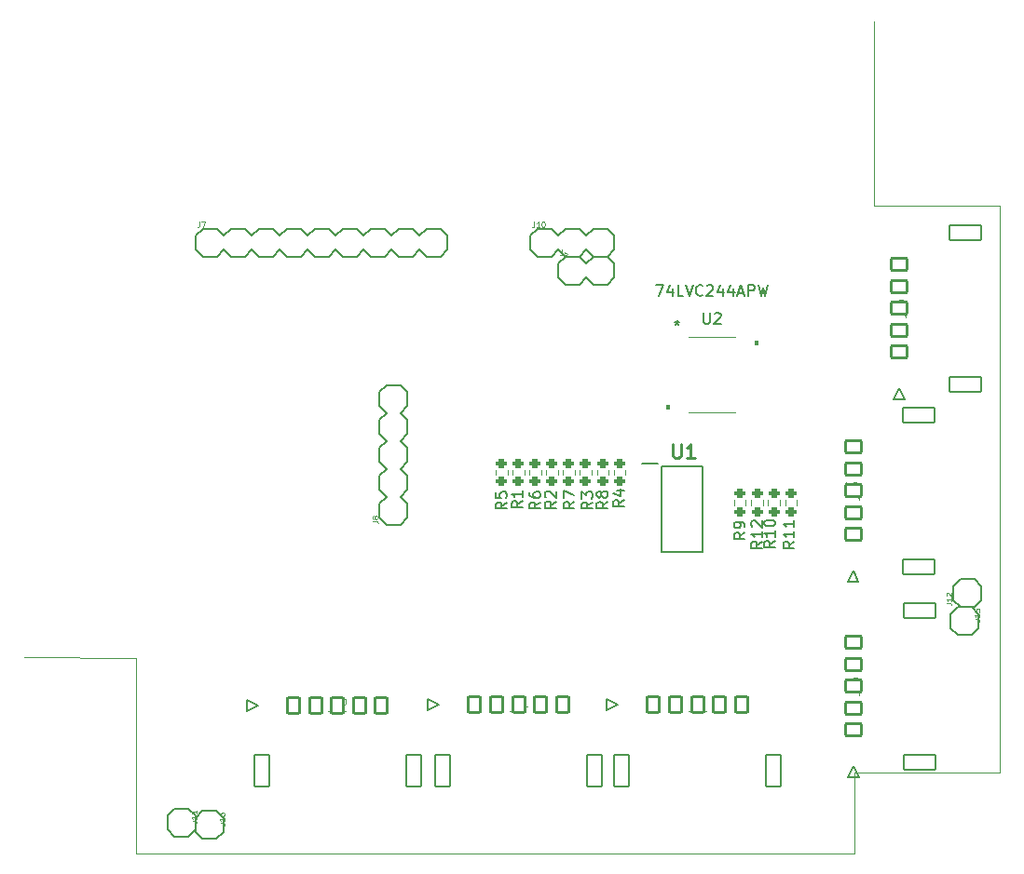
<source format=gbr>
%TF.GenerationSoftware,KiCad,Pcbnew,(6.0.7)*%
%TF.CreationDate,2023-02-01T00:47:32-08:00*%
%TF.ProjectId,SpresensePart2,53707265-7365-46e7-9365-50617274322e,rev?*%
%TF.SameCoordinates,Original*%
%TF.FileFunction,Legend,Top*%
%TF.FilePolarity,Positive*%
%FSLAX46Y46*%
G04 Gerber Fmt 4.6, Leading zero omitted, Abs format (unit mm)*
G04 Created by KiCad (PCBNEW (6.0.7)) date 2023-02-01 00:47:32*
%MOMM*%
%LPD*%
G01*
G04 APERTURE LIST*
G04 Aperture macros list*
%AMRoundRect*
0 Rectangle with rounded corners*
0 $1 Rounding radius*
0 $2 $3 $4 $5 $6 $7 $8 $9 X,Y pos of 4 corners*
0 Add a 4 corners polygon primitive as box body*
4,1,4,$2,$3,$4,$5,$6,$7,$8,$9,$2,$3,0*
0 Add four circle primitives for the rounded corners*
1,1,$1+$1,$2,$3*
1,1,$1+$1,$4,$5*
1,1,$1+$1,$6,$7*
1,1,$1+$1,$8,$9*
0 Add four rect primitives between the rounded corners*
20,1,$1+$1,$2,$3,$4,$5,0*
20,1,$1+$1,$4,$5,$6,$7,0*
20,1,$1+$1,$6,$7,$8,$9,0*
20,1,$1+$1,$8,$9,$2,$3,0*%
G04 Aperture macros list end*
%ADD10C,0.001000*%
%ADD11C,0.121920*%
%ADD12C,0.150000*%
%ADD13C,0.254000*%
%ADD14C,0.101600*%
%ADD15C,0.203200*%
%ADD16C,0.120000*%
%ADD17C,0.100000*%
%ADD18C,0.200000*%
%ADD19C,0.127000*%
%ADD20C,2.082800*%
%ADD21R,1.473200X0.355600*%
%ADD22RoundRect,0.200000X-0.275000X0.200000X-0.275000X-0.200000X0.275000X-0.200000X0.275000X0.200000X0*%
%ADD23R,1.475000X0.450000*%
%ADD24RoundRect,0.101600X-0.550000X0.725000X-0.550000X-0.725000X0.550000X-0.725000X0.550000X0.725000X0*%
%ADD25RoundRect,0.101600X-0.675000X1.450000X-0.675000X-1.450000X0.675000X-1.450000X0.675000X1.450000X0*%
%ADD26RoundRect,0.101600X-0.725000X-0.550000X0.725000X-0.550000X0.725000X0.550000X-0.725000X0.550000X0*%
%ADD27RoundRect,0.101600X-1.450000X-0.675000X1.450000X-0.675000X1.450000X0.675000X-1.450000X0.675000X0*%
G04 APERTURE END LIST*
D10*
X179489100Y-151930100D02*
X114211100Y-151930100D01*
X114211100Y-134150100D02*
X104051100Y-134086600D01*
X181267100Y-93002100D02*
X192697100Y-93002100D01*
X114211100Y-151930100D02*
X114211100Y-134150100D01*
X192697100Y-144564100D02*
X179489100Y-144564100D01*
X179489100Y-144564100D02*
X179489100Y-151930100D01*
X181267100Y-76238100D02*
X181267100Y-93002100D01*
X192697100Y-93002100D02*
X192697100Y-144564100D01*
D11*
%TO.C,J16*%
X121739297Y-149206276D02*
X122087640Y-149206276D01*
X122157308Y-149229499D01*
X122203754Y-149275945D01*
X122226977Y-149345613D01*
X122226977Y-149392059D01*
X122226977Y-148718596D02*
X122226977Y-148997270D01*
X122226977Y-148857933D02*
X121739297Y-148857933D01*
X121808965Y-148904379D01*
X121855411Y-148950825D01*
X121878634Y-148997270D01*
X121739297Y-148300585D02*
X121739297Y-148393476D01*
X121762520Y-148439922D01*
X121785742Y-148463145D01*
X121855411Y-148509590D01*
X121948302Y-148532813D01*
X122134085Y-148532813D01*
X122180531Y-148509590D01*
X122203754Y-148486368D01*
X122226977Y-148439922D01*
X122226977Y-148347030D01*
X122203754Y-148300585D01*
X122180531Y-148277362D01*
X122134085Y-148254139D01*
X122017971Y-148254139D01*
X121971525Y-148277362D01*
X121948302Y-148300585D01*
X121925080Y-148347030D01*
X121925080Y-148439922D01*
X121948302Y-148486368D01*
X121971525Y-148509590D01*
X122017971Y-148532813D01*
D12*
%TO.C,U2*%
X165760501Y-102779580D02*
X165760501Y-103589104D01*
X165808120Y-103684342D01*
X165855739Y-103731961D01*
X165950977Y-103779580D01*
X166141453Y-103779580D01*
X166236691Y-103731961D01*
X166284310Y-103684342D01*
X166331929Y-103589104D01*
X166331929Y-102779580D01*
X166760501Y-102874819D02*
X166808120Y-102827200D01*
X166903358Y-102779580D01*
X167141453Y-102779580D01*
X167236691Y-102827200D01*
X167284310Y-102874819D01*
X167331929Y-102970057D01*
X167331929Y-103065295D01*
X167284310Y-103208152D01*
X166712882Y-103779580D01*
X167331929Y-103779580D01*
X161450977Y-100239580D02*
X162117644Y-100239580D01*
X161689072Y-101239580D01*
X162927167Y-100572914D02*
X162927167Y-101239580D01*
X162689072Y-100191961D02*
X162450977Y-100906247D01*
X163070025Y-100906247D01*
X163927167Y-101239580D02*
X163450977Y-101239580D01*
X163450977Y-100239580D01*
X164117644Y-100239580D02*
X164450977Y-101239580D01*
X164784310Y-100239580D01*
X165689072Y-101144342D02*
X165641453Y-101191961D01*
X165498596Y-101239580D01*
X165403358Y-101239580D01*
X165260501Y-101191961D01*
X165165263Y-101096723D01*
X165117644Y-101001485D01*
X165070025Y-100811009D01*
X165070025Y-100668152D01*
X165117644Y-100477676D01*
X165165263Y-100382438D01*
X165260501Y-100287200D01*
X165403358Y-100239580D01*
X165498596Y-100239580D01*
X165641453Y-100287200D01*
X165689072Y-100334819D01*
X166070025Y-100334819D02*
X166117644Y-100287200D01*
X166212882Y-100239580D01*
X166450977Y-100239580D01*
X166546215Y-100287200D01*
X166593834Y-100334819D01*
X166641453Y-100430057D01*
X166641453Y-100525295D01*
X166593834Y-100668152D01*
X166022406Y-101239580D01*
X166641453Y-101239580D01*
X167498596Y-100572914D02*
X167498596Y-101239580D01*
X167260501Y-100191961D02*
X167022406Y-100906247D01*
X167641453Y-100906247D01*
X168450977Y-100572914D02*
X168450977Y-101239580D01*
X168212882Y-100191961D02*
X167974786Y-100906247D01*
X168593834Y-100906247D01*
X168927167Y-100953866D02*
X169403358Y-100953866D01*
X168831929Y-101239580D02*
X169165263Y-100239580D01*
X169498596Y-101239580D01*
X169831929Y-101239580D02*
X169831929Y-100239580D01*
X170212882Y-100239580D01*
X170308120Y-100287200D01*
X170355739Y-100334819D01*
X170403358Y-100430057D01*
X170403358Y-100572914D01*
X170355739Y-100668152D01*
X170308120Y-100715771D01*
X170212882Y-100763390D01*
X169831929Y-100763390D01*
X170736691Y-100239580D02*
X170974786Y-101239580D01*
X171165263Y-100525295D01*
X171355739Y-101239580D01*
X171593834Y-100239580D01*
X163347400Y-103435979D02*
X163347400Y-103674075D01*
X163109304Y-103578837D02*
X163347400Y-103674075D01*
X163585495Y-103578837D01*
X163204542Y-103864551D02*
X163347400Y-103674075D01*
X163490257Y-103864551D01*
X163347400Y-103435979D02*
X163347400Y-103674075D01*
X163109304Y-103578837D02*
X163347400Y-103674075D01*
X163585495Y-103578837D01*
X163204542Y-103864551D02*
X163347400Y-103674075D01*
X163490257Y-103864551D01*
%TO.C,R6*%
X150921980Y-120003866D02*
X150445790Y-120337200D01*
X150921980Y-120575295D02*
X149921980Y-120575295D01*
X149921980Y-120194342D01*
X149969600Y-120099104D01*
X150017219Y-120051485D01*
X150112457Y-120003866D01*
X150255314Y-120003866D01*
X150350552Y-120051485D01*
X150398171Y-120099104D01*
X150445790Y-120194342D01*
X150445790Y-120575295D01*
X149921980Y-119146723D02*
X149921980Y-119337200D01*
X149969600Y-119432438D01*
X150017219Y-119480057D01*
X150160076Y-119575295D01*
X150350552Y-119622914D01*
X150731504Y-119622914D01*
X150826742Y-119575295D01*
X150874361Y-119527676D01*
X150921980Y-119432438D01*
X150921980Y-119241961D01*
X150874361Y-119146723D01*
X150826742Y-119099104D01*
X150731504Y-119051485D01*
X150493409Y-119051485D01*
X150398171Y-119099104D01*
X150350552Y-119146723D01*
X150302933Y-119241961D01*
X150302933Y-119432438D01*
X150350552Y-119527676D01*
X150398171Y-119575295D01*
X150493409Y-119622914D01*
%TO.C,R4*%
X158567380Y-119801666D02*
X158091190Y-120135000D01*
X158567380Y-120373095D02*
X157567380Y-120373095D01*
X157567380Y-119992142D01*
X157615000Y-119896904D01*
X157662619Y-119849285D01*
X157757857Y-119801666D01*
X157900714Y-119801666D01*
X157995952Y-119849285D01*
X158043571Y-119896904D01*
X158091190Y-119992142D01*
X158091190Y-120373095D01*
X157900714Y-118944523D02*
X158567380Y-118944523D01*
X157519761Y-119182619D02*
X158234047Y-119420714D01*
X158234047Y-118801666D01*
D11*
%TO.C,J7*%
X119968699Y-94485097D02*
X119968699Y-94833440D01*
X119945476Y-94903108D01*
X119899030Y-94949554D01*
X119829362Y-94972777D01*
X119782916Y-94972777D01*
X120154482Y-94485097D02*
X120479602Y-94485097D01*
X120270596Y-94972777D01*
%TO.C,J9*%
X152925199Y-97037797D02*
X152925199Y-97386140D01*
X152901976Y-97455808D01*
X152855530Y-97502254D01*
X152785862Y-97525477D01*
X152739416Y-97525477D01*
X153180650Y-97525477D02*
X153273542Y-97525477D01*
X153319988Y-97502254D01*
X153343210Y-97479031D01*
X153389656Y-97409362D01*
X153412879Y-97316471D01*
X153412879Y-97130688D01*
X153389656Y-97084242D01*
X153366433Y-97061020D01*
X153319988Y-97037797D01*
X153227096Y-97037797D01*
X153180650Y-97061020D01*
X153157428Y-97084242D01*
X153134205Y-97130688D01*
X153134205Y-97246802D01*
X153157428Y-97293248D01*
X153180650Y-97316471D01*
X153227096Y-97339694D01*
X153319988Y-97339694D01*
X153366433Y-97316471D01*
X153389656Y-97293248D01*
X153412879Y-97246802D01*
D13*
%TO.C,U1*%
X162963980Y-114722123D02*
X162963980Y-115750219D01*
X163024457Y-115871171D01*
X163084933Y-115931647D01*
X163205885Y-115992123D01*
X163447790Y-115992123D01*
X163568742Y-115931647D01*
X163629219Y-115871171D01*
X163689695Y-115750219D01*
X163689695Y-114722123D01*
X164959695Y-115992123D02*
X164233980Y-115992123D01*
X164596838Y-115992123D02*
X164596838Y-114722123D01*
X164475885Y-114903552D01*
X164354933Y-115024504D01*
X164233980Y-115084980D01*
D14*
%TO.C,J2*%
X132109633Y-137828261D02*
X132109633Y-138662833D01*
X132053995Y-138829747D01*
X131942719Y-138941023D01*
X131775804Y-138996661D01*
X131664528Y-138996661D01*
X132610376Y-137939538D02*
X132666014Y-137883900D01*
X132777290Y-137828261D01*
X133055480Y-137828261D01*
X133166757Y-137883900D01*
X133222395Y-137939538D01*
X133278033Y-138050814D01*
X133278033Y-138162090D01*
X133222395Y-138329004D01*
X132554738Y-138996661D01*
X133278033Y-138996661D01*
D11*
%TO.C,J8*%
X135683897Y-121737700D02*
X136032240Y-121737700D01*
X136101908Y-121760923D01*
X136148354Y-121807369D01*
X136171577Y-121877037D01*
X136171577Y-121923483D01*
X135892902Y-121435803D02*
X135869680Y-121482249D01*
X135846457Y-121505472D01*
X135800011Y-121528694D01*
X135776788Y-121528694D01*
X135730342Y-121505472D01*
X135707120Y-121482249D01*
X135683897Y-121435803D01*
X135683897Y-121342912D01*
X135707120Y-121296466D01*
X135730342Y-121273243D01*
X135776788Y-121250020D01*
X135800011Y-121250020D01*
X135846457Y-121273243D01*
X135869680Y-121296466D01*
X135892902Y-121342912D01*
X135892902Y-121435803D01*
X135916125Y-121482249D01*
X135939348Y-121505472D01*
X135985794Y-121528694D01*
X136078685Y-121528694D01*
X136125131Y-121505472D01*
X136148354Y-121482249D01*
X136171577Y-121435803D01*
X136171577Y-121342912D01*
X136148354Y-121296466D01*
X136125131Y-121273243D01*
X136078685Y-121250020D01*
X135985794Y-121250020D01*
X135939348Y-121273243D01*
X135916125Y-121296466D01*
X135892902Y-121342912D01*
D12*
%TO.C,R5*%
X147873980Y-120013866D02*
X147397790Y-120347200D01*
X147873980Y-120585295D02*
X146873980Y-120585295D01*
X146873980Y-120204342D01*
X146921600Y-120109104D01*
X146969219Y-120061485D01*
X147064457Y-120013866D01*
X147207314Y-120013866D01*
X147302552Y-120061485D01*
X147350171Y-120109104D01*
X147397790Y-120204342D01*
X147397790Y-120585295D01*
X146873980Y-119109104D02*
X146873980Y-119585295D01*
X147350171Y-119632914D01*
X147302552Y-119585295D01*
X147254933Y-119490057D01*
X147254933Y-119251961D01*
X147302552Y-119156723D01*
X147350171Y-119109104D01*
X147445409Y-119061485D01*
X147683504Y-119061485D01*
X147778742Y-119109104D01*
X147826361Y-119156723D01*
X147873980Y-119251961D01*
X147873980Y-119490057D01*
X147826361Y-119585295D01*
X147778742Y-119632914D01*
D11*
%TO.C,J10*%
X150385199Y-94485097D02*
X150385199Y-94833440D01*
X150361976Y-94903108D01*
X150315530Y-94949554D01*
X150245862Y-94972777D01*
X150199416Y-94972777D01*
X150872879Y-94972777D02*
X150594205Y-94972777D01*
X150733542Y-94972777D02*
X150733542Y-94485097D01*
X150687096Y-94554765D01*
X150640650Y-94601211D01*
X150594205Y-94624434D01*
X151174776Y-94485097D02*
X151221222Y-94485097D01*
X151267668Y-94508320D01*
X151290890Y-94531542D01*
X151314113Y-94577988D01*
X151337336Y-94670880D01*
X151337336Y-94786994D01*
X151314113Y-94879885D01*
X151290890Y-94926331D01*
X151267668Y-94949554D01*
X151221222Y-94972777D01*
X151174776Y-94972777D01*
X151128330Y-94949554D01*
X151105108Y-94926331D01*
X151081885Y-94879885D01*
X151058662Y-94786994D01*
X151058662Y-94670880D01*
X151081885Y-94577988D01*
X151105108Y-94531542D01*
X151128330Y-94508320D01*
X151174776Y-94485097D01*
D12*
%TO.C,R3*%
X155683980Y-120003866D02*
X155207790Y-120337200D01*
X155683980Y-120575295D02*
X154683980Y-120575295D01*
X154683980Y-120194342D01*
X154731600Y-120099104D01*
X154779219Y-120051485D01*
X154874457Y-120003866D01*
X155017314Y-120003866D01*
X155112552Y-120051485D01*
X155160171Y-120099104D01*
X155207790Y-120194342D01*
X155207790Y-120575295D01*
X154683980Y-119670533D02*
X154683980Y-119051485D01*
X155064933Y-119384819D01*
X155064933Y-119241961D01*
X155112552Y-119146723D01*
X155160171Y-119099104D01*
X155255409Y-119051485D01*
X155493504Y-119051485D01*
X155588742Y-119099104D01*
X155636361Y-119146723D01*
X155683980Y-119241961D01*
X155683980Y-119527676D01*
X155636361Y-119622914D01*
X155588742Y-119670533D01*
%TO.C,R7*%
X154020780Y-119953066D02*
X153544590Y-120286400D01*
X154020780Y-120524495D02*
X153020780Y-120524495D01*
X153020780Y-120143542D01*
X153068400Y-120048304D01*
X153116019Y-120000685D01*
X153211257Y-119953066D01*
X153354114Y-119953066D01*
X153449352Y-120000685D01*
X153496971Y-120048304D01*
X153544590Y-120143542D01*
X153544590Y-120524495D01*
X153020780Y-119619733D02*
X153020780Y-118953066D01*
X154020780Y-119381638D01*
D14*
%TO.C,J3*%
X178709561Y-119350366D02*
X179544133Y-119350366D01*
X179711047Y-119406004D01*
X179822323Y-119517280D01*
X179877961Y-119684195D01*
X179877961Y-119795471D01*
X178709561Y-118905261D02*
X178709561Y-118181966D01*
X179154666Y-118571433D01*
X179154666Y-118404519D01*
X179210304Y-118293242D01*
X179265942Y-118237604D01*
X179377219Y-118181966D01*
X179655409Y-118181966D01*
X179766685Y-118237604D01*
X179822323Y-118293242D01*
X179877961Y-118404519D01*
X179877961Y-118738347D01*
X179822323Y-118849623D01*
X179766685Y-118905261D01*
D12*
%TO.C,R11*%
X173998380Y-123578257D02*
X173522190Y-123911590D01*
X173998380Y-124149685D02*
X172998380Y-124149685D01*
X172998380Y-123768733D01*
X173046000Y-123673495D01*
X173093619Y-123625876D01*
X173188857Y-123578257D01*
X173331714Y-123578257D01*
X173426952Y-123625876D01*
X173474571Y-123673495D01*
X173522190Y-123768733D01*
X173522190Y-124149685D01*
X173998380Y-122625876D02*
X173998380Y-123197304D01*
X173998380Y-122911590D02*
X172998380Y-122911590D01*
X173141238Y-123006828D01*
X173236476Y-123102066D01*
X173284095Y-123197304D01*
X173998380Y-121673495D02*
X173998380Y-122244923D01*
X173998380Y-121959209D02*
X172998380Y-121959209D01*
X173141238Y-122054447D01*
X173236476Y-122149685D01*
X173284095Y-122244923D01*
%TO.C,R8*%
X157053380Y-119961666D02*
X156577190Y-120295000D01*
X157053380Y-120533095D02*
X156053380Y-120533095D01*
X156053380Y-120152142D01*
X156101000Y-120056904D01*
X156148619Y-120009285D01*
X156243857Y-119961666D01*
X156386714Y-119961666D01*
X156481952Y-120009285D01*
X156529571Y-120056904D01*
X156577190Y-120152142D01*
X156577190Y-120533095D01*
X156481952Y-119390238D02*
X156434333Y-119485476D01*
X156386714Y-119533095D01*
X156291476Y-119580714D01*
X156243857Y-119580714D01*
X156148619Y-119533095D01*
X156101000Y-119485476D01*
X156053380Y-119390238D01*
X156053380Y-119199761D01*
X156101000Y-119104523D01*
X156148619Y-119056904D01*
X156243857Y-119009285D01*
X156291476Y-119009285D01*
X156386714Y-119056904D01*
X156434333Y-119104523D01*
X156481952Y-119199761D01*
X156481952Y-119390238D01*
X156529571Y-119485476D01*
X156577190Y-119533095D01*
X156672428Y-119580714D01*
X156862904Y-119580714D01*
X156958142Y-119533095D01*
X157005761Y-119485476D01*
X157053380Y-119390238D01*
X157053380Y-119199761D01*
X157005761Y-119104523D01*
X156958142Y-119056904D01*
X156862904Y-119009285D01*
X156672428Y-119009285D01*
X156577190Y-119056904D01*
X156529571Y-119104523D01*
X156481952Y-119199761D01*
D14*
%TO.C,J6*%
X182925961Y-102751466D02*
X183760533Y-102751466D01*
X183927447Y-102807104D01*
X184038723Y-102918380D01*
X184094361Y-103085295D01*
X184094361Y-103196571D01*
X182925961Y-101694342D02*
X182925961Y-101916895D01*
X182981600Y-102028171D01*
X183037238Y-102083809D01*
X183204152Y-102195085D01*
X183426704Y-102250723D01*
X183871809Y-102250723D01*
X183983085Y-102195085D01*
X184038723Y-102139447D01*
X184094361Y-102028171D01*
X184094361Y-101805619D01*
X184038723Y-101694342D01*
X183983085Y-101638704D01*
X183871809Y-101583066D01*
X183593619Y-101583066D01*
X183482342Y-101638704D01*
X183426704Y-101694342D01*
X183371066Y-101805619D01*
X183371066Y-102028171D01*
X183426704Y-102139447D01*
X183482342Y-102195085D01*
X183593619Y-102250723D01*
D12*
%TO.C,R1*%
X149325180Y-119910666D02*
X148848990Y-120244000D01*
X149325180Y-120482095D02*
X148325180Y-120482095D01*
X148325180Y-120101142D01*
X148372800Y-120005904D01*
X148420419Y-119958285D01*
X148515657Y-119910666D01*
X148658514Y-119910666D01*
X148753752Y-119958285D01*
X148801371Y-120005904D01*
X148848990Y-120101142D01*
X148848990Y-120482095D01*
X149325180Y-118958285D02*
X149325180Y-119529714D01*
X149325180Y-119244000D02*
X148325180Y-119244000D01*
X148468038Y-119339238D01*
X148563276Y-119434476D01*
X148610895Y-119529714D01*
D11*
%TO.C,J11*%
X119199297Y-149003076D02*
X119547640Y-149003076D01*
X119617308Y-149026299D01*
X119663754Y-149072745D01*
X119686977Y-149142413D01*
X119686977Y-149188859D01*
X119686977Y-148515396D02*
X119686977Y-148794070D01*
X119686977Y-148654733D02*
X119199297Y-148654733D01*
X119268965Y-148701179D01*
X119315411Y-148747625D01*
X119338634Y-148794070D01*
X119686977Y-148050939D02*
X119686977Y-148329613D01*
X119686977Y-148190276D02*
X119199297Y-148190276D01*
X119268965Y-148236722D01*
X119315411Y-148283168D01*
X119338634Y-148329613D01*
D12*
%TO.C,R10*%
X172268580Y-123523257D02*
X171792390Y-123856590D01*
X172268580Y-124094685D02*
X171268580Y-124094685D01*
X171268580Y-123713733D01*
X171316200Y-123618495D01*
X171363819Y-123570876D01*
X171459057Y-123523257D01*
X171601914Y-123523257D01*
X171697152Y-123570876D01*
X171744771Y-123618495D01*
X171792390Y-123713733D01*
X171792390Y-124094685D01*
X172268580Y-122570876D02*
X172268580Y-123142304D01*
X172268580Y-122856590D02*
X171268580Y-122856590D01*
X171411438Y-122951828D01*
X171506676Y-123047066D01*
X171554295Y-123142304D01*
X171268580Y-121951828D02*
X171268580Y-121856590D01*
X171316200Y-121761352D01*
X171363819Y-121713733D01*
X171459057Y-121666114D01*
X171649533Y-121618495D01*
X171887628Y-121618495D01*
X172078104Y-121666114D01*
X172173342Y-121713733D01*
X172220961Y-121761352D01*
X172268580Y-121856590D01*
X172268580Y-121951828D01*
X172220961Y-122047066D01*
X172173342Y-122094685D01*
X172078104Y-122142304D01*
X171887628Y-122189923D01*
X171649533Y-122189923D01*
X171459057Y-122142304D01*
X171363819Y-122094685D01*
X171316200Y-122047066D01*
X171268580Y-121951828D01*
%TO.C,R12*%
X171089580Y-123578857D02*
X170613390Y-123912190D01*
X171089580Y-124150285D02*
X170089580Y-124150285D01*
X170089580Y-123769333D01*
X170137200Y-123674095D01*
X170184819Y-123626476D01*
X170280057Y-123578857D01*
X170422914Y-123578857D01*
X170518152Y-123626476D01*
X170565771Y-123674095D01*
X170613390Y-123769333D01*
X170613390Y-124150285D01*
X171089580Y-122626476D02*
X171089580Y-123197904D01*
X171089580Y-122912190D02*
X170089580Y-122912190D01*
X170232438Y-123007428D01*
X170327676Y-123102666D01*
X170375295Y-123197904D01*
X170184819Y-122245523D02*
X170137200Y-122197904D01*
X170089580Y-122102666D01*
X170089580Y-121864571D01*
X170137200Y-121769333D01*
X170184819Y-121721714D01*
X170280057Y-121674095D01*
X170375295Y-121674095D01*
X170518152Y-121721714D01*
X171089580Y-122293142D01*
X171089580Y-121674095D01*
D14*
%TO.C,J1*%
X164824833Y-137802861D02*
X164824833Y-138637433D01*
X164769195Y-138804347D01*
X164657919Y-138915623D01*
X164491004Y-138971261D01*
X164379728Y-138971261D01*
X165993233Y-138971261D02*
X165325576Y-138971261D01*
X165659404Y-138971261D02*
X165659404Y-137802861D01*
X165548128Y-137969776D01*
X165436852Y-138081052D01*
X165325576Y-138136690D01*
%TO.C,J4*%
X148568833Y-137802861D02*
X148568833Y-138637433D01*
X148513195Y-138804347D01*
X148401919Y-138915623D01*
X148235004Y-138971261D01*
X148123728Y-138971261D01*
X149625957Y-138192328D02*
X149625957Y-138971261D01*
X149347766Y-137747223D02*
X149069576Y-138581795D01*
X149792871Y-138581795D01*
%TO.C,J5*%
X178747661Y-137130366D02*
X179582233Y-137130366D01*
X179749147Y-137186004D01*
X179860423Y-137297280D01*
X179916061Y-137464195D01*
X179916061Y-137575471D01*
X178747661Y-136017604D02*
X178747661Y-136573985D01*
X179304042Y-136629623D01*
X179248404Y-136573985D01*
X179192766Y-136462709D01*
X179192766Y-136184519D01*
X179248404Y-136073242D01*
X179304042Y-136017604D01*
X179415319Y-135961966D01*
X179693509Y-135961966D01*
X179804785Y-136017604D01*
X179860423Y-136073242D01*
X179916061Y-136184519D01*
X179916061Y-136462709D01*
X179860423Y-136573985D01*
X179804785Y-136629623D01*
D12*
%TO.C,R2*%
X152354380Y-119942266D02*
X151878190Y-120275600D01*
X152354380Y-120513695D02*
X151354380Y-120513695D01*
X151354380Y-120132742D01*
X151402000Y-120037504D01*
X151449619Y-119989885D01*
X151544857Y-119942266D01*
X151687714Y-119942266D01*
X151782952Y-119989885D01*
X151830571Y-120037504D01*
X151878190Y-120132742D01*
X151878190Y-120513695D01*
X151449619Y-119561314D02*
X151402000Y-119513695D01*
X151354380Y-119418457D01*
X151354380Y-119180361D01*
X151402000Y-119085123D01*
X151449619Y-119037504D01*
X151544857Y-118989885D01*
X151640095Y-118989885D01*
X151782952Y-119037504D01*
X152354380Y-119608933D01*
X152354380Y-118989885D01*
D11*
%TO.C,J12*%
X187830097Y-129205300D02*
X188178440Y-129205300D01*
X188248108Y-129228523D01*
X188294554Y-129274969D01*
X188317777Y-129344637D01*
X188317777Y-129391083D01*
X188317777Y-128717620D02*
X188317777Y-128996294D01*
X188317777Y-128856957D02*
X187830097Y-128856957D01*
X187899765Y-128903403D01*
X187946211Y-128949849D01*
X187969434Y-128996294D01*
X187876542Y-128531837D02*
X187853320Y-128508614D01*
X187830097Y-128462169D01*
X187830097Y-128346054D01*
X187853320Y-128299609D01*
X187876542Y-128276386D01*
X187922988Y-128253163D01*
X187969434Y-128253163D01*
X188039102Y-128276386D01*
X188317777Y-128555060D01*
X188317777Y-128253163D01*
%TO.C,J15*%
X190370097Y-130664276D02*
X190718440Y-130664276D01*
X190788108Y-130687499D01*
X190834554Y-130733945D01*
X190857777Y-130803613D01*
X190857777Y-130850059D01*
X190857777Y-130176596D02*
X190857777Y-130455270D01*
X190857777Y-130315933D02*
X190370097Y-130315933D01*
X190439765Y-130362379D01*
X190486211Y-130408825D01*
X190509434Y-130455270D01*
X190370097Y-129735362D02*
X190370097Y-129967590D01*
X190602325Y-129990813D01*
X190579102Y-129967590D01*
X190555880Y-129921145D01*
X190555880Y-129805030D01*
X190579102Y-129758585D01*
X190602325Y-129735362D01*
X190648771Y-129712139D01*
X190764885Y-129712139D01*
X190811331Y-129735362D01*
X190834554Y-129758585D01*
X190857777Y-129805030D01*
X190857777Y-129921145D01*
X190834554Y-129967590D01*
X190811331Y-129990813D01*
D12*
%TO.C,R9*%
X169514780Y-122747066D02*
X169038590Y-123080400D01*
X169514780Y-123318495D02*
X168514780Y-123318495D01*
X168514780Y-122937542D01*
X168562400Y-122842304D01*
X168610019Y-122794685D01*
X168705257Y-122747066D01*
X168848114Y-122747066D01*
X168943352Y-122794685D01*
X168990971Y-122842304D01*
X169038590Y-122937542D01*
X169038590Y-123318495D01*
X169514780Y-122270876D02*
X169514780Y-122080400D01*
X169467161Y-121985161D01*
X169419542Y-121937542D01*
X169276685Y-121842304D01*
X169086209Y-121794685D01*
X168705257Y-121794685D01*
X168610019Y-121842304D01*
X168562400Y-121889923D01*
X168514780Y-121985161D01*
X168514780Y-122175638D01*
X168562400Y-122270876D01*
X168610019Y-122318495D01*
X168705257Y-122366114D01*
X168943352Y-122366114D01*
X169038590Y-122318495D01*
X169086209Y-122270876D01*
X169133828Y-122175638D01*
X169133828Y-121985161D01*
X169086209Y-121889923D01*
X169038590Y-121842304D01*
X168943352Y-121794685D01*
D15*
%TO.C,J16*%
X122123200Y-149987000D02*
X122123200Y-148717000D01*
X119583200Y-148717000D02*
X119583200Y-149987000D01*
X121488200Y-148082000D02*
X120218200Y-148082000D01*
X119583200Y-149987000D02*
X120218200Y-150622000D01*
X121488200Y-150622000D02*
X122123200Y-149987000D01*
X122123200Y-148717000D02*
X121488200Y-148082000D01*
X120218200Y-150622000D02*
X121488200Y-150622000D01*
X120218200Y-148082000D02*
X119583200Y-148717000D01*
D16*
%TO.C,U2*%
X168641164Y-104978200D02*
X164403649Y-104978200D01*
X164403636Y-111836200D02*
X168641151Y-111836200D01*
G36*
X162610800Y-111522698D02*
G01*
X162356800Y-111522698D01*
X162356800Y-111141698D01*
X162610800Y-111141698D01*
X162610800Y-111522698D01*
G37*
D17*
X162610800Y-111522698D02*
X162356800Y-111522698D01*
X162356800Y-111141698D01*
X162610800Y-111141698D01*
X162610800Y-111522698D01*
G36*
X170688000Y-105672702D02*
G01*
X170434000Y-105672702D01*
X170434000Y-105291702D01*
X170688000Y-105291702D01*
X170688000Y-105672702D01*
G37*
X170688000Y-105672702D02*
X170434000Y-105672702D01*
X170434000Y-105291702D01*
X170688000Y-105291702D01*
X170688000Y-105672702D01*
D16*
%TO.C,R6*%
X150992100Y-117059942D02*
X150992100Y-117534458D01*
X149947100Y-117059942D02*
X149947100Y-117534458D01*
%TO.C,R4*%
X157592500Y-117047742D02*
X157592500Y-117522258D01*
X158637500Y-117047742D02*
X158637500Y-117522258D01*
D15*
%TO.C,J7*%
X127254000Y-97028000D02*
X126619000Y-97663000D01*
X126619000Y-97663000D02*
X125349000Y-97663000D01*
X122174000Y-95758000D02*
X122809000Y-95123000D01*
X122809000Y-97663000D02*
X122174000Y-97028000D01*
X131699000Y-97663000D02*
X130429000Y-97663000D01*
X136779000Y-95123000D02*
X137414000Y-95758000D01*
X142494000Y-95758000D02*
X142494000Y-97028000D01*
X137414000Y-97028000D02*
X138049000Y-97663000D01*
X134239000Y-97663000D02*
X132969000Y-97663000D01*
X130429000Y-95123000D02*
X131699000Y-95123000D01*
X138049000Y-95123000D02*
X137414000Y-95758000D01*
X141859000Y-95123000D02*
X142494000Y-95758000D01*
X129794000Y-97028000D02*
X129159000Y-97663000D01*
X135509000Y-95123000D02*
X134874000Y-95758000D01*
X139954000Y-97028000D02*
X139319000Y-97663000D01*
X131699000Y-95123000D02*
X132334000Y-95758000D01*
X120269000Y-95123000D02*
X119634000Y-95758000D01*
X129794000Y-95758000D02*
X130429000Y-95123000D01*
X138049000Y-95123000D02*
X139319000Y-95123000D01*
X127889000Y-95123000D02*
X127254000Y-95758000D01*
X134874000Y-97028000D02*
X135509000Y-97663000D01*
X135509000Y-95123000D02*
X136779000Y-95123000D01*
X130429000Y-97663000D02*
X129794000Y-97028000D01*
X121539000Y-97663000D02*
X120269000Y-97663000D01*
X139319000Y-95123000D02*
X139954000Y-95758000D01*
X129159000Y-95123000D02*
X129794000Y-95758000D01*
X122809000Y-95123000D02*
X124079000Y-95123000D01*
X137414000Y-97028000D02*
X136779000Y-97663000D01*
X139319000Y-97663000D02*
X138049000Y-97663000D01*
X134239000Y-95123000D02*
X134874000Y-95758000D01*
X120269000Y-95123000D02*
X121539000Y-95123000D01*
X121539000Y-95123000D02*
X122174000Y-95758000D01*
X119634000Y-95758000D02*
X119634000Y-97028000D01*
X132969000Y-95123000D02*
X134239000Y-95123000D01*
X125349000Y-97663000D02*
X124714000Y-97028000D01*
X124079000Y-95123000D02*
X124714000Y-95758000D01*
X126619000Y-95123000D02*
X127254000Y-95758000D01*
X136779000Y-97663000D02*
X135509000Y-97663000D01*
X119634000Y-97028000D02*
X120269000Y-97663000D01*
X142494000Y-97028000D02*
X141859000Y-97663000D01*
X134874000Y-97028000D02*
X134239000Y-97663000D01*
X122174000Y-97028000D02*
X121539000Y-97663000D01*
X129159000Y-97663000D02*
X127889000Y-97663000D01*
X124714000Y-97028000D02*
X124079000Y-97663000D01*
X127889000Y-95123000D02*
X129159000Y-95123000D01*
X124079000Y-97663000D02*
X122809000Y-97663000D01*
X132334000Y-97028000D02*
X131699000Y-97663000D01*
X124714000Y-95758000D02*
X125349000Y-95123000D01*
X132969000Y-97663000D02*
X132334000Y-97028000D01*
X132334000Y-95758000D02*
X132969000Y-95123000D01*
X141859000Y-97663000D02*
X140589000Y-97663000D01*
X127254000Y-97028000D02*
X127889000Y-97663000D01*
X140589000Y-95123000D02*
X141859000Y-95123000D01*
X139954000Y-97028000D02*
X140589000Y-97663000D01*
X125349000Y-95123000D02*
X126619000Y-95123000D01*
X140589000Y-95123000D02*
X139954000Y-95758000D01*
%TO.C,J9*%
X152590500Y-99580700D02*
X153225500Y-100215700D01*
X157035500Y-97675700D02*
X157670500Y-98310700D01*
X154495500Y-100215700D02*
X153225500Y-100215700D01*
X155130500Y-99580700D02*
X154495500Y-100215700D01*
X155765500Y-100215700D02*
X155130500Y-99580700D01*
X153225500Y-97675700D02*
X152590500Y-98310700D01*
X155130500Y-98310700D02*
X155765500Y-97675700D01*
X154495500Y-97675700D02*
X155130500Y-98310700D01*
X155765500Y-97675700D02*
X157035500Y-97675700D01*
X157035500Y-100215700D02*
X155765500Y-100215700D01*
X157670500Y-99580700D02*
X157035500Y-100215700D01*
X152590500Y-98310700D02*
X152590500Y-99580700D01*
X157670500Y-98310700D02*
X157670500Y-99580700D01*
X153225500Y-97675700D02*
X154495500Y-97675700D01*
D18*
%TO.C,U1*%
X165680000Y-124550000D02*
X161980000Y-124550000D01*
X160155000Y-116500000D02*
X161630000Y-116500000D01*
X165680000Y-116750000D02*
X165680000Y-124550000D01*
X161980000Y-116750000D02*
X165680000Y-116750000D01*
X161980000Y-124550000D02*
X161980000Y-116750000D01*
D19*
%TO.C,J2*%
X125249100Y-138468100D02*
X124249100Y-138968100D01*
X124249100Y-138968100D02*
X124249100Y-137968100D01*
X124249100Y-137968100D02*
X125249100Y-138468100D01*
D15*
%TO.C,J8*%
X138226800Y-116992400D02*
X138861800Y-117627400D01*
X138861800Y-116357400D02*
X138226800Y-116992400D01*
X136321800Y-113817400D02*
X136956800Y-114452400D01*
X138861800Y-111277400D02*
X138226800Y-111912400D01*
X136321800Y-110007400D02*
X136956800Y-109372400D01*
X136321800Y-120167400D02*
X136956800Y-119532400D01*
X136321800Y-117627400D02*
X136956800Y-116992400D01*
X136321800Y-121437400D02*
X136321800Y-120167400D01*
X138226800Y-111912400D02*
X138861800Y-112547400D01*
X136956800Y-109372400D02*
X138226800Y-109372400D01*
X138226800Y-114452400D02*
X138861800Y-115087400D01*
X136956800Y-122072400D02*
X138226800Y-122072400D01*
X138226800Y-114452400D02*
X138861800Y-113817400D01*
X136321800Y-118897400D02*
X136321800Y-117627400D01*
X138861800Y-112547400D02*
X138861800Y-113817400D01*
X138861800Y-115087400D02*
X138861800Y-116357400D01*
X136321800Y-112547400D02*
X136956800Y-111912400D01*
X136321800Y-115087400D02*
X136956800Y-114452400D01*
X138226800Y-119532400D02*
X138861800Y-120167400D01*
X138226800Y-109372400D02*
X138861800Y-110007400D01*
X136956800Y-119532400D02*
X136321800Y-118897400D01*
X136321800Y-111277400D02*
X136321800Y-110007400D01*
X138226800Y-122072400D02*
X138861800Y-121437400D01*
X136321800Y-113817400D02*
X136321800Y-112547400D01*
X138861800Y-120167400D02*
X138861800Y-121437400D01*
X136956800Y-116992400D02*
X136321800Y-116357400D01*
X136321800Y-121437400D02*
X136956800Y-122072400D01*
X138861800Y-118897400D02*
X138226800Y-119532400D01*
X136956800Y-111912400D02*
X136321800Y-111277400D01*
X138861800Y-110007400D02*
X138861800Y-111277400D01*
X138861800Y-117627400D02*
X138861800Y-118897400D01*
X136321800Y-116357400D02*
X136321800Y-115087400D01*
D16*
%TO.C,R5*%
X147944100Y-117059942D02*
X147944100Y-117534458D01*
X146899100Y-117059942D02*
X146899100Y-117534458D01*
D15*
%TO.C,J10*%
X157035500Y-97663000D02*
X155765500Y-97663000D01*
X151955500Y-97663000D02*
X150685500Y-97663000D01*
X154495500Y-97663000D02*
X153225500Y-97663000D01*
X155130500Y-95758000D02*
X155765500Y-95123000D01*
X157670500Y-97028000D02*
X157035500Y-97663000D01*
X150050500Y-95758000D02*
X150050500Y-97028000D01*
X155130500Y-97028000D02*
X154495500Y-97663000D01*
X155765500Y-95123000D02*
X157035500Y-95123000D01*
X152590500Y-97028000D02*
X151955500Y-97663000D01*
X157670500Y-95758000D02*
X157670500Y-97028000D01*
X152590500Y-95758000D02*
X153225500Y-95123000D01*
X153225500Y-97663000D02*
X152590500Y-97028000D01*
X153225500Y-95123000D02*
X154495500Y-95123000D01*
X150050500Y-97028000D02*
X150685500Y-97663000D01*
X154495500Y-95123000D02*
X155130500Y-95758000D01*
X157035500Y-95123000D02*
X157670500Y-95758000D01*
X150685500Y-95123000D02*
X151955500Y-95123000D01*
X150685500Y-95123000D02*
X150050500Y-95758000D01*
X151955500Y-95123000D02*
X152590500Y-95758000D01*
X155765500Y-97663000D02*
X155130500Y-97028000D01*
D16*
%TO.C,R3*%
X154519100Y-117059942D02*
X154519100Y-117534458D01*
X155564100Y-117059942D02*
X155564100Y-117534458D01*
%TO.C,R7*%
X154040100Y-117059942D02*
X154040100Y-117534458D01*
X152995100Y-117059942D02*
X152995100Y-117534458D01*
D19*
%TO.C,J3*%
X179849400Y-127210900D02*
X178849400Y-127210900D01*
X178849400Y-127210900D02*
X179349400Y-126210900D01*
X179349400Y-126210900D02*
X179849400Y-127210900D01*
D16*
%TO.C,R11*%
X174258500Y-119803142D02*
X174258500Y-120277658D01*
X173213500Y-119803142D02*
X173213500Y-120277658D01*
%TO.C,R8*%
X157113500Y-117047742D02*
X157113500Y-117522258D01*
X156068500Y-117047742D02*
X156068500Y-117522258D01*
D19*
%TO.C,J6*%
X183065800Y-110612000D02*
X183565800Y-109612000D01*
X183565800Y-109612000D02*
X184065800Y-110612000D01*
X184065800Y-110612000D02*
X183065800Y-110612000D01*
D16*
%TO.C,R1*%
X149468100Y-117059942D02*
X149468100Y-117534458D01*
X148423100Y-117059942D02*
X148423100Y-117534458D01*
D15*
%TO.C,J11*%
X119583200Y-149783800D02*
X119583200Y-148513800D01*
X117678200Y-150418800D02*
X118948200Y-150418800D01*
X118948200Y-147878800D02*
X117678200Y-147878800D01*
X117043200Y-149783800D02*
X117678200Y-150418800D01*
X117678200Y-147878800D02*
X117043200Y-148513800D01*
X118948200Y-150418800D02*
X119583200Y-149783800D01*
X117043200Y-148513800D02*
X117043200Y-149783800D01*
X119583200Y-148513800D02*
X118948200Y-147878800D01*
D16*
%TO.C,R10*%
X172683700Y-119803142D02*
X172683700Y-120277658D01*
X171638700Y-119803142D02*
X171638700Y-120277658D01*
%TO.C,R12*%
X171159700Y-119803142D02*
X171159700Y-120277658D01*
X170114700Y-119803142D02*
X170114700Y-120277658D01*
D19*
%TO.C,J1*%
X156964300Y-137942700D02*
X157964300Y-138442700D01*
X156964300Y-138942700D02*
X156964300Y-137942700D01*
X157964300Y-138442700D02*
X156964300Y-138942700D01*
%TO.C,J4*%
X140708300Y-138942700D02*
X140708300Y-137942700D01*
X140708300Y-137942700D02*
X141708300Y-138442700D01*
X141708300Y-138442700D02*
X140708300Y-138942700D01*
%TO.C,J5*%
X179887500Y-144990900D02*
X178887500Y-144990900D01*
X179387500Y-143990900D02*
X179887500Y-144990900D01*
X178887500Y-144990900D02*
X179387500Y-143990900D01*
D16*
%TO.C,R2*%
X152516100Y-117059942D02*
X152516100Y-117534458D01*
X151471100Y-117059942D02*
X151471100Y-117534458D01*
D15*
%TO.C,J12*%
X188468000Y-127635000D02*
X188468000Y-128905000D01*
X190373000Y-129540000D02*
X191008000Y-128905000D01*
X190373000Y-127000000D02*
X189103000Y-127000000D01*
X191008000Y-128905000D02*
X191008000Y-127635000D01*
X189103000Y-127000000D02*
X188468000Y-127635000D01*
X191008000Y-127635000D02*
X190373000Y-127000000D01*
X189103000Y-129540000D02*
X190373000Y-129540000D01*
X188468000Y-128905000D02*
X189103000Y-129540000D01*
%TO.C,J15*%
X190754000Y-130175000D02*
X190119000Y-129540000D01*
X188214000Y-130175000D02*
X188214000Y-131445000D01*
X188214000Y-131445000D02*
X188849000Y-132080000D01*
X190754000Y-131445000D02*
X190754000Y-130175000D01*
X188849000Y-129540000D02*
X188214000Y-130175000D01*
X190119000Y-132080000D02*
X190754000Y-131445000D01*
X188849000Y-132080000D02*
X190119000Y-132080000D01*
X190119000Y-129540000D02*
X188849000Y-129540000D01*
D16*
%TO.C,R9*%
X168539900Y-119803142D02*
X168539900Y-120277658D01*
X169584900Y-119803142D02*
X169584900Y-120277658D01*
%TD*%
%LPC*%
D12*
X112575200Y-110496161D02*
X112718057Y-110543780D01*
X112956152Y-110543780D01*
X113051390Y-110496161D01*
X113099009Y-110448542D01*
X113146628Y-110353304D01*
X113146628Y-110258066D01*
X113099009Y-110162828D01*
X113051390Y-110115209D01*
X112956152Y-110067590D01*
X112765676Y-110019971D01*
X112670438Y-109972352D01*
X112622819Y-109924733D01*
X112575200Y-109829495D01*
X112575200Y-109734257D01*
X112622819Y-109639019D01*
X112670438Y-109591400D01*
X112765676Y-109543780D01*
X113003771Y-109543780D01*
X113146628Y-109591400D01*
X114003771Y-110543780D02*
X114003771Y-110019971D01*
X113956152Y-109924733D01*
X113860914Y-109877114D01*
X113670438Y-109877114D01*
X113575200Y-109924733D01*
X114003771Y-110496161D02*
X113908533Y-110543780D01*
X113670438Y-110543780D01*
X113575200Y-110496161D01*
X113527580Y-110400923D01*
X113527580Y-110305685D01*
X113575200Y-110210447D01*
X113670438Y-110162828D01*
X113908533Y-110162828D01*
X114003771Y-110115209D01*
X114908533Y-110543780D02*
X114908533Y-109543780D01*
X114908533Y-110496161D02*
X114813295Y-110543780D01*
X114622819Y-110543780D01*
X114527580Y-110496161D01*
X114479961Y-110448542D01*
X114432342Y-110353304D01*
X114432342Y-110067590D01*
X114479961Y-109972352D01*
X114527580Y-109924733D01*
X114622819Y-109877114D01*
X114813295Y-109877114D01*
X114908533Y-109924733D01*
X115813295Y-110543780D02*
X115813295Y-109543780D01*
X115813295Y-110496161D02*
X115718057Y-110543780D01*
X115527580Y-110543780D01*
X115432342Y-110496161D01*
X115384723Y-110448542D01*
X115337104Y-110353304D01*
X115337104Y-110067590D01*
X115384723Y-109972352D01*
X115432342Y-109924733D01*
X115527580Y-109877114D01*
X115718057Y-109877114D01*
X115813295Y-109924733D01*
X116432342Y-110543780D02*
X116337104Y-110496161D01*
X116289485Y-110400923D01*
X116289485Y-109543780D01*
X117194247Y-110496161D02*
X117099009Y-110543780D01*
X116908533Y-110543780D01*
X116813295Y-110496161D01*
X116765676Y-110400923D01*
X116765676Y-110019971D01*
X116813295Y-109924733D01*
X116908533Y-109877114D01*
X117099009Y-109877114D01*
X117194247Y-109924733D01*
X117241866Y-110019971D01*
X117241866Y-110115209D01*
X116765676Y-110210447D01*
X118765676Y-110019971D02*
X118908533Y-110067590D01*
X118956152Y-110115209D01*
X119003771Y-110210447D01*
X119003771Y-110353304D01*
X118956152Y-110448542D01*
X118908533Y-110496161D01*
X118813295Y-110543780D01*
X118432342Y-110543780D01*
X118432342Y-109543780D01*
X118765676Y-109543780D01*
X118860914Y-109591400D01*
X118908533Y-109639019D01*
X118956152Y-109734257D01*
X118956152Y-109829495D01*
X118908533Y-109924733D01*
X118860914Y-109972352D01*
X118765676Y-110019971D01*
X118432342Y-110019971D01*
X119575200Y-110543780D02*
X119479961Y-110496161D01*
X119432342Y-110448542D01*
X119384723Y-110353304D01*
X119384723Y-110067590D01*
X119432342Y-109972352D01*
X119479961Y-109924733D01*
X119575200Y-109877114D01*
X119718057Y-109877114D01*
X119813295Y-109924733D01*
X119860914Y-109972352D01*
X119908533Y-110067590D01*
X119908533Y-110353304D01*
X119860914Y-110448542D01*
X119813295Y-110496161D01*
X119718057Y-110543780D01*
X119575200Y-110543780D01*
X120765676Y-110543780D02*
X120765676Y-110019971D01*
X120718057Y-109924733D01*
X120622819Y-109877114D01*
X120432342Y-109877114D01*
X120337104Y-109924733D01*
X120765676Y-110496161D02*
X120670438Y-110543780D01*
X120432342Y-110543780D01*
X120337104Y-110496161D01*
X120289485Y-110400923D01*
X120289485Y-110305685D01*
X120337104Y-110210447D01*
X120432342Y-110162828D01*
X120670438Y-110162828D01*
X120765676Y-110115209D01*
X121241866Y-110543780D02*
X121241866Y-109877114D01*
X121241866Y-110067590D02*
X121289485Y-109972352D01*
X121337104Y-109924733D01*
X121432342Y-109877114D01*
X121527580Y-109877114D01*
X122289485Y-110543780D02*
X122289485Y-109543780D01*
X122289485Y-110496161D02*
X122194247Y-110543780D01*
X122003771Y-110543780D01*
X121908533Y-110496161D01*
X121860914Y-110448542D01*
X121813295Y-110353304D01*
X121813295Y-110067590D01*
X121860914Y-109972352D01*
X121908533Y-109924733D01*
X122003771Y-109877114D01*
X122194247Y-109877114D01*
X122289485Y-109924733D01*
X123384723Y-109543780D02*
X123718057Y-110543780D01*
X124051390Y-109543780D01*
X125289485Y-110448542D02*
X125337104Y-110496161D01*
X125289485Y-110543780D01*
X125241866Y-110496161D01*
X125289485Y-110448542D01*
X125289485Y-110543780D01*
X125099009Y-109591400D02*
X125194247Y-109543780D01*
X125432342Y-109543780D01*
X125527580Y-109591400D01*
X125575200Y-109686638D01*
X125575200Y-109781876D01*
X125527580Y-109877114D01*
X125479961Y-109924733D01*
X125384723Y-109972352D01*
X125337104Y-110019971D01*
X125289485Y-110115209D01*
X125289485Y-110162828D01*
X107146628Y-111868066D02*
X107622819Y-111868066D01*
X107051390Y-112153780D02*
X107384723Y-111153780D01*
X107718057Y-112153780D01*
X108051390Y-111487114D02*
X108051390Y-112153780D01*
X108051390Y-111582352D02*
X108099009Y-111534733D01*
X108194247Y-111487114D01*
X108337104Y-111487114D01*
X108432342Y-111534733D01*
X108479961Y-111629971D01*
X108479961Y-112153780D01*
X108813295Y-111487114D02*
X109194247Y-111487114D01*
X108956152Y-111153780D02*
X108956152Y-112010923D01*
X109003771Y-112106161D01*
X109099009Y-112153780D01*
X109194247Y-112153780D01*
X109670438Y-112153780D02*
X109575199Y-112106161D01*
X109527580Y-112058542D01*
X109479961Y-111963304D01*
X109479961Y-111677590D01*
X109527580Y-111582352D01*
X109575199Y-111534733D01*
X109670438Y-111487114D01*
X109813295Y-111487114D01*
X109908533Y-111534733D01*
X109956152Y-111582352D01*
X110003771Y-111677590D01*
X110003771Y-111963304D01*
X109956152Y-112058542D01*
X109908533Y-112106161D01*
X109813295Y-112153780D01*
X109670438Y-112153780D01*
X110432342Y-111487114D02*
X110432342Y-112153780D01*
X110432342Y-111582352D02*
X110479961Y-111534733D01*
X110575199Y-111487114D01*
X110718057Y-111487114D01*
X110813295Y-111534733D01*
X110860914Y-111629971D01*
X110860914Y-112153780D01*
X111241866Y-111487114D02*
X111479961Y-112153780D01*
X111718057Y-111487114D02*
X111479961Y-112153780D01*
X111384723Y-112391876D01*
X111337104Y-112439495D01*
X111241866Y-112487114D01*
X112860914Y-112153780D02*
X112860914Y-111153780D01*
X113194247Y-111868066D01*
X113527580Y-111153780D01*
X113527580Y-112153780D01*
X114432342Y-112153780D02*
X114432342Y-111629971D01*
X114384723Y-111534733D01*
X114289485Y-111487114D01*
X114099009Y-111487114D01*
X114003771Y-111534733D01*
X114432342Y-112106161D02*
X114337104Y-112153780D01*
X114099009Y-112153780D01*
X114003771Y-112106161D01*
X113956152Y-112010923D01*
X113956152Y-111915685D01*
X114003771Y-111820447D01*
X114099009Y-111772828D01*
X114337104Y-111772828D01*
X114432342Y-111725209D01*
X114908533Y-112153780D02*
X114908533Y-111153780D01*
X115003771Y-111772828D02*
X115289485Y-112153780D01*
X115289485Y-111487114D02*
X114908533Y-111868066D01*
X116146628Y-112153780D02*
X116146628Y-111629971D01*
X116099009Y-111534733D01*
X116003771Y-111487114D01*
X115813295Y-111487114D01*
X115718057Y-111534733D01*
X116146628Y-112106161D02*
X116051390Y-112153780D01*
X115813295Y-112153780D01*
X115718057Y-112106161D01*
X115670438Y-112010923D01*
X115670438Y-111915685D01*
X115718057Y-111820447D01*
X115813295Y-111772828D01*
X116051390Y-111772828D01*
X116146628Y-111725209D01*
X116622819Y-112153780D02*
X116622819Y-111487114D01*
X116622819Y-111677590D02*
X116670438Y-111582352D01*
X116718057Y-111534733D01*
X116813295Y-111487114D01*
X116908533Y-111487114D01*
X118241866Y-112487114D02*
X118241866Y-111058542D01*
X119718057Y-112153780D02*
X119718057Y-111153780D01*
X120289485Y-112153780D01*
X120289485Y-111153780D01*
X120765676Y-112153780D02*
X120765676Y-111487114D01*
X120765676Y-111153780D02*
X120718057Y-111201400D01*
X120765676Y-111249019D01*
X120813295Y-111201400D01*
X120765676Y-111153780D01*
X120765676Y-111249019D01*
X121670438Y-112106161D02*
X121575199Y-112153780D01*
X121384723Y-112153780D01*
X121289485Y-112106161D01*
X121241866Y-112058542D01*
X121194247Y-111963304D01*
X121194247Y-111677590D01*
X121241866Y-111582352D01*
X121289485Y-111534733D01*
X121384723Y-111487114D01*
X121575199Y-111487114D01*
X121670438Y-111534733D01*
X122241866Y-112153780D02*
X122146628Y-112106161D01*
X122099009Y-112058542D01*
X122051390Y-111963304D01*
X122051390Y-111677590D01*
X122099009Y-111582352D01*
X122146628Y-111534733D01*
X122241866Y-111487114D01*
X122384723Y-111487114D01*
X122479961Y-111534733D01*
X122527580Y-111582352D01*
X122575199Y-111677590D01*
X122575199Y-111963304D01*
X122527580Y-112058542D01*
X122479961Y-112106161D01*
X122384723Y-112153780D01*
X122241866Y-112153780D01*
X123146628Y-112153780D02*
X123051390Y-112106161D01*
X123003771Y-112010923D01*
X123003771Y-111153780D01*
X123908533Y-112106161D02*
X123813295Y-112153780D01*
X123622819Y-112153780D01*
X123527580Y-112106161D01*
X123479961Y-112010923D01*
X123479961Y-111629971D01*
X123527580Y-111534733D01*
X123622819Y-111487114D01*
X123813295Y-111487114D01*
X123908533Y-111534733D01*
X123956152Y-111629971D01*
X123956152Y-111725209D01*
X123479961Y-111820447D01*
X125146628Y-112153780D02*
X125146628Y-111153780D01*
X125479961Y-111868066D01*
X125813295Y-111153780D01*
X125813295Y-112153780D01*
X126718057Y-112153780D02*
X126718057Y-111629971D01*
X126670438Y-111534733D01*
X126575199Y-111487114D01*
X126384723Y-111487114D01*
X126289485Y-111534733D01*
X126718057Y-112106161D02*
X126622819Y-112153780D01*
X126384723Y-112153780D01*
X126289485Y-112106161D01*
X126241866Y-112010923D01*
X126241866Y-111915685D01*
X126289485Y-111820447D01*
X126384723Y-111772828D01*
X126622819Y-111772828D01*
X126718057Y-111725209D01*
X127622819Y-111487114D02*
X127622819Y-112296638D01*
X127575199Y-112391876D01*
X127527580Y-112439495D01*
X127432342Y-112487114D01*
X127289485Y-112487114D01*
X127194247Y-112439495D01*
X127622819Y-112106161D02*
X127527580Y-112153780D01*
X127337104Y-112153780D01*
X127241866Y-112106161D01*
X127194247Y-112058542D01*
X127146628Y-111963304D01*
X127146628Y-111677590D01*
X127194247Y-111582352D01*
X127241866Y-111534733D01*
X127337104Y-111487114D01*
X127527580Y-111487114D01*
X127622819Y-111534733D01*
X128527580Y-111487114D02*
X128527580Y-112296638D01*
X128479961Y-112391876D01*
X128432342Y-112439495D01*
X128337104Y-112487114D01*
X128194247Y-112487114D01*
X128099009Y-112439495D01*
X128527580Y-112106161D02*
X128432342Y-112153780D01*
X128241866Y-112153780D01*
X128146628Y-112106161D01*
X128099009Y-112058542D01*
X128051390Y-111963304D01*
X128051390Y-111677590D01*
X128099009Y-111582352D01*
X128146628Y-111534733D01*
X128241866Y-111487114D01*
X128432342Y-111487114D01*
X128527580Y-111534733D01*
X129432342Y-112153780D02*
X129432342Y-111629971D01*
X129384723Y-111534733D01*
X129289485Y-111487114D01*
X129099009Y-111487114D01*
X129003771Y-111534733D01*
X129432342Y-112106161D02*
X129337104Y-112153780D01*
X129099009Y-112153780D01*
X129003771Y-112106161D01*
X128956152Y-112010923D01*
X128956152Y-111915685D01*
X129003771Y-111820447D01*
X129099009Y-111772828D01*
X129337104Y-111772828D01*
X129432342Y-111725209D01*
X129908533Y-112153780D02*
X129908533Y-111487114D01*
X129908533Y-111677590D02*
X129956152Y-111582352D01*
X130003771Y-111534733D01*
X130099009Y-111487114D01*
X130194247Y-111487114D01*
X130956152Y-112153780D02*
X130956152Y-111153780D01*
X130956152Y-112106161D02*
X130860914Y-112153780D01*
X130670438Y-112153780D01*
X130575199Y-112106161D01*
X130527580Y-112058542D01*
X130479961Y-111963304D01*
X130479961Y-111677590D01*
X130527580Y-111582352D01*
X130575199Y-111534733D01*
X130670438Y-111487114D01*
X130860914Y-111487114D01*
X130956152Y-111534733D01*
%TO.C,G\u002A\u002A\u002A*%
G36*
X121851770Y-129634172D02*
G01*
X121850279Y-129648794D01*
X121855642Y-129674414D01*
X121870767Y-129682565D01*
X121878833Y-129688713D01*
X121854539Y-129692525D01*
X121851849Y-129692651D01*
X121814894Y-129687942D01*
X121802790Y-129665281D01*
X121802555Y-129658880D01*
X121814572Y-129629061D01*
X121831360Y-129623029D01*
X121851770Y-129634172D01*
G37*
G36*
X136403402Y-128447117D02*
G01*
X136450195Y-128392504D01*
X136472908Y-128353151D01*
X136475512Y-128321991D01*
X136474988Y-128319711D01*
X136458100Y-128291063D01*
X136440649Y-128289249D01*
X136419413Y-128282812D01*
X136405307Y-128256863D01*
X136404258Y-128227719D01*
X136413563Y-128214681D01*
X136422714Y-128194088D01*
X136420714Y-128189279D01*
X136419555Y-128162919D01*
X136428971Y-128127700D01*
X136443251Y-128076984D01*
X136453581Y-128017972D01*
X136453866Y-128015475D01*
X136466831Y-127965439D01*
X136489028Y-127929578D01*
X136492378Y-127926789D01*
X136513445Y-127898113D01*
X136513777Y-127878242D01*
X136515101Y-127844017D01*
X136526667Y-127819124D01*
X136557086Y-127759479D01*
X136556101Y-127710981D01*
X136523246Y-127666662D01*
X136516046Y-127660369D01*
X136487049Y-127632430D01*
X136478868Y-127616686D01*
X136481913Y-127615408D01*
X136499028Y-127600911D01*
X136501214Y-127588520D01*
X136486302Y-127566616D01*
X136465669Y-127561632D01*
X136443781Y-127560024D01*
X136439774Y-127549180D01*
X136453552Y-127520067D01*
X136464371Y-127500668D01*
X136488415Y-127500668D01*
X136488563Y-127520768D01*
X136510176Y-127525782D01*
X136530678Y-127540377D01*
X136537064Y-127584536D01*
X136550003Y-127643496D01*
X136572542Y-127673667D01*
X136597538Y-127710264D01*
X136596383Y-127734367D01*
X136593594Y-127755002D01*
X136605719Y-127751729D01*
X136625227Y-127727206D01*
X136626690Y-127719105D01*
X136639129Y-127695394D01*
X136670141Y-127658650D01*
X136710265Y-127618188D01*
X136750041Y-127583323D01*
X136780009Y-127563370D01*
X136786609Y-127561632D01*
X136804329Y-127549659D01*
X136800732Y-127527343D01*
X136792498Y-127519985D01*
X136767245Y-127511188D01*
X136723172Y-127500094D01*
X136716668Y-127498670D01*
X136716395Y-127498621D01*
X136813218Y-127498621D01*
X136814905Y-127507856D01*
X136837821Y-127525098D01*
X136842850Y-127525782D01*
X136859235Y-127512109D01*
X136859718Y-127507856D01*
X136845127Y-127492125D01*
X136831772Y-127489931D01*
X136813218Y-127498621D01*
X136716395Y-127498621D01*
X136677012Y-127491540D01*
X136666151Y-127495854D01*
X136678177Y-127514061D01*
X136678531Y-127514488D01*
X136693447Y-127537098D01*
X136681850Y-127543570D01*
X136675893Y-127543707D01*
X136642547Y-127530967D01*
X136626507Y-127516598D01*
X136602239Y-127499290D01*
X136577905Y-127511153D01*
X136557891Y-127523305D01*
X136555421Y-127507592D01*
X136555520Y-127506892D01*
X136556940Y-127480969D01*
X137271997Y-127480969D01*
X137280960Y-127489931D01*
X137289922Y-127480969D01*
X137286934Y-127477981D01*
X137331748Y-127477981D01*
X137334208Y-127488638D01*
X137343698Y-127489931D01*
X137358452Y-127483373D01*
X137355648Y-127477981D01*
X137334375Y-127475836D01*
X137331748Y-127477981D01*
X137286934Y-127477981D01*
X137284431Y-127475478D01*
X137386365Y-127475478D01*
X137396394Y-127484377D01*
X137432219Y-127489467D01*
X137450191Y-127489931D01*
X137495503Y-127488398D01*
X137520943Y-127484561D01*
X137522950Y-127482930D01*
X137507543Y-127474800D01*
X137471281Y-127469545D01*
X137429096Y-127467982D01*
X137395925Y-127470924D01*
X137386365Y-127475478D01*
X137284431Y-127475478D01*
X137280960Y-127472006D01*
X137271997Y-127480969D01*
X136556940Y-127480969D01*
X136557934Y-127462816D01*
X136546443Y-127450356D01*
X136519139Y-127467203D01*
X136488415Y-127500668D01*
X136464371Y-127500668D01*
X136465001Y-127499539D01*
X136483778Y-127458566D01*
X136486927Y-127439060D01*
X136665999Y-127439060D01*
X136691977Y-127459114D01*
X136693909Y-127459650D01*
X136748410Y-127468826D01*
X136786320Y-127459335D01*
X136801634Y-127447866D01*
X136886733Y-127447866D01*
X136890305Y-127475419D01*
X136913366Y-127475416D01*
X136920175Y-127473042D01*
X136952620Y-127453401D01*
X136963358Y-127438925D01*
X136963294Y-127422956D01*
X136942818Y-127414777D01*
X136910497Y-127411060D01*
X136892845Y-127424686D01*
X136886733Y-127447866D01*
X136801634Y-127447866D01*
X136809012Y-127442340D01*
X136835906Y-127411503D01*
X136839233Y-127392803D01*
X136818245Y-127392624D01*
X136814676Y-127393911D01*
X136779005Y-127392522D01*
X136762046Y-127383142D01*
X136730113Y-127371177D01*
X136699537Y-127381767D01*
X136668773Y-127409758D01*
X136665999Y-127439060D01*
X136486927Y-127439060D01*
X136488043Y-127432148D01*
X136485818Y-127428756D01*
X136466251Y-127433879D01*
X136440924Y-127456573D01*
X136421323Y-127483980D01*
X136418933Y-127503244D01*
X136419111Y-127503430D01*
X136418076Y-127523501D01*
X136408772Y-127538136D01*
X136399692Y-127562613D01*
X136421099Y-127587539D01*
X136422372Y-127588510D01*
X136444859Y-127607763D01*
X136438567Y-127614167D01*
X136425394Y-127614837D01*
X136388875Y-127609324D01*
X136338028Y-127594975D01*
X136326806Y-127591088D01*
X136241119Y-127561560D01*
X136170793Y-127541728D01*
X136104091Y-127529708D01*
X136029281Y-127523616D01*
X135934626Y-127521566D01*
X135908540Y-127521496D01*
X136186335Y-127521496D01*
X136203954Y-127524366D01*
X136227203Y-127521071D01*
X136227481Y-127514952D01*
X136203490Y-127510673D01*
X136193124Y-127513537D01*
X136186335Y-127521496D01*
X135908540Y-127521496D01*
X135893261Y-127521455D01*
X135745151Y-127525870D01*
X135624173Y-127540878D01*
X135522502Y-127569126D01*
X135432310Y-127613260D01*
X135345772Y-127675925D01*
X135290524Y-127725243D01*
X135232541Y-127785968D01*
X135189302Y-127848035D01*
X135153904Y-127923243D01*
X135123326Y-128011034D01*
X135113065Y-128062266D01*
X135106438Y-128132635D01*
X135103588Y-128211071D01*
X135104659Y-128286504D01*
X135109795Y-128347863D01*
X135118494Y-128382888D01*
X135133909Y-128422411D01*
X135146564Y-128466854D01*
X135153839Y-128501978D01*
X135149479Y-128505948D01*
X135132708Y-128484977D01*
X135115743Y-128452507D01*
X135115357Y-128434553D01*
X135111821Y-128411646D01*
X135095039Y-128387244D01*
X135081661Y-128366756D01*
X135073946Y-128336669D01*
X135071217Y-128289565D01*
X135072796Y-128218029D01*
X135075091Y-128168790D01*
X135079196Y-128092077D01*
X135082831Y-128030760D01*
X135085532Y-127992277D01*
X135086662Y-127982874D01*
X135089856Y-127966843D01*
X135094806Y-127926099D01*
X135100411Y-127871666D01*
X135105566Y-127814565D01*
X135109168Y-127765821D01*
X135109978Y-127749846D01*
X135105877Y-127710440D01*
X135086898Y-127698208D01*
X135082060Y-127698324D01*
X135060568Y-127690069D01*
X135061024Y-127677344D01*
X135053456Y-127656179D01*
X135028237Y-127646163D01*
X135001986Y-127640320D01*
X135009035Y-127637380D01*
X135034771Y-127635774D01*
X135075294Y-127641249D01*
X135096412Y-127655021D01*
X135109690Y-127657897D01*
X135123247Y-127626459D01*
X135123765Y-127624553D01*
X135131871Y-127578825D01*
X135122726Y-127563819D01*
X135095457Y-127578369D01*
X135091604Y-127581484D01*
X135066174Y-127596551D01*
X135053896Y-127584242D01*
X135053827Y-127584038D01*
X135032152Y-127566507D01*
X135004672Y-127561632D01*
X134978523Y-127565015D01*
X134968839Y-127581789D01*
X134971187Y-127621892D01*
X134972675Y-127633333D01*
X134975821Y-127679708D01*
X134966321Y-127700677D01*
X134939660Y-127697099D01*
X134891319Y-127669831D01*
X134866438Y-127653511D01*
X134864482Y-127652316D01*
X134905871Y-127652316D01*
X134919544Y-127668700D01*
X134923797Y-127669183D01*
X134939528Y-127654593D01*
X134941722Y-127641237D01*
X134933032Y-127622684D01*
X134923797Y-127624370D01*
X134906555Y-127647287D01*
X134905871Y-127652316D01*
X134864482Y-127652316D01*
X134812246Y-127620410D01*
X134762509Y-127595083D01*
X134744545Y-127588121D01*
X134715250Y-127577037D01*
X134718132Y-127568496D01*
X134732976Y-127562569D01*
X134734222Y-127556372D01*
X134705753Y-127551262D01*
X134653703Y-127548326D01*
X134652313Y-127548294D01*
X134572749Y-127545203D01*
X134479484Y-127539745D01*
X134403966Y-127534027D01*
X134304086Y-127530637D01*
X134209590Y-127536644D01*
X134170938Y-127542852D01*
X134094118Y-127558940D01*
X134013638Y-127575961D01*
X133982724Y-127582557D01*
X133913356Y-127602446D01*
X133841484Y-127631204D01*
X133775195Y-127664517D01*
X133722579Y-127698072D01*
X133691724Y-127727558D01*
X133686958Y-127740257D01*
X133699266Y-127772957D01*
X133728965Y-127809942D01*
X133729867Y-127810796D01*
X133772776Y-127851107D01*
X133845667Y-127813920D01*
X133873299Y-127803622D01*
X133973761Y-127803622D01*
X133982724Y-127812585D01*
X133991686Y-127803622D01*
X133982724Y-127794659D01*
X133973761Y-127803622D01*
X133873299Y-127803622D01*
X133911673Y-127789321D01*
X133980270Y-127778096D01*
X134039747Y-127781037D01*
X134077727Y-127798245D01*
X134090666Y-127828143D01*
X134098334Y-127878630D01*
X134099238Y-127903515D01*
X134099238Y-127987275D01*
X134011314Y-127995724D01*
X133893594Y-128023247D01*
X133789140Y-128079016D01*
X133703621Y-128158137D01*
X133642702Y-128255711D01*
X133616872Y-128336522D01*
X133610062Y-128453163D01*
X133635850Y-128560969D01*
X133691306Y-128655918D01*
X133773503Y-128733987D01*
X133879512Y-128791153D01*
X133966370Y-128816589D01*
X134033563Y-128830249D01*
X134097939Y-128843073D01*
X134117163Y-128846823D01*
X134179901Y-128858934D01*
X134099322Y-128878833D01*
X134037956Y-128900017D01*
X134011354Y-128922467D01*
X134019383Y-128942912D01*
X134061910Y-128958075D01*
X134102750Y-128963191D01*
X134158057Y-128964323D01*
X134197542Y-128959703D01*
X134209029Y-128954110D01*
X134226173Y-128951007D01*
X134232675Y-128958176D01*
X134254116Y-128970427D01*
X134261803Y-128967994D01*
X134289915Y-128967021D01*
X134300896Y-128972139D01*
X134327107Y-128977998D01*
X134380835Y-128982725D01*
X134453755Y-128985775D01*
X134522111Y-128986640D01*
X134608839Y-128986183D01*
X134665534Y-128984129D01*
X134698006Y-128979522D01*
X134712066Y-128971409D01*
X134713524Y-128958833D01*
X134712716Y-128955316D01*
X134715980Y-128930434D01*
X134716204Y-128930382D01*
X134870021Y-128930382D01*
X134881072Y-128959551D01*
X134904700Y-128986780D01*
X134922900Y-128995373D01*
X134944868Y-128986735D01*
X134957633Y-128979346D01*
X134970931Y-128963288D01*
X134968123Y-128957522D01*
X134995897Y-128957522D01*
X135003723Y-128976530D01*
X135030138Y-128993528D01*
X135044794Y-128995647D01*
X135062033Y-128992385D01*
X135050377Y-128978604D01*
X135039283Y-128970225D01*
X135036675Y-128968760D01*
X135246450Y-128968760D01*
X135255413Y-128977722D01*
X135264375Y-128968760D01*
X135255413Y-128959797D01*
X135246450Y-128968760D01*
X135036675Y-128968760D01*
X135007279Y-128952249D01*
X134995897Y-128957522D01*
X134968123Y-128957522D01*
X134959496Y-128939804D01*
X134945562Y-128923939D01*
X134910093Y-128898788D01*
X134882004Y-128900641D01*
X134870040Y-128928751D01*
X134870021Y-128930382D01*
X134716204Y-128930382D01*
X134743948Y-128923947D01*
X134772747Y-128915864D01*
X134775478Y-128901540D01*
X134758179Y-128888096D01*
X134959647Y-128888096D01*
X134974705Y-128902519D01*
X134996555Y-128906022D01*
X135021341Y-128899121D01*
X135022385Y-128888096D01*
X134996450Y-128871603D01*
X134985477Y-128870171D01*
X134962309Y-128880193D01*
X134959647Y-128888096D01*
X134758179Y-128888096D01*
X134753633Y-128884563D01*
X134733653Y-128882928D01*
X134640109Y-128894461D01*
X134579676Y-128904531D01*
X134549666Y-128913593D01*
X134548776Y-128914114D01*
X134529125Y-128911439D01*
X134526492Y-128906506D01*
X134507013Y-128895667D01*
X134461444Y-128883806D01*
X134399375Y-128873380D01*
X134395003Y-128872812D01*
X134355745Y-128867275D01*
X134337443Y-128862981D01*
X134342711Y-128859674D01*
X134374163Y-128857099D01*
X134434412Y-128855001D01*
X134526072Y-128853125D01*
X134610106Y-128851810D01*
X134720278Y-128850432D01*
X134820899Y-128849601D01*
X134905369Y-128849340D01*
X134967088Y-128849668D01*
X134999207Y-128850586D01*
X135049593Y-128846613D01*
X135082593Y-128835675D01*
X135108052Y-128826021D01*
X135111717Y-128840694D01*
X135110180Y-128848076D01*
X135118794Y-128881730D01*
X135147790Y-128911340D01*
X135179060Y-128932090D01*
X135188350Y-128929922D01*
X135270350Y-128929922D01*
X135272811Y-128940578D01*
X135282300Y-128941872D01*
X135297055Y-128935313D01*
X135294251Y-128929922D01*
X135272978Y-128927776D01*
X135270350Y-128929922D01*
X135188350Y-128929922D01*
X135190852Y-128929338D01*
X135192674Y-128900679D01*
X135192674Y-128899986D01*
X135208370Y-128860702D01*
X135253662Y-128838728D01*
X135294430Y-128834565D01*
X135316003Y-128849633D01*
X135323932Y-128889388D01*
X135316446Y-128944688D01*
X135316067Y-128946111D01*
X135312880Y-128988956D01*
X135327181Y-129008874D01*
X135352321Y-129000649D01*
X135354112Y-128998669D01*
X135655484Y-128998669D01*
X135682213Y-129012226D01*
X135703543Y-129017642D01*
X135747447Y-129019333D01*
X135766002Y-129002498D01*
X135766256Y-128999071D01*
X135750430Y-128990401D01*
X135711461Y-128984937D01*
X135702219Y-128984490D01*
X135662090Y-128987847D01*
X135655484Y-128998669D01*
X135354112Y-128998669D01*
X135366128Y-128985389D01*
X135391401Y-128962703D01*
X135420349Y-128970252D01*
X135422836Y-128971772D01*
X135455686Y-128980426D01*
X135488241Y-128973837D01*
X135507490Y-128956873D01*
X135505684Y-128940770D01*
X135511889Y-128927630D01*
X135533253Y-128923947D01*
X135558685Y-128917193D01*
X135559345Y-128911997D01*
X135628854Y-128911997D01*
X135631315Y-128922653D01*
X135640804Y-128923947D01*
X135655559Y-128917388D01*
X135652754Y-128911997D01*
X135631481Y-128909851D01*
X135628854Y-128911997D01*
X135559345Y-128911997D01*
X135560111Y-128905973D01*
X135536135Y-128898049D01*
X135513817Y-128906830D01*
X135477663Y-128915186D01*
X135450886Y-128897916D01*
X135417592Y-128875257D01*
X135398096Y-128870171D01*
X135381348Y-128858175D01*
X135384163Y-128841215D01*
X135386033Y-128821111D01*
X135363044Y-128822546D01*
X135358120Y-128824051D01*
X135317586Y-128822012D01*
X135282925Y-128795011D01*
X135261438Y-128764530D01*
X135263331Y-128749833D01*
X135303115Y-128749833D01*
X135307477Y-128759850D01*
X135325525Y-128779094D01*
X135335902Y-128775146D01*
X135336076Y-128772640D01*
X135323344Y-128757479D01*
X135315381Y-128751946D01*
X135303115Y-128749833D01*
X135263331Y-128749833D01*
X135263568Y-128747990D01*
X135264341Y-128747694D01*
X135273274Y-128733010D01*
X135262224Y-128715215D01*
X135239340Y-128700267D01*
X135228674Y-128708603D01*
X135205315Y-128719823D01*
X135176052Y-128710176D01*
X135157724Y-128686504D01*
X135156824Y-128679408D01*
X135152483Y-128664031D01*
X135210600Y-128664031D01*
X135219562Y-128672994D01*
X135228525Y-128664031D01*
X135219562Y-128655069D01*
X135210600Y-128664031D01*
X135152483Y-128664031D01*
X135147517Y-128646439D01*
X135127875Y-128609625D01*
X135110204Y-128575877D01*
X135114968Y-128567003D01*
X135138347Y-128583464D01*
X135159794Y-128605775D01*
X135195398Y-128646106D01*
X135185911Y-128602558D01*
X135185333Y-128584662D01*
X135198127Y-128589126D01*
X135227566Y-128618186D01*
X135256991Y-128651110D01*
X135322787Y-128713073D01*
X135406364Y-128772748D01*
X135498041Y-128824902D01*
X135588135Y-128864303D01*
X135666966Y-128885719D01*
X135695489Y-128888096D01*
X135753657Y-128892549D01*
X135803984Y-128903405D01*
X135807784Y-128904763D01*
X135848575Y-128914317D01*
X135910651Y-128922428D01*
X135969915Y-128926742D01*
X136035082Y-128932619D01*
X136080121Y-128942572D01*
X136096194Y-128952860D01*
X136090136Y-128966589D01*
X136069572Y-128964615D01*
X136028692Y-128966664D01*
X136009890Y-128976379D01*
X135971648Y-128988498D01*
X135935337Y-128984774D01*
X135901413Y-128979109D01*
X135893661Y-128989541D01*
X135897976Y-129003923D01*
X135901451Y-129026197D01*
X135880544Y-129023319D01*
X135878516Y-129022497D01*
X135826059Y-129003401D01*
X135797255Y-129001895D01*
X135783990Y-129018956D01*
X135780722Y-129034273D01*
X135784762Y-129078361D01*
X135803208Y-129129558D01*
X135805681Y-129134297D01*
X135823710Y-129180440D01*
X135826903Y-129217814D01*
X135825804Y-129221626D01*
X135821659Y-129239102D01*
X135835101Y-129232812D01*
X135852771Y-129218238D01*
X135875590Y-129191904D01*
X135876135Y-129175722D01*
X135856555Y-129153257D01*
X135842090Y-129129446D01*
X135832200Y-129101771D01*
X135847464Y-129093224D01*
X135856016Y-129092956D01*
X135879355Y-129099069D01*
X135880298Y-129107238D01*
X135886350Y-129127353D01*
X135911976Y-129161171D01*
X135926427Y-129176477D01*
X135962740Y-129219255D01*
X135980004Y-129253012D01*
X135976617Y-129271797D01*
X135951555Y-129269879D01*
X135931322Y-129267353D01*
X135934687Y-129279404D01*
X135958176Y-129298886D01*
X135965796Y-129300376D01*
X135992135Y-129311862D01*
X136010832Y-129327264D01*
X136041315Y-129349314D01*
X136057352Y-129354151D01*
X136068404Y-129346870D01*
X136065665Y-129342832D01*
X136064226Y-129327264D01*
X136106859Y-129327264D01*
X136115822Y-129336226D01*
X136124785Y-129327264D01*
X136115822Y-129318301D01*
X136106859Y-129327264D01*
X136064226Y-129327264D01*
X136063542Y-129319869D01*
X136070747Y-129300866D01*
X136072007Y-129265522D01*
X136052923Y-129219992D01*
X136021413Y-129176145D01*
X135985393Y-129145852D01*
X135962812Y-129139049D01*
X135934029Y-129131872D01*
X135927607Y-129122198D01*
X135941255Y-129108851D01*
X135973836Y-129110187D01*
X136012809Y-129123725D01*
X136043886Y-129145184D01*
X136088845Y-129169630D01*
X136127024Y-129168178D01*
X136166681Y-129166326D01*
X136187886Y-129175487D01*
X136210603Y-129192239D01*
X136229365Y-129181546D01*
X136232336Y-129167217D01*
X136244128Y-129133271D01*
X136255982Y-129117923D01*
X136279798Y-129081397D01*
X136290132Y-129053990D01*
X136293417Y-129025427D01*
X136275341Y-129020738D01*
X136257523Y-129024564D01*
X136225233Y-129027262D01*
X136214411Y-129019446D01*
X136229317Y-129003582D01*
X136263986Y-128985434D01*
X136303346Y-128971185D01*
X136332325Y-128967018D01*
X136337211Y-128969071D01*
X136331976Y-128977045D01*
X136324317Y-128977722D01*
X136320393Y-128988456D01*
X136338749Y-129014827D01*
X136343736Y-129020172D01*
X136374747Y-129047331D01*
X136395288Y-129056493D01*
X136396265Y-129056126D01*
X136411505Y-129064026D01*
X136418109Y-129076414D01*
X136417479Y-129099391D01*
X136400058Y-129100619D01*
X136384700Y-129085273D01*
X136362221Y-129068020D01*
X136341888Y-129084076D01*
X136334674Y-129103273D01*
X136316732Y-129129428D01*
X136296733Y-129128243D01*
X136272603Y-129126621D01*
X136273399Y-129147483D01*
X136293923Y-129180453D01*
X136317923Y-129200136D01*
X136330261Y-129193897D01*
X136350907Y-129173799D01*
X136362854Y-129182930D01*
X136359527Y-129214728D01*
X136357351Y-129220926D01*
X136347680Y-129252968D01*
X136358022Y-129260091D01*
X136380201Y-129254360D01*
X136417544Y-129236408D01*
X136433720Y-129221778D01*
X136444633Y-129216918D01*
X136447164Y-129233156D01*
X136439897Y-129259763D01*
X136431547Y-129264525D01*
X136418033Y-129280075D01*
X136407903Y-129317354D01*
X136406200Y-129351724D01*
X136412723Y-129362378D01*
X136413214Y-129362109D01*
X136442846Y-129360712D01*
X136472554Y-129378100D01*
X136483288Y-129399602D01*
X136471684Y-129431300D01*
X136445363Y-129458874D01*
X136417058Y-129470726D01*
X136407817Y-129468335D01*
X136395907Y-129469990D01*
X136398059Y-129481614D01*
X136410382Y-129500015D01*
X136434618Y-129500151D01*
X136468459Y-129488532D01*
X136505288Y-129492039D01*
X136535678Y-129514092D01*
X136568559Y-129541051D01*
X136591898Y-129551328D01*
X136604153Y-129560543D01*
X136602450Y-129564970D01*
X136603870Y-129591585D01*
X136628742Y-129620530D01*
X136666687Y-129642275D01*
X136692901Y-129648005D01*
X136743890Y-129657431D01*
X136777784Y-129670874D01*
X136790827Y-129681829D01*
X136779623Y-129688274D01*
X136739682Y-129691476D01*
X136701601Y-129692345D01*
X136643669Y-129690581D01*
X136603667Y-129684405D01*
X136590840Y-129676392D01*
X136576394Y-129660675D01*
X136565058Y-129658880D01*
X136545451Y-129643411D01*
X136542652Y-129609585D01*
X136538574Y-129572477D01*
X136521421Y-129565505D01*
X136504789Y-129558969D01*
X136507415Y-129543099D01*
X136510435Y-129520575D01*
X136491661Y-129518311D01*
X136447068Y-129535953D01*
X136443815Y-129537479D01*
X136393321Y-129571451D01*
X136368601Y-129610208D01*
X136373673Y-129646853D01*
X136377263Y-129651755D01*
X136391159Y-129677328D01*
X136389820Y-129686623D01*
X136368912Y-129689735D01*
X136343036Y-129679353D01*
X136329698Y-129663667D01*
X136330830Y-129659032D01*
X136325933Y-129638105D01*
X136309887Y-129620579D01*
X136285524Y-129605274D01*
X136273555Y-129616519D01*
X136271835Y-129621262D01*
X136260931Y-129631637D01*
X136243606Y-129609366D01*
X136241855Y-129606144D01*
X136223600Y-129578840D01*
X136206116Y-129581334D01*
X136191602Y-129594622D01*
X136168715Y-129612293D01*
X136150417Y-129603818D01*
X136134367Y-129582853D01*
X136111855Y-129556591D01*
X136096512Y-129559067D01*
X136089175Y-129569104D01*
X136082216Y-129599264D01*
X136087607Y-129610947D01*
X136098920Y-129642302D01*
X136084780Y-129674307D01*
X136052688Y-129693489D01*
X136040973Y-129694730D01*
X136010640Y-129688501D01*
X136009509Y-129674801D01*
X136008617Y-129649219D01*
X136001130Y-129642080D01*
X135995612Y-129622457D01*
X136019819Y-129586901D01*
X136024865Y-129581346D01*
X136050362Y-129551328D01*
X136321962Y-129551328D01*
X136328520Y-129566083D01*
X136333912Y-129563279D01*
X136336057Y-129542006D01*
X136333912Y-129539378D01*
X136323255Y-129541839D01*
X136321962Y-129551328D01*
X136050362Y-129551328D01*
X136051112Y-129550445D01*
X136060287Y-129534151D01*
X136059205Y-129533403D01*
X136063972Y-129523867D01*
X136089383Y-129500799D01*
X136090844Y-129499611D01*
X136125155Y-129480059D01*
X136154988Y-129474878D01*
X136170519Y-129483453D01*
X136162794Y-129504128D01*
X136162930Y-129517647D01*
X136193529Y-129524902D01*
X136225075Y-129526667D01*
X136272560Y-129524835D01*
X136300711Y-129517621D01*
X136304037Y-129513223D01*
X136290330Y-129497994D01*
X136286111Y-129497553D01*
X136269353Y-129486296D01*
X136271115Y-129479628D01*
X136321962Y-129479628D01*
X136330702Y-129508734D01*
X136342874Y-129515478D01*
X136354927Y-129508283D01*
X136351993Y-129503683D01*
X136351490Y-129482130D01*
X136360162Y-129467833D01*
X136369454Y-129448342D01*
X136351044Y-129443777D01*
X136326802Y-129458712D01*
X136321962Y-129479628D01*
X136271115Y-129479628D01*
X136276482Y-129459315D01*
X136291109Y-129440576D01*
X136319147Y-129396556D01*
X136336617Y-129340977D01*
X136340299Y-129288598D01*
X136330852Y-129258495D01*
X136309351Y-129236337D01*
X136292513Y-129228325D01*
X136290422Y-129238165D01*
X136294074Y-129244983D01*
X136297997Y-129271804D01*
X136287837Y-129298615D01*
X136270683Y-129309629D01*
X136265832Y-129307884D01*
X136251861Y-129283092D01*
X136251909Y-129276618D01*
X136252194Y-129233345D01*
X136240707Y-129216962D01*
X136232901Y-129219363D01*
X136222451Y-129243739D01*
X136221145Y-129288466D01*
X136227678Y-129339602D01*
X136240743Y-129383205D01*
X136249641Y-129398218D01*
X136261870Y-129425022D01*
X136244242Y-129452357D01*
X136244221Y-129452378D01*
X136219772Y-129468135D01*
X136204101Y-129455078D01*
X136195755Y-129410676D01*
X136193578Y-129364115D01*
X136186498Y-129300682D01*
X136170335Y-129254790D01*
X136148482Y-129232580D01*
X136124839Y-129239686D01*
X136115888Y-129262958D01*
X136134336Y-129289441D01*
X136153897Y-129325163D01*
X136152806Y-129348698D01*
X136153951Y-129380514D01*
X136163990Y-129392075D01*
X136176462Y-129411696D01*
X136172585Y-129419877D01*
X136152828Y-129420569D01*
X136145689Y-129412747D01*
X136120641Y-129397041D01*
X136077330Y-129386416D01*
X136030796Y-129382696D01*
X135996082Y-129387705D01*
X135988093Y-129393646D01*
X135964951Y-129403273D01*
X135952682Y-129400749D01*
X135931045Y-129401080D01*
X135930755Y-129418171D01*
X135950014Y-129437707D01*
X135985378Y-129449998D01*
X136013615Y-129453968D01*
X136048258Y-129461442D01*
X136074543Y-129475498D01*
X136084711Y-129489634D01*
X136071002Y-129497348D01*
X136065631Y-129497553D01*
X136039644Y-129510442D01*
X136035159Y-129524441D01*
X136033917Y-129543565D01*
X136024332Y-129549103D01*
X135997612Y-129541027D01*
X135956684Y-129524200D01*
X135913563Y-129511639D01*
X135892379Y-129515320D01*
X135897993Y-129531523D01*
X135923126Y-129549893D01*
X135942578Y-129563682D01*
X135929867Y-129568245D01*
X135914164Y-129568709D01*
X135881627Y-129579381D01*
X135873832Y-129596141D01*
X135864794Y-129620005D01*
X135857115Y-129623029D01*
X135838870Y-129637813D01*
X135829126Y-129658542D01*
X135826429Y-129664991D01*
X135821153Y-129670609D01*
X135810963Y-129675454D01*
X135793525Y-129679584D01*
X135766506Y-129683058D01*
X135727571Y-129685934D01*
X135674388Y-129688269D01*
X135604621Y-129690123D01*
X135515936Y-129691553D01*
X135406001Y-129692617D01*
X135272481Y-129693374D01*
X135113042Y-129693881D01*
X134925350Y-129694198D01*
X134707072Y-129694382D01*
X134455872Y-129694491D01*
X134386186Y-129694514D01*
X132954518Y-129694973D01*
X132945907Y-129667842D01*
X133185053Y-129667842D01*
X133194015Y-129676805D01*
X133202978Y-129667842D01*
X133194015Y-129658880D01*
X133185053Y-129667842D01*
X132945907Y-129667842D01*
X132942349Y-129656633D01*
X132933966Y-129639842D01*
X133355770Y-129639842D01*
X133357041Y-129643703D01*
X133377347Y-129648704D01*
X133392353Y-129639787D01*
X133547952Y-129639787D01*
X133550403Y-129640954D01*
X133562021Y-129631992D01*
X135676655Y-129631992D01*
X135685617Y-129640954D01*
X135694580Y-129631992D01*
X135685617Y-129623029D01*
X135676655Y-129631992D01*
X133562021Y-129631992D01*
X133566762Y-129628335D01*
X133570444Y-129623029D01*
X133572887Y-129614067D01*
X134045462Y-129614067D01*
X134054425Y-129623029D01*
X134063387Y-129614067D01*
X134054425Y-129605104D01*
X134045462Y-129614067D01*
X133572887Y-129614067D01*
X133575012Y-129606271D01*
X133572560Y-129605104D01*
X133556202Y-129617723D01*
X133552519Y-129623029D01*
X133547952Y-129639787D01*
X133392353Y-129639787D01*
X133393221Y-129639271D01*
X133411556Y-129618487D01*
X133412116Y-129611090D01*
X133391466Y-129609091D01*
X133366909Y-129622095D01*
X133355770Y-129639842D01*
X132933966Y-129639842D01*
X132930053Y-129632004D01*
X132916551Y-129640397D01*
X132915398Y-129642211D01*
X132907067Y-129671404D01*
X132909453Y-129680430D01*
X132901909Y-129691623D01*
X132880174Y-129694730D01*
X132852805Y-129688211D01*
X132852426Y-129662337D01*
X132853998Y-129657110D01*
X132858366Y-129630655D01*
X132840845Y-129627531D01*
X132823837Y-129632032D01*
X132782668Y-129651682D01*
X132762270Y-129669057D01*
X132740296Y-129675517D01*
X132688394Y-129681147D01*
X132611211Y-129685935D01*
X132513389Y-129689872D01*
X132399574Y-129692943D01*
X132274410Y-129695139D01*
X132142542Y-129696446D01*
X132008614Y-129696855D01*
X131877271Y-129696352D01*
X131753157Y-129694926D01*
X131640916Y-129692567D01*
X131545195Y-129689261D01*
X131470636Y-129684997D01*
X131421884Y-129679764D01*
X131403584Y-129673549D01*
X131403790Y-129672468D01*
X131408987Y-129659297D01*
X131391792Y-129670620D01*
X131389079Y-129672802D01*
X131373251Y-129679300D01*
X131341632Y-129684295D01*
X131291069Y-129687872D01*
X131218409Y-129690111D01*
X131120498Y-129691095D01*
X130994183Y-129690907D01*
X130836311Y-129689629D01*
X130771701Y-129688925D01*
X130628376Y-129687052D01*
X130495370Y-129684880D01*
X130377233Y-129682517D01*
X130278510Y-129680070D01*
X130203750Y-129677647D01*
X130157499Y-129675357D01*
X130145192Y-129674063D01*
X130109623Y-129662062D01*
X130055144Y-129639104D01*
X130032197Y-129628377D01*
X132327272Y-129628377D01*
X132333050Y-129640054D01*
X132355627Y-129650880D01*
X132363646Y-129647969D01*
X132369563Y-129631499D01*
X132359891Y-129623029D01*
X133310529Y-129623029D01*
X133317088Y-129637784D01*
X133322479Y-129634979D01*
X133324625Y-129613706D01*
X133322479Y-129611079D01*
X133311823Y-129613540D01*
X133310529Y-129623029D01*
X132359891Y-129623029D01*
X132358445Y-129621763D01*
X132331603Y-129613001D01*
X132327272Y-129628377D01*
X130032197Y-129628377D01*
X130004750Y-129615546D01*
X129941634Y-129587615D01*
X129902363Y-129578202D01*
X129881710Y-129585116D01*
X129855749Y-129603155D01*
X129835614Y-129592028D01*
X129823224Y-129569254D01*
X132127466Y-129569254D01*
X132141107Y-129586658D01*
X132145391Y-129587179D01*
X132162796Y-129573538D01*
X132163317Y-129569254D01*
X132149676Y-129551849D01*
X132145391Y-129551328D01*
X132127987Y-129564969D01*
X132127466Y-129569254D01*
X129823224Y-129569254D01*
X129818533Y-129560631D01*
X129797781Y-129529767D01*
X129766698Y-129523464D01*
X129744548Y-129526903D01*
X129690826Y-129537647D01*
X129694274Y-129508535D01*
X131093967Y-129508535D01*
X131096768Y-129515478D01*
X131112875Y-129532578D01*
X131115751Y-129533403D01*
X131123450Y-129519535D01*
X131123655Y-129515478D01*
X131110029Y-129498434D01*
X132704974Y-129498434D01*
X132711084Y-129539601D01*
X132731250Y-129551328D01*
X132898250Y-129551328D01*
X132904808Y-129566083D01*
X132910200Y-129563279D01*
X132910802Y-129557304D01*
X133119327Y-129557304D01*
X133121788Y-129567960D01*
X133131277Y-129569254D01*
X133133902Y-129568087D01*
X133243223Y-129568087D01*
X133245675Y-129569254D01*
X133262033Y-129556635D01*
X133265716Y-129551328D01*
X133268144Y-129542419D01*
X133297227Y-129542419D01*
X133314315Y-129563846D01*
X133329512Y-129569254D01*
X133525631Y-129569254D01*
X133532190Y-129584008D01*
X133537582Y-129581204D01*
X133537883Y-129578216D01*
X134027537Y-129578216D01*
X134036499Y-129587179D01*
X134045462Y-129578216D01*
X134036499Y-129569254D01*
X134027537Y-129578216D01*
X133537883Y-129578216D01*
X133539727Y-129559931D01*
X133537582Y-129557304D01*
X133526925Y-129559764D01*
X133525631Y-129569254D01*
X133329512Y-129569254D01*
X133346044Y-129555732D01*
X133346379Y-129552386D01*
X133341556Y-129543222D01*
X135680509Y-129543222D01*
X135704922Y-129580909D01*
X135725949Y-129604050D01*
X135765127Y-129642163D01*
X135788368Y-129654984D01*
X135802703Y-129644749D01*
X135809176Y-129630526D01*
X135818851Y-129598705D01*
X135809559Y-129588111D01*
X135793168Y-129587179D01*
X135771271Y-129572235D01*
X135766281Y-129551328D01*
X135755778Y-129523216D01*
X135721468Y-129515478D01*
X135686058Y-129522080D01*
X135680509Y-129543222D01*
X133341556Y-129543222D01*
X133334472Y-129529761D01*
X133311088Y-129517851D01*
X133298579Y-129521453D01*
X133297227Y-129542419D01*
X133268144Y-129542419D01*
X133270284Y-129534570D01*
X133267832Y-129533403D01*
X133251474Y-129546022D01*
X133247791Y-129551328D01*
X133243223Y-129568087D01*
X133133902Y-129568087D01*
X133146032Y-129562695D01*
X133143227Y-129557304D01*
X133121954Y-129555158D01*
X133119327Y-129557304D01*
X132910802Y-129557304D01*
X132912345Y-129542006D01*
X132910200Y-129539378D01*
X132899543Y-129541839D01*
X132898250Y-129551328D01*
X132731250Y-129551328D01*
X132751141Y-129539606D01*
X132749655Y-129515498D01*
X134627564Y-129515498D01*
X134628357Y-129533931D01*
X134647463Y-129540285D01*
X134671436Y-129525731D01*
X134687939Y-129500811D01*
X134688368Y-129482641D01*
X134671112Y-129476403D01*
X134648642Y-129488650D01*
X134627564Y-129515498D01*
X132749655Y-129515498D01*
X132749654Y-129515478D01*
X132750492Y-129486839D01*
X132774451Y-129479628D01*
X132804199Y-129470625D01*
X132803555Y-129451420D01*
X132798672Y-129448259D01*
X132844474Y-129448259D01*
X132855393Y-129474868D01*
X132885849Y-129473983D01*
X132929517Y-129447860D01*
X132934821Y-129443777D01*
X133005801Y-129443777D01*
X133012359Y-129458532D01*
X133017751Y-129455727D01*
X133019896Y-129434454D01*
X133017751Y-129431827D01*
X133007094Y-129434288D01*
X133005801Y-129443777D01*
X132934821Y-129443777D01*
X132969746Y-129416890D01*
X132907110Y-129416890D01*
X132862912Y-129421547D01*
X132845644Y-129438199D01*
X132844474Y-129448259D01*
X132798672Y-129448259D01*
X132781736Y-129437295D01*
X132738436Y-129434117D01*
X132711836Y-129461497D01*
X132704974Y-129498434D01*
X131110029Y-129498434D01*
X131109875Y-129498242D01*
X131104672Y-129497553D01*
X131093967Y-129508535D01*
X129694274Y-129508535D01*
X129701693Y-129445899D01*
X129703033Y-129430837D01*
X129891516Y-129430837D01*
X129894814Y-129442215D01*
X129912545Y-129460613D01*
X129921494Y-129444267D01*
X129922667Y-129422267D01*
X129918276Y-129396262D01*
X129903135Y-129402367D01*
X129902719Y-129402780D01*
X129891516Y-129430837D01*
X129703033Y-129430837D01*
X129706528Y-129391555D01*
X129704838Y-129378052D01*
X131356683Y-129378052D01*
X131358809Y-129433900D01*
X131364263Y-129474036D01*
X131368902Y-129485872D01*
X131386144Y-129487787D01*
X131398839Y-129458314D01*
X131399683Y-129451246D01*
X131806228Y-129451246D01*
X131809524Y-129474495D01*
X131815643Y-129474773D01*
X131819922Y-129450782D01*
X131817058Y-129440416D01*
X131809098Y-129433627D01*
X131806228Y-129451246D01*
X131399683Y-129451246D01*
X131405592Y-129401774D01*
X131406319Y-129370022D01*
X132074194Y-129370022D01*
X132087135Y-129364686D01*
X132105705Y-129366399D01*
X132109541Y-129385782D01*
X132123414Y-129414333D01*
X132167974Y-129435765D01*
X132176761Y-129438351D01*
X132244293Y-129455319D01*
X132280656Y-129459475D01*
X132288793Y-129454206D01*
X132294349Y-129433067D01*
X132296940Y-129425852D01*
X132396344Y-129425852D01*
X132407853Y-129455643D01*
X132435805Y-129458999D01*
X132464460Y-129440192D01*
X132478870Y-129418699D01*
X132581384Y-129418699D01*
X132582537Y-129450108D01*
X132604199Y-129466823D01*
X132632175Y-129460725D01*
X132640310Y-129452405D01*
X132667817Y-129429649D01*
X132681700Y-129425852D01*
X132694742Y-129415155D01*
X132692110Y-129407927D01*
X132664506Y-129392039D01*
X132624393Y-129392248D01*
X132590321Y-129406748D01*
X132581384Y-129418699D01*
X132478870Y-129418699D01*
X132484601Y-129410152D01*
X132471518Y-129393577D01*
X132441157Y-129390002D01*
X132406017Y-129398404D01*
X132396344Y-129425852D01*
X132296940Y-129425852D01*
X132299042Y-129420001D01*
X132290173Y-129399954D01*
X132264220Y-129384172D01*
X133008425Y-129384172D01*
X133024855Y-129389845D01*
X133065595Y-129384989D01*
X133108190Y-129379746D01*
X133124198Y-129386569D01*
X133122221Y-129410680D01*
X133120374Y-129418239D01*
X133120104Y-129463311D01*
X133131470Y-129488823D01*
X133152255Y-129511164D01*
X133171313Y-129512341D01*
X133192549Y-129504598D01*
X133210869Y-129488590D01*
X133758659Y-129488590D01*
X133767622Y-129497553D01*
X133776584Y-129488590D01*
X134332265Y-129488590D01*
X134341228Y-129497553D01*
X134350190Y-129488590D01*
X134341228Y-129479628D01*
X134332265Y-129488590D01*
X133776584Y-129488590D01*
X133767622Y-129479628D01*
X133758659Y-129488590D01*
X133210869Y-129488590D01*
X133217261Y-129483005D01*
X133220903Y-129470028D01*
X133227185Y-129453798D01*
X133274679Y-129453798D01*
X133283369Y-129472351D01*
X133292604Y-129470665D01*
X133299347Y-129461703D01*
X133391192Y-129461703D01*
X133392614Y-129478220D01*
X133399097Y-129479628D01*
X133417351Y-129466616D01*
X133418080Y-129461703D01*
X133411964Y-129444243D01*
X133410176Y-129443777D01*
X133394872Y-129456338D01*
X133391192Y-129461703D01*
X133299347Y-129461703D01*
X133309845Y-129447749D01*
X133310529Y-129442719D01*
X133296857Y-129426335D01*
X133292604Y-129425852D01*
X133276873Y-129440443D01*
X133274679Y-129453798D01*
X133227185Y-129453798D01*
X133232597Y-129439814D01*
X133252272Y-129414692D01*
X133266620Y-129398905D01*
X133357845Y-129398905D01*
X133362375Y-129418305D01*
X133383249Y-129420847D01*
X133411881Y-129413420D01*
X133418080Y-129406030D01*
X133404636Y-129387963D01*
X133377846Y-129384638D01*
X133358023Y-129398459D01*
X133357845Y-129398905D01*
X133266620Y-129398905D01*
X133272329Y-129392623D01*
X133266531Y-129389906D01*
X133254025Y-129394251D01*
X133220893Y-129398030D01*
X133211535Y-129381363D01*
X133221392Y-129363114D01*
X133310529Y-129363114D01*
X133319492Y-129372077D01*
X133328454Y-129363114D01*
X133319492Y-129354151D01*
X133525631Y-129354151D01*
X133532190Y-129368906D01*
X133537582Y-129366101D01*
X133539727Y-129344828D01*
X133537582Y-129342201D01*
X133526925Y-129344662D01*
X133525631Y-129354151D01*
X133319492Y-129354151D01*
X133310529Y-129363114D01*
X133221392Y-129363114D01*
X133222303Y-129361428D01*
X133227377Y-129340698D01*
X133801987Y-129340698D01*
X133807596Y-129356482D01*
X133835652Y-129380264D01*
X133837767Y-129381668D01*
X133870648Y-129410748D01*
X133884135Y-129437454D01*
X133899104Y-129465207D01*
X133933566Y-129481112D01*
X133971852Y-129480315D01*
X133989766Y-129470165D01*
X133995488Y-129461703D01*
X134081312Y-129461703D01*
X134087871Y-129476457D01*
X134093263Y-129473653D01*
X134095372Y-129452740D01*
X135300226Y-129452740D01*
X135309188Y-129461703D01*
X135318151Y-129452740D01*
X135309188Y-129443777D01*
X135300226Y-129452740D01*
X134095372Y-129452740D01*
X134095408Y-129452380D01*
X134093263Y-129449752D01*
X134082606Y-129452213D01*
X134081312Y-129461703D01*
X133995488Y-129461703D01*
X134004862Y-129447841D01*
X133992541Y-129424462D01*
X133984824Y-129416429D01*
X133949439Y-129396862D01*
X133925701Y-129397730D01*
X133890479Y-129393999D01*
X133874409Y-129383058D01*
X135127135Y-129383058D01*
X135129936Y-129390002D01*
X135146044Y-129407102D01*
X135148919Y-129407927D01*
X135156619Y-129394058D01*
X135156660Y-129393242D01*
X135775640Y-129393242D01*
X135779948Y-129414931D01*
X135794937Y-129413731D01*
X135817309Y-129398647D01*
X135819782Y-129392565D01*
X135812382Y-129370390D01*
X135797600Y-129349001D01*
X135785250Y-129341079D01*
X135783109Y-129345189D01*
X135778448Y-129377694D01*
X135775640Y-129393242D01*
X135156660Y-129393242D01*
X135156824Y-129390002D01*
X135149659Y-129381039D01*
X135264375Y-129381039D01*
X135273338Y-129390002D01*
X135282300Y-129381039D01*
X135273338Y-129372077D01*
X135264375Y-129381039D01*
X135149659Y-129381039D01*
X135143044Y-129372765D01*
X135137841Y-129372077D01*
X135127135Y-129383058D01*
X133874409Y-129383058D01*
X133854532Y-129369525D01*
X133822926Y-129345432D01*
X133802758Y-129340097D01*
X133801987Y-129340698D01*
X133227377Y-129340698D01*
X133231165Y-129325225D01*
X133223832Y-129305848D01*
X133217857Y-129275302D01*
X133232864Y-129245970D01*
X133313504Y-129245970D01*
X133314346Y-129260044D01*
X133333982Y-129284408D01*
X133351511Y-129286146D01*
X133377429Y-129290401D01*
X133382230Y-129299590D01*
X133397985Y-129311956D01*
X133436726Y-129318139D01*
X133444968Y-129318301D01*
X133492079Y-129312098D01*
X133498733Y-129303906D01*
X133938239Y-129303906D01*
X133952104Y-129334450D01*
X133978243Y-129353593D01*
X134016153Y-129367534D01*
X134038215Y-129368091D01*
X134061712Y-129355576D01*
X134062430Y-129355122D01*
X134075770Y-129339710D01*
X134068356Y-129327264D01*
X134941722Y-129327264D01*
X134950684Y-129336226D01*
X134951742Y-129335168D01*
X135622879Y-129335168D01*
X135635891Y-129353422D01*
X135640804Y-129354151D01*
X135658263Y-129348036D01*
X135658730Y-129346247D01*
X135646169Y-129330943D01*
X135640804Y-129327264D01*
X135624287Y-129328685D01*
X135622879Y-129335168D01*
X134951742Y-129335168D01*
X134959647Y-129327264D01*
X134953652Y-129321269D01*
X135882400Y-129321269D01*
X135883953Y-129330666D01*
X135891757Y-129336226D01*
X135924825Y-129350025D01*
X135956409Y-129353169D01*
X135973868Y-129345659D01*
X135972420Y-129336226D01*
X135947971Y-129322950D01*
X135913106Y-129318575D01*
X135882400Y-129321269D01*
X134953652Y-129321269D01*
X134950684Y-129318301D01*
X134941722Y-129327264D01*
X134068356Y-129327264D01*
X134063559Y-129319212D01*
X134044505Y-129302218D01*
X134023083Y-129288426D01*
X134374091Y-129288426D01*
X134376551Y-129299082D01*
X134386041Y-129300376D01*
X134400795Y-129293817D01*
X134397991Y-129288426D01*
X134376718Y-129286280D01*
X134374091Y-129288426D01*
X134023083Y-129288426D01*
X134015017Y-129283233D01*
X135165303Y-129283233D01*
X135171204Y-129296741D01*
X135191617Y-129300376D01*
X135221363Y-129297489D01*
X135228525Y-129293331D01*
X135214384Y-129279765D01*
X135186225Y-129275183D01*
X135165449Y-129283004D01*
X135165303Y-129283233D01*
X134015017Y-129283233D01*
X134003802Y-129276012D01*
X133997402Y-129273993D01*
X135340773Y-129273993D01*
X135344302Y-129281258D01*
X135367164Y-129296169D01*
X135398991Y-129299755D01*
X135422471Y-129291508D01*
X135422510Y-129291413D01*
X135587029Y-129291413D01*
X135595991Y-129300376D01*
X135604954Y-129291413D01*
X135595991Y-129282451D01*
X135587029Y-129291413D01*
X135422510Y-129291413D01*
X135425702Y-129283659D01*
X135410978Y-129266272D01*
X135379306Y-129252496D01*
X135349435Y-129249249D01*
X135341893Y-129252734D01*
X135340773Y-129273993D01*
X133997402Y-129273993D01*
X133969280Y-129265122D01*
X133943537Y-129276580D01*
X133938239Y-129303906D01*
X133498733Y-129303906D01*
X133507699Y-129292867D01*
X133507706Y-129292304D01*
X133522561Y-129259550D01*
X133559085Y-129243708D01*
X133605216Y-129249544D01*
X133610388Y-129251727D01*
X133647974Y-129261005D01*
X133670902Y-129248365D01*
X135264375Y-129248365D01*
X135274673Y-129253049D01*
X135283998Y-129246600D01*
X135855907Y-129246600D01*
X135862022Y-129264059D01*
X135863811Y-129264525D01*
X135879115Y-129251965D01*
X135882794Y-129246600D01*
X135881373Y-129230082D01*
X135874890Y-129228675D01*
X135856636Y-129241687D01*
X135855907Y-129246600D01*
X135283998Y-129246600D01*
X135289455Y-129242826D01*
X135307576Y-129220951D01*
X135307740Y-129219712D01*
X135443627Y-129219712D01*
X135452590Y-129228675D01*
X135461552Y-129219712D01*
X135452590Y-129210750D01*
X135524291Y-129210750D01*
X135525712Y-129227268D01*
X135532195Y-129228675D01*
X135550449Y-129215663D01*
X135551178Y-129210750D01*
X135545063Y-129193291D01*
X135543274Y-129192825D01*
X135527970Y-129205385D01*
X135524291Y-129210750D01*
X135452590Y-129210750D01*
X135443627Y-129219712D01*
X135307740Y-129219712D01*
X135308573Y-129213436D01*
X135290683Y-129214615D01*
X135270598Y-129232496D01*
X135264375Y-129248365D01*
X133670902Y-129248365D01*
X133679709Y-129243510D01*
X133687128Y-129236380D01*
X133710334Y-129201140D01*
X133699516Y-129175751D01*
X133654436Y-129159968D01*
X133608033Y-129154828D01*
X133553907Y-129153628D01*
X133524485Y-129161050D01*
X133508976Y-129180699D01*
X133505594Y-129189053D01*
X133500422Y-129221612D01*
X133511062Y-129228675D01*
X133515636Y-129239518D01*
X133498744Y-129264525D01*
X133467162Y-129291406D01*
X133444968Y-129300376D01*
X133417940Y-129288183D01*
X133391192Y-129264525D01*
X133356210Y-129236399D01*
X133327397Y-129230044D01*
X133313504Y-129245970D01*
X133232864Y-129245970D01*
X133236191Y-129239468D01*
X133250053Y-129222368D01*
X133284288Y-129188068D01*
X133312180Y-129169178D01*
X133315588Y-129168243D01*
X133357529Y-129151945D01*
X133380451Y-129124266D01*
X133381590Y-129116254D01*
X133772147Y-129116254D01*
X133776708Y-129152788D01*
X133795175Y-129189610D01*
X133825034Y-129226073D01*
X133855498Y-129245382D01*
X133877878Y-129243936D01*
X133884135Y-129226480D01*
X133892804Y-129217008D01*
X133911023Y-129228675D01*
X133932281Y-129241368D01*
X133937894Y-129225649D01*
X133937911Y-129223501D01*
X133936198Y-129219712D01*
X134153013Y-129219712D01*
X134161976Y-129228675D01*
X134170938Y-129219712D01*
X134167114Y-129215888D01*
X135123863Y-129215888D01*
X135128225Y-129225905D01*
X135146273Y-129245149D01*
X135156650Y-129241201D01*
X135156824Y-129238695D01*
X135144092Y-129223534D01*
X135136129Y-129218001D01*
X135123863Y-129215888D01*
X134167114Y-129215888D01*
X134161976Y-129210750D01*
X134153013Y-129219712D01*
X133936198Y-129219712D01*
X133925092Y-129195144D01*
X133915171Y-129183862D01*
X135425702Y-129183862D01*
X135434665Y-129192825D01*
X135443627Y-129183862D01*
X135434665Y-129174899D01*
X135425702Y-129183862D01*
X133915171Y-129183862D01*
X133899409Y-129165937D01*
X134224714Y-129165937D01*
X134233677Y-129174899D01*
X134242431Y-129166145D01*
X135694925Y-129166145D01*
X135703056Y-129198755D01*
X135732374Y-129210750D01*
X135758245Y-129205578D01*
X135762355Y-129183071D01*
X135757804Y-129161492D01*
X135743556Y-129116177D01*
X135729819Y-129103335D01*
X135712969Y-129119828D01*
X135711805Y-129121643D01*
X135694925Y-129166145D01*
X134242431Y-129166145D01*
X134242639Y-129165937D01*
X134233677Y-129156974D01*
X134224714Y-129165937D01*
X133899409Y-129165937D01*
X133893253Y-129158937D01*
X133882760Y-129149605D01*
X133829146Y-129112848D01*
X133790951Y-129102336D01*
X133772147Y-129116254D01*
X133381590Y-129116254D01*
X133381685Y-129115585D01*
X133374433Y-129110156D01*
X133364212Y-129123206D01*
X133332536Y-129144493D01*
X133302019Y-129143523D01*
X133268541Y-129143126D01*
X133256754Y-129153131D01*
X133241667Y-129171152D01*
X133205255Y-129189340D01*
X133204080Y-129189754D01*
X133153430Y-129196364D01*
X133124109Y-129174592D01*
X133117469Y-129129260D01*
X133114867Y-129085795D01*
X133110180Y-129060891D01*
X133131277Y-129060891D01*
X133145670Y-129095079D01*
X133178273Y-129125433D01*
X133211941Y-129137064D01*
X133215890Y-129131539D01*
X133207459Y-129127178D01*
X133190133Y-129104258D01*
X133185053Y-129074817D01*
X133175432Y-129039896D01*
X133169128Y-129036830D01*
X133242858Y-129036830D01*
X133246354Y-129047098D01*
X133266858Y-129065506D01*
X133295578Y-129057454D01*
X133320547Y-129039472D01*
X133333768Y-129028510D01*
X133436005Y-129028510D01*
X133446058Y-129069395D01*
X133479613Y-129084785D01*
X133490872Y-129085273D01*
X133504536Y-129078330D01*
X133603494Y-129078330D01*
X133606295Y-129085273D01*
X133622403Y-129102374D01*
X133625278Y-129103199D01*
X133630254Y-129094236D01*
X134009612Y-129094236D01*
X134018574Y-129103199D01*
X134027537Y-129094236D01*
X134018574Y-129085273D01*
X134009612Y-129094236D01*
X133630254Y-129094236D01*
X133632977Y-129089330D01*
X133633183Y-129085273D01*
X133619403Y-129068037D01*
X133614200Y-129067348D01*
X133603494Y-129078330D01*
X133504536Y-129078330D01*
X133514831Y-129073099D01*
X133517344Y-129054561D01*
X133689848Y-129054561D01*
X133694209Y-129064579D01*
X133712258Y-129083822D01*
X133722634Y-129079875D01*
X133722809Y-129077369D01*
X133714394Y-129067348D01*
X133758659Y-129067348D01*
X133765217Y-129082103D01*
X133770609Y-129079298D01*
X133772754Y-129058025D01*
X133770609Y-129055398D01*
X133759953Y-129057859D01*
X133758659Y-129067348D01*
X133714394Y-129067348D01*
X133710077Y-129062207D01*
X133702114Y-129056674D01*
X133689848Y-129054561D01*
X133517344Y-129054561D01*
X133519254Y-129040473D01*
X133508608Y-129005578D01*
X133477028Y-128995662D01*
X133476337Y-128995660D01*
X133442967Y-129006687D01*
X133436005Y-129028510D01*
X133333768Y-129028510D01*
X133344418Y-129019680D01*
X133339929Y-129018925D01*
X133319492Y-129028087D01*
X133279626Y-129037791D01*
X133258740Y-129035713D01*
X133242858Y-129036830D01*
X133169128Y-129036830D01*
X133158165Y-129031498D01*
X133134990Y-129046034D01*
X133131277Y-129060891D01*
X133110180Y-129060891D01*
X133106740Y-129042609D01*
X133100328Y-129007173D01*
X133110627Y-128997151D01*
X133132332Y-129001117D01*
X133166025Y-129000234D01*
X133174234Y-128986685D01*
X133256754Y-128986685D01*
X133265716Y-128995647D01*
X133274679Y-128986685D01*
X133265716Y-128977722D01*
X133256754Y-128986685D01*
X133174234Y-128986685D01*
X133180007Y-128977156D01*
X133203317Y-128943367D01*
X133222839Y-128932295D01*
X133247787Y-128912360D01*
X133255487Y-128874041D01*
X133287230Y-128874041D01*
X133292999Y-128898885D01*
X133312285Y-128921702D01*
X133333774Y-128948455D01*
X133336060Y-128959794D01*
X133335920Y-128959797D01*
X133335965Y-128971038D01*
X133348666Y-128989476D01*
X133368173Y-129009604D01*
X133376501Y-129001089D01*
X133379063Y-128989476D01*
X133394744Y-128962813D01*
X133405951Y-128958010D01*
X133407422Y-128952922D01*
X133382324Y-128943780D01*
X133350884Y-128926117D01*
X133332359Y-128900615D01*
X133331597Y-128878220D01*
X133349546Y-128869773D01*
X133379579Y-128859134D01*
X133418080Y-128834321D01*
X133460572Y-128805347D01*
X133483083Y-128802354D01*
X133489780Y-128824821D01*
X133489781Y-128825358D01*
X133474563Y-128847174D01*
X133450806Y-128852246D01*
X133411831Y-128852246D01*
X133453720Y-128896835D01*
X133492888Y-128925332D01*
X133521552Y-128923789D01*
X133523500Y-128918918D01*
X133564262Y-128918918D01*
X133571693Y-128957164D01*
X133577604Y-128966588D01*
X133585891Y-128995061D01*
X133575395Y-129010414D01*
X133565288Y-129027578D01*
X133583564Y-129031498D01*
X133612236Y-129017900D01*
X133646046Y-128984277D01*
X133653016Y-128975043D01*
X133678058Y-128939875D01*
X133740798Y-128939875D01*
X133746919Y-128967987D01*
X133765894Y-128992217D01*
X133776173Y-128995647D01*
X133783734Y-128983697D01*
X133772933Y-128960612D01*
X133750995Y-128935204D01*
X133740798Y-128939875D01*
X133678058Y-128939875D01*
X133693215Y-128918588D01*
X133651523Y-128884828D01*
X133615709Y-128862629D01*
X133590137Y-128857542D01*
X133571084Y-128879846D01*
X133564262Y-128918918D01*
X133523500Y-128918918D01*
X133532666Y-128895998D01*
X133524660Y-128858653D01*
X133510752Y-128818766D01*
X133511842Y-128802075D01*
X133529596Y-128798499D01*
X133534594Y-128798470D01*
X133558448Y-128808149D01*
X133561482Y-128816396D01*
X133571754Y-128833413D01*
X133592839Y-128828152D01*
X133609106Y-128806572D01*
X133604922Y-128774440D01*
X133588489Y-128755961D01*
X133567701Y-128733361D01*
X133572570Y-128713661D01*
X133617079Y-128713661D01*
X133628701Y-128721541D01*
X133644810Y-128743479D01*
X133651108Y-128782039D01*
X133656320Y-128819834D01*
X133677984Y-128833317D01*
X133695030Y-128834321D01*
X133735629Y-128845705D01*
X133755936Y-128864669D01*
X133787186Y-128887858D01*
X133848705Y-128896914D01*
X133850869Y-128896974D01*
X133904202Y-128902473D01*
X133929860Y-128917424D01*
X133934679Y-128929363D01*
X133930314Y-128955041D01*
X133920514Y-128959797D01*
X133906075Y-128974043D01*
X133905756Y-128990516D01*
X133899868Y-129019395D01*
X133878065Y-129027882D01*
X133854177Y-129015604D01*
X133843147Y-128992214D01*
X133837614Y-128973281D01*
X133834106Y-128988245D01*
X133832801Y-129011181D01*
X133833815Y-129051525D01*
X133846535Y-129065485D01*
X133875601Y-129062879D01*
X133912967Y-129061703D01*
X133930434Y-129069752D01*
X133955018Y-129084454D01*
X133961375Y-129084999D01*
X133972825Y-129080519D01*
X133960705Y-129070737D01*
X133948208Y-129045345D01*
X133947321Y-129027476D01*
X133992145Y-129027476D01*
X134009400Y-129047580D01*
X134029904Y-129055236D01*
X134058182Y-129072701D01*
X134058459Y-129102182D01*
X134062637Y-129141000D01*
X134078309Y-129155650D01*
X134115263Y-129161158D01*
X134141428Y-129137957D01*
X134142746Y-129130086D01*
X134762470Y-129130086D01*
X134771432Y-129139049D01*
X134780395Y-129130086D01*
X134777408Y-129127099D01*
X134840146Y-129127099D01*
X134842606Y-129137755D01*
X134852096Y-129139049D01*
X134866850Y-129132490D01*
X134864046Y-129127099D01*
X134842773Y-129124954D01*
X134840146Y-129127099D01*
X134777408Y-129127099D01*
X134771432Y-129121124D01*
X135631842Y-129121124D01*
X135633263Y-129137642D01*
X135639746Y-129139049D01*
X135658000Y-129126037D01*
X135658730Y-129121124D01*
X135652614Y-129103665D01*
X135650825Y-129103199D01*
X135635521Y-129115759D01*
X135631842Y-129121124D01*
X134771432Y-129121124D01*
X134762470Y-129130086D01*
X134142746Y-129130086D01*
X134148751Y-129094236D01*
X134619068Y-129094236D01*
X134628031Y-129103199D01*
X134636993Y-129094236D01*
X134628031Y-129085273D01*
X134619068Y-129094236D01*
X134148751Y-129094236D01*
X134148853Y-129093630D01*
X134141800Y-129067348D01*
X134206789Y-129067348D01*
X134213347Y-129082103D01*
X134218739Y-129079298D01*
X134219040Y-129076311D01*
X134744545Y-129076311D01*
X134753507Y-129085273D01*
X134762470Y-129076311D01*
X134753507Y-129067348D01*
X134744545Y-129076311D01*
X134219040Y-129076311D01*
X134220538Y-129061456D01*
X134462685Y-129061456D01*
X134469801Y-129075170D01*
X134492568Y-129072810D01*
X134505144Y-129066565D01*
X135452106Y-129066565D01*
X135472608Y-129074599D01*
X135500814Y-129070178D01*
X135515324Y-129056722D01*
X135515328Y-129056468D01*
X135500203Y-129050790D01*
X135478420Y-129049423D01*
X135453428Y-129056041D01*
X135452106Y-129066565D01*
X134505144Y-129066565D01*
X134522181Y-129058105D01*
X134529442Y-129046018D01*
X134517088Y-129034054D01*
X134490991Y-129037618D01*
X134467600Y-129052907D01*
X134462685Y-129061456D01*
X134220538Y-129061456D01*
X134220884Y-129058025D01*
X134218739Y-129055398D01*
X134208082Y-129057859D01*
X134206789Y-129067348D01*
X134141800Y-129067348D01*
X134141195Y-129065092D01*
X134131112Y-129060843D01*
X134108781Y-129056953D01*
X134073590Y-129035620D01*
X134070070Y-129032907D01*
X134047196Y-129018711D01*
X134962536Y-129018711D01*
X134966898Y-129028728D01*
X134984947Y-129047972D01*
X134995323Y-129044024D01*
X134995497Y-129041518D01*
X134994609Y-129040460D01*
X135156824Y-129040460D01*
X135165787Y-129049423D01*
X135174749Y-129040460D01*
X135165787Y-129031498D01*
X135156824Y-129040460D01*
X134994609Y-129040460D01*
X134982765Y-129026357D01*
X134974803Y-129020824D01*
X134962536Y-129018711D01*
X134047196Y-129018711D01*
X134033938Y-129010483D01*
X134028137Y-129009287D01*
X135146673Y-129009287D01*
X135164293Y-129012158D01*
X135187542Y-129008862D01*
X135187820Y-129002743D01*
X135163829Y-128998464D01*
X135153463Y-129001328D01*
X135146673Y-129009287D01*
X134028137Y-129009287D01*
X134008783Y-129005297D01*
X134007505Y-129005912D01*
X133992145Y-129027476D01*
X133947321Y-129027476D01*
X133946100Y-129002865D01*
X133953015Y-128959253D01*
X133967588Y-128930467D01*
X133972991Y-128927191D01*
X133993018Y-128909693D01*
X133981447Y-128883435D01*
X133940633Y-128851156D01*
X133879654Y-128818669D01*
X133810907Y-128784046D01*
X133745788Y-128746629D01*
X133705823Y-128719859D01*
X133661242Y-128691049D01*
X133633756Y-128687182D01*
X133625160Y-128693116D01*
X133617079Y-128713661D01*
X133572570Y-128713661D01*
X133574483Y-128705919D01*
X133580107Y-128696459D01*
X133594616Y-128652778D01*
X133583854Y-128619509D01*
X133551900Y-128606380D01*
X133542655Y-128607127D01*
X133506521Y-128619664D01*
X133492788Y-128631171D01*
X133472767Y-128651325D01*
X133433451Y-128684448D01*
X133396774Y-128713101D01*
X133353724Y-128748493D01*
X133327352Y-128775687D01*
X133323020Y-128787061D01*
X133321783Y-128807595D01*
X133305052Y-128840479D01*
X133287230Y-128874041D01*
X133255487Y-128874041D01*
X133256581Y-128868597D01*
X133256754Y-128858083D01*
X133254086Y-128816779D01*
X133242953Y-128803653D01*
X133225384Y-128808164D01*
X133186305Y-128823443D01*
X133136749Y-128841046D01*
X133104715Y-128854396D01*
X133086113Y-128873696D01*
X133075576Y-128908921D01*
X133067836Y-128969145D01*
X133062433Y-129049470D01*
X133060873Y-129140944D01*
X133062365Y-129198133D01*
X133063808Y-129267333D01*
X133058873Y-129305831D01*
X133046927Y-129318313D01*
X133046132Y-129318339D01*
X133025247Y-129323092D01*
X133023726Y-129325798D01*
X133018119Y-129346752D01*
X133011758Y-129364481D01*
X133008425Y-129384172D01*
X132264220Y-129384172D01*
X132256322Y-129379369D01*
X132208161Y-129361455D01*
X132156362Y-129349419D01*
X132111597Y-129346470D01*
X132084745Y-129355586D01*
X132074194Y-129370022D01*
X131406319Y-129370022D01*
X131406322Y-129369884D01*
X131402789Y-129312608D01*
X131395900Y-129296569D01*
X131977210Y-129296569D01*
X131984627Y-129300376D01*
X132000034Y-129285849D01*
X132001990Y-129273488D01*
X131998155Y-129249572D01*
X131994945Y-129246600D01*
X131983387Y-129260617D01*
X131977583Y-129273488D01*
X131977210Y-129296569D01*
X131395900Y-129296569D01*
X131391301Y-129285860D01*
X131381502Y-129282451D01*
X131365909Y-129293980D01*
X131358161Y-129332033D01*
X131356683Y-129378052D01*
X129704838Y-129378052D01*
X129703077Y-129363979D01*
X129689473Y-129354669D01*
X129681566Y-129354151D01*
X129647891Y-129341113D01*
X129619123Y-129315312D01*
X129585247Y-129288683D01*
X129559964Y-129287105D01*
X129529384Y-129313701D01*
X129501949Y-129360250D01*
X129484983Y-129411099D01*
X129484783Y-129447818D01*
X129483493Y-129487204D01*
X129468231Y-129522903D01*
X129451622Y-129561013D01*
X129460396Y-129583792D01*
X129492582Y-129594638D01*
X129541188Y-129590975D01*
X129591063Y-129575279D01*
X129619351Y-129557831D01*
X129650722Y-129535186D01*
X129660035Y-129538685D01*
X129646962Y-129565961D01*
X129624784Y-129597324D01*
X129588597Y-129638105D01*
X129558324Y-129652887D01*
X129534122Y-129650727D01*
X129501800Y-129649161D01*
X129496820Y-129661924D01*
X129486198Y-129683263D01*
X129469588Y-129690589D01*
X129444353Y-129689787D01*
X129440342Y-129682691D01*
X129439933Y-129642149D01*
X129422828Y-129627045D01*
X129413283Y-129628942D01*
X129386139Y-129623813D01*
X129377432Y-129611469D01*
X129368140Y-129580236D01*
X129378263Y-129570059D01*
X129393874Y-129569254D01*
X129413877Y-129566038D01*
X129418975Y-129550802D01*
X129409705Y-129515168D01*
X129399236Y-129485382D01*
X129377243Y-129444318D01*
X129353798Y-129426990D01*
X129336170Y-129435867D01*
X129331136Y-129462265D01*
X129318993Y-129496924D01*
X129303218Y-129509391D01*
X129284036Y-129532070D01*
X129285900Y-129547727D01*
X129283401Y-129579219D01*
X129273486Y-129589953D01*
X129262736Y-129601809D01*
X129281211Y-129604830D01*
X129309484Y-129617558D01*
X129333573Y-129646082D01*
X129344317Y-129676643D01*
X129339097Y-129691784D01*
X129322926Y-129689757D01*
X129318226Y-129681286D01*
X129296262Y-129664427D01*
X129258902Y-129659289D01*
X129224979Y-129666941D01*
X129215455Y-129675458D01*
X129195290Y-129680066D01*
X129143495Y-129684264D01*
X129064287Y-129687898D01*
X128961883Y-129690814D01*
X128840504Y-129692858D01*
X128712491Y-129693848D01*
X128565288Y-129694186D01*
X128450138Y-129693860D01*
X128363245Y-129692672D01*
X128300816Y-129690427D01*
X128259055Y-129686927D01*
X128234169Y-129681976D01*
X128222361Y-129675377D01*
X128219774Y-129668307D01*
X128205240Y-129645912D01*
X128188405Y-129642370D01*
X128171350Y-129646931D01*
X128179554Y-129652863D01*
X128200489Y-129667058D01*
X128185939Y-129678365D01*
X128136153Y-129686747D01*
X128051384Y-129692168D01*
X127931882Y-129694593D01*
X127889191Y-129694730D01*
X127780495Y-129694499D01*
X127702372Y-129693389D01*
X127649546Y-129690774D01*
X127616742Y-129686027D01*
X127598682Y-129678522D01*
X127590091Y-129667632D01*
X127587198Y-129658880D01*
X127579408Y-129649039D01*
X127850899Y-129649039D01*
X127863838Y-129660846D01*
X127897201Y-129675710D01*
X127919867Y-129666003D01*
X127920390Y-129665485D01*
X127922347Y-129642555D01*
X127907847Y-129611628D01*
X127886176Y-129589660D01*
X127877507Y-129587179D01*
X127867024Y-129598021D01*
X127869467Y-129603865D01*
X127866813Y-129626645D01*
X127859649Y-129632994D01*
X127850899Y-129649039D01*
X127579408Y-129649039D01*
X127563175Y-129628534D01*
X127540295Y-129623029D01*
X127509223Y-129634852D01*
X127502766Y-129658880D01*
X127495260Y-129688008D01*
X127484841Y-129694730D01*
X127469121Y-129680135D01*
X127466916Y-129666716D01*
X127452635Y-129644419D01*
X127435547Y-129641892D01*
X127373829Y-129645498D01*
X127340767Y-129637719D01*
X127329931Y-129614522D01*
X127333131Y-129583501D01*
X128089025Y-129583501D01*
X128091024Y-129608877D01*
X128096253Y-129616422D01*
X128121494Y-129631975D01*
X128136558Y-129623789D01*
X128144710Y-129598592D01*
X128135295Y-129585156D01*
X128107779Y-129572393D01*
X128089025Y-129583501D01*
X127333131Y-129583501D01*
X127333696Y-129578020D01*
X127334218Y-129542366D01*
X127986746Y-129542366D01*
X127995709Y-129551328D01*
X128004672Y-129542366D01*
X127995709Y-129533403D01*
X127986746Y-129542366D01*
X127334218Y-129542366D01*
X127334546Y-129520000D01*
X127334466Y-129519821D01*
X127534455Y-129519821D01*
X127561687Y-129527786D01*
X127582776Y-129528922D01*
X127612781Y-129523860D01*
X127618065Y-129513512D01*
X127594818Y-129502856D01*
X127565908Y-129501630D01*
X127534652Y-129509143D01*
X127534455Y-129519821D01*
X127334466Y-129519821D01*
X127319215Y-129485603D01*
X127472891Y-129485603D01*
X127475351Y-129496259D01*
X127484841Y-129497553D01*
X127499595Y-129490994D01*
X127496791Y-129485603D01*
X127475518Y-129483457D01*
X127472891Y-129485603D01*
X127319215Y-129485603D01*
X127316552Y-129479628D01*
X127888158Y-129479628D01*
X127894504Y-129492920D01*
X127922950Y-129497553D01*
X127957140Y-129491546D01*
X127960037Y-129488590D01*
X128470727Y-129488590D01*
X128479689Y-129497553D01*
X128488652Y-129488590D01*
X128479689Y-129479628D01*
X128470727Y-129488590D01*
X127960037Y-129488590D01*
X127968821Y-129479628D01*
X127953855Y-129464919D01*
X127934029Y-129461703D01*
X127899714Y-129469934D01*
X127888158Y-129479628D01*
X127316552Y-129479628D01*
X127315981Y-129478347D01*
X127281964Y-129461724D01*
X127280501Y-129461703D01*
X127255906Y-129473018D01*
X127217386Y-129501668D01*
X127197551Y-129519036D01*
X127140006Y-129560848D01*
X127089894Y-129571830D01*
X127087798Y-129571649D01*
X127052374Y-129572985D01*
X127022949Y-129589800D01*
X126989735Y-129628869D01*
X126974827Y-129649889D01*
X126950726Y-129674860D01*
X126937973Y-129670827D01*
X126939777Y-129643700D01*
X126953342Y-129610336D01*
X126966609Y-129581060D01*
X126967354Y-129557607D01*
X126951938Y-129530286D01*
X126916720Y-129489408D01*
X126901803Y-129473111D01*
X126890432Y-129461410D01*
X128031740Y-129461410D01*
X128035635Y-129476999D01*
X128048427Y-129479628D01*
X128073010Y-129475471D01*
X128076372Y-129471723D01*
X128063237Y-129454991D01*
X128039602Y-129454619D01*
X128031740Y-129461410D01*
X126890432Y-129461410D01*
X126864587Y-129434815D01*
X127664093Y-129434815D01*
X127673056Y-129443777D01*
X127682018Y-129434815D01*
X127673056Y-129425852D01*
X127664093Y-129434815D01*
X126864587Y-129434815D01*
X126856701Y-129426700D01*
X126826201Y-129404062D01*
X126802828Y-129400727D01*
X126789492Y-129405929D01*
X126751324Y-129415427D01*
X126695663Y-129417752D01*
X126673157Y-129416373D01*
X126621025Y-129413869D01*
X126593608Y-129421182D01*
X126580403Y-129441424D01*
X126579504Y-129444139D01*
X126556030Y-129470008D01*
X126517931Y-129480303D01*
X126482539Y-129472190D01*
X126472068Y-129461703D01*
X126446808Y-129446694D01*
X126425855Y-129443777D01*
X126401208Y-129437120D01*
X126399312Y-129410633D01*
X126401773Y-129399744D01*
X126402367Y-129390002D01*
X128506577Y-129390002D01*
X128513136Y-129404756D01*
X128518527Y-129401952D01*
X128520673Y-129380679D01*
X128518527Y-129378052D01*
X128507871Y-129380512D01*
X128506577Y-129390002D01*
X126402367Y-129390002D01*
X126403865Y-129365409D01*
X126380939Y-129348222D01*
X126366978Y-129344205D01*
X126352328Y-129336226D01*
X127000861Y-129336226D01*
X127015379Y-129352129D01*
X127027749Y-129354151D01*
X127448991Y-129354151D01*
X127461856Y-129371563D01*
X127465858Y-129372077D01*
X127490135Y-129359047D01*
X127491380Y-129357386D01*
X127540266Y-129357386D01*
X127553108Y-129369831D01*
X127556542Y-129372077D01*
X127583515Y-129387728D01*
X127591829Y-129383074D01*
X127592392Y-129372077D01*
X127585944Y-129365504D01*
X129151884Y-129365504D01*
X129162063Y-129394001D01*
X129163834Y-129395977D01*
X129183031Y-129400229D01*
X129185046Y-129398666D01*
X129182572Y-129380250D01*
X129173096Y-129368193D01*
X129155049Y-129358088D01*
X129151884Y-129365504D01*
X127585944Y-129365504D01*
X127577612Y-129357011D01*
X127561023Y-129354426D01*
X127540266Y-129357386D01*
X127491380Y-129357386D01*
X127493804Y-129354151D01*
X127489740Y-129338806D01*
X127479914Y-129336826D01*
X127720404Y-129336826D01*
X127727743Y-129349024D01*
X127749878Y-129349512D01*
X127777013Y-129332571D01*
X127781887Y-129314776D01*
X127781466Y-129311170D01*
X128030669Y-129311170D01*
X128040522Y-129327264D01*
X128067513Y-129349858D01*
X128080762Y-129354151D01*
X128085299Y-129345189D01*
X128219774Y-129345189D01*
X128228737Y-129354151D01*
X128237699Y-129345189D01*
X128228737Y-129336226D01*
X128219774Y-129345189D01*
X128085299Y-129345189D01*
X128086226Y-129343357D01*
X128076372Y-129327264D01*
X128057686Y-129311621D01*
X128264587Y-129311621D01*
X128270070Y-129347232D01*
X128282651Y-129350111D01*
X128284853Y-129345189D01*
X128363176Y-129345189D01*
X128372138Y-129354151D01*
X128381101Y-129345189D01*
X128372138Y-129336226D01*
X128363176Y-129345189D01*
X128284853Y-129345189D01*
X128296366Y-129319459D01*
X128295909Y-129307845D01*
X128615543Y-129307845D01*
X128618839Y-129331094D01*
X128624958Y-129331371D01*
X128625691Y-129327264D01*
X129384912Y-129327264D01*
X129393874Y-129336226D01*
X129402837Y-129327264D01*
X129393874Y-129318301D01*
X129384912Y-129327264D01*
X128625691Y-129327264D01*
X128629237Y-129307381D01*
X128626373Y-129297015D01*
X128618414Y-129290225D01*
X128615543Y-129307845D01*
X128295909Y-129307845D01*
X128295121Y-129287843D01*
X128285013Y-129276928D01*
X128269275Y-129285525D01*
X128264587Y-129311621D01*
X128057686Y-129311621D01*
X128049382Y-129304669D01*
X128036132Y-129300376D01*
X128030669Y-129311170D01*
X127781466Y-129311170D01*
X127778640Y-129286986D01*
X127764354Y-129288954D01*
X127743476Y-129308058D01*
X127720404Y-129336826D01*
X127479914Y-129336826D01*
X127476936Y-129336226D01*
X127452411Y-129345585D01*
X127448991Y-129354151D01*
X127027749Y-129354151D01*
X127051603Y-129344472D01*
X127054636Y-129336226D01*
X127040118Y-129320323D01*
X127027749Y-129318301D01*
X127003894Y-129327980D01*
X127000861Y-129336226D01*
X126352328Y-129336226D01*
X126330163Y-129324154D01*
X126313017Y-129309338D01*
X127413140Y-129309338D01*
X127422103Y-129318301D01*
X127431065Y-129309338D01*
X127422103Y-129300376D01*
X127413140Y-129309338D01*
X126313017Y-129309338D01*
X126299187Y-129297388D01*
X127502766Y-129297388D01*
X127517040Y-129325958D01*
X127541042Y-129336226D01*
X127542996Y-129332672D01*
X127669713Y-129332672D01*
X127671423Y-129336226D01*
X127686399Y-129324372D01*
X127699943Y-129309338D01*
X127710851Y-129287502D01*
X127704056Y-129282451D01*
X127682485Y-129296769D01*
X127675536Y-129309338D01*
X127669713Y-129332672D01*
X127542996Y-129332672D01*
X127548332Y-129322968D01*
X127545099Y-129309338D01*
X127531267Y-129291413D01*
X127646168Y-129291413D01*
X127655130Y-129300376D01*
X127664093Y-129291413D01*
X127655130Y-129282451D01*
X127646168Y-129291413D01*
X127531267Y-129291413D01*
X127527842Y-129286975D01*
X127509129Y-129283761D01*
X127502766Y-129297388D01*
X126299187Y-129297388D01*
X126284890Y-129285034D01*
X126256479Y-129253799D01*
X126249915Y-129246600D01*
X126373479Y-129246600D01*
X126380038Y-129261355D01*
X126385429Y-129258550D01*
X126385730Y-129255563D01*
X126839534Y-129255563D01*
X126848497Y-129264525D01*
X126855369Y-129257653D01*
X127054636Y-129257653D01*
X127067007Y-129279280D01*
X127098613Y-129277834D01*
X127134589Y-129258299D01*
X127153827Y-129235780D01*
X127150089Y-129223313D01*
X127117534Y-129217950D01*
X127080832Y-129228520D01*
X127056882Y-129248944D01*
X127054636Y-129257653D01*
X126855369Y-129257653D01*
X126857459Y-129255563D01*
X126848497Y-129246600D01*
X126839534Y-129255563D01*
X126385730Y-129255563D01*
X126387574Y-129237277D01*
X126385429Y-129234650D01*
X126374773Y-129237111D01*
X126373479Y-129246600D01*
X126249915Y-129246600D01*
X126221713Y-129215667D01*
X127203907Y-129215667D01*
X127211057Y-129237195D01*
X127215963Y-129246600D01*
X127243826Y-129275721D01*
X127275870Y-129281321D01*
X127295007Y-129267147D01*
X127287880Y-129249747D01*
X127259371Y-129231296D01*
X127236405Y-129221794D01*
X127508857Y-129221794D01*
X127511729Y-129228675D01*
X127535475Y-129245931D01*
X127540732Y-129246600D01*
X127592392Y-129246600D01*
X127602521Y-129263533D01*
X127631165Y-129252215D01*
X127660713Y-129227977D01*
X127688646Y-129195018D01*
X127699003Y-129169720D01*
X127690072Y-129166238D01*
X127669929Y-129188343D01*
X127640752Y-129218354D01*
X127617094Y-129228675D01*
X127594678Y-129239092D01*
X127592392Y-129246600D01*
X127540732Y-129246600D01*
X127550451Y-129235556D01*
X127547579Y-129228675D01*
X127523833Y-129211419D01*
X127518576Y-129210750D01*
X127508857Y-129221794D01*
X127236405Y-129221794D01*
X127218302Y-129214304D01*
X127203907Y-129215667D01*
X126221713Y-129215667D01*
X126217086Y-129210592D01*
X126183314Y-129181934D01*
X126180941Y-129180874D01*
X127096462Y-129180874D01*
X127098922Y-129191531D01*
X127108412Y-129192825D01*
X127123166Y-129186266D01*
X127120362Y-129180874D01*
X127099089Y-129178729D01*
X127096462Y-129180874D01*
X126180941Y-129180874D01*
X126167563Y-129174899D01*
X126146732Y-129159449D01*
X126134552Y-129130086D01*
X126714058Y-129130086D01*
X126723020Y-129139049D01*
X126731983Y-129130086D01*
X126723020Y-129121124D01*
X126714058Y-129130086D01*
X126134552Y-129130086D01*
X126132225Y-129124476D01*
X126119471Y-129103335D01*
X127199212Y-129103335D01*
X127203663Y-129112617D01*
X127213677Y-129125605D01*
X127239840Y-129153473D01*
X127251519Y-129153352D01*
X127251813Y-129150206D01*
X127239564Y-129135244D01*
X127220444Y-129118837D01*
X127199212Y-129103335D01*
X126119471Y-129103335D01*
X126104890Y-129079167D01*
X126061599Y-129054408D01*
X126198926Y-129054408D01*
X126202224Y-129065786D01*
X126219955Y-129084184D01*
X126228904Y-129067838D01*
X126229408Y-129058386D01*
X127018786Y-129058386D01*
X127027749Y-129067348D01*
X127036711Y-129058386D01*
X127413140Y-129058386D01*
X127422103Y-129067348D01*
X127431065Y-129058386D01*
X127422103Y-129049423D01*
X127413140Y-129058386D01*
X127036711Y-129058386D01*
X127027749Y-129049423D01*
X127018786Y-129058386D01*
X126229408Y-129058386D01*
X126230077Y-129045838D01*
X126229169Y-129040460D01*
X126301778Y-129040460D01*
X126310741Y-129049423D01*
X126319703Y-129040460D01*
X126310741Y-129031498D01*
X126301778Y-129040460D01*
X126229169Y-129040460D01*
X126226483Y-129024554D01*
X126720219Y-129024554D01*
X126723020Y-129031498D01*
X126739128Y-129048598D01*
X126742003Y-129049423D01*
X126749703Y-129035554D01*
X126749908Y-129031498D01*
X126742742Y-129022535D01*
X127682018Y-129022535D01*
X127690981Y-129031498D01*
X127699943Y-129022535D01*
X127690981Y-129013573D01*
X127682018Y-129022535D01*
X126742742Y-129022535D01*
X126736128Y-129014262D01*
X126730925Y-129013573D01*
X126720219Y-129024554D01*
X126226483Y-129024554D01*
X126225686Y-129019832D01*
X126210545Y-129025938D01*
X126210129Y-129026351D01*
X126198926Y-129054408D01*
X126061599Y-129054408D01*
X126049398Y-129047430D01*
X125971869Y-129032329D01*
X125946483Y-129031498D01*
X125905273Y-129036766D01*
X125890207Y-129055955D01*
X125889499Y-129065153D01*
X125875748Y-129110249D01*
X125840780Y-129131272D01*
X125794017Y-129122757D01*
X125791975Y-129121694D01*
X125763951Y-129101986D01*
X125758938Y-129076722D01*
X125768299Y-129042810D01*
X125783236Y-129004610D01*
X126068751Y-129004610D01*
X126077713Y-129013573D01*
X126086676Y-129004610D01*
X126373479Y-129004610D01*
X126382442Y-129013573D01*
X126391404Y-129004610D01*
X126382442Y-128995647D01*
X126373479Y-129004610D01*
X126086676Y-129004610D01*
X126077713Y-128995647D01*
X126068751Y-129004610D01*
X125783236Y-129004610D01*
X125785908Y-128997777D01*
X125802101Y-128967394D01*
X125802318Y-128967110D01*
X125808585Y-128945298D01*
X125912481Y-128945298D01*
X125922214Y-128966668D01*
X125942413Y-128969236D01*
X125943240Y-128968760D01*
X126050825Y-128968760D01*
X126059788Y-128977722D01*
X126068751Y-128968760D01*
X126059788Y-128959797D01*
X126194227Y-128959797D01*
X126200786Y-128974552D01*
X126206177Y-128971747D01*
X126206428Y-128969253D01*
X126525737Y-128969253D01*
X126536854Y-128978988D01*
X126563696Y-128987751D01*
X126568027Y-128972374D01*
X126562250Y-128960697D01*
X126553154Y-128956336D01*
X126633273Y-128956336D01*
X126637163Y-128977722D01*
X126653945Y-129009874D01*
X126677511Y-129007581D01*
X126683329Y-129002476D01*
X126681008Y-128984217D01*
X126662881Y-128959100D01*
X126642245Y-128943643D01*
X126724528Y-128943643D01*
X126744000Y-128976433D01*
X126769531Y-129000123D01*
X126783606Y-129003775D01*
X126780809Y-128986685D01*
X126929160Y-128986685D01*
X126938123Y-128995647D01*
X126947085Y-128986685D01*
X127018786Y-128986685D01*
X127027749Y-128995647D01*
X127036711Y-128986685D01*
X127027749Y-128977722D01*
X127018786Y-128986685D01*
X126947085Y-128986685D01*
X126938123Y-128977722D01*
X126929160Y-128986685D01*
X126780809Y-128986685D01*
X126780667Y-128985815D01*
X126771120Y-128973838D01*
X126759166Y-128950834D01*
X127592392Y-128950834D01*
X127601355Y-128959797D01*
X127610317Y-128950834D01*
X127601355Y-128941872D01*
X127592392Y-128950834D01*
X126759166Y-128950834D01*
X126753001Y-128938970D01*
X126752054Y-128932962D01*
X127686642Y-128932962D01*
X127703729Y-128954390D01*
X127718926Y-128959797D01*
X127735458Y-128946276D01*
X127735794Y-128942930D01*
X127723886Y-128920305D01*
X127700503Y-128908394D01*
X127687993Y-128911997D01*
X127686642Y-128932962D01*
X126752054Y-128932962D01*
X126749363Y-128915880D01*
X126749276Y-128914984D01*
X126875384Y-128914984D01*
X126884347Y-128923947D01*
X126893310Y-128914984D01*
X126884347Y-128906022D01*
X126875384Y-128914984D01*
X126749276Y-128914984D01*
X126747542Y-128897059D01*
X127395215Y-128897059D01*
X127404178Y-128906022D01*
X127413140Y-128897059D01*
X127484841Y-128897059D01*
X127493804Y-128906022D01*
X127502766Y-128897059D01*
X127493804Y-128888096D01*
X127484841Y-128897059D01*
X127413140Y-128897059D01*
X127404178Y-128888096D01*
X127395215Y-128897059D01*
X126747542Y-128897059D01*
X126746951Y-128890950D01*
X126736936Y-128899817D01*
X126730968Y-128909750D01*
X126724528Y-128943643D01*
X126642245Y-128943643D01*
X126641061Y-128942756D01*
X126636353Y-128941872D01*
X126633273Y-128956336D01*
X126553154Y-128956336D01*
X126539672Y-128949872D01*
X126531653Y-128952783D01*
X126525737Y-128969253D01*
X126206428Y-128969253D01*
X126208322Y-128950474D01*
X126206177Y-128947847D01*
X126195521Y-128950308D01*
X126194227Y-128959797D01*
X126059788Y-128959797D01*
X126050825Y-128968760D01*
X125943240Y-128968760D01*
X125943730Y-128968478D01*
X125952195Y-128945890D01*
X125949074Y-128931130D01*
X125942065Y-128923947D01*
X125988087Y-128923947D01*
X125989509Y-128940464D01*
X125995992Y-128941872D01*
X126014246Y-128928860D01*
X126014975Y-128923947D01*
X126095638Y-128923947D01*
X126096458Y-128940491D01*
X126102485Y-128941872D01*
X126122439Y-128931572D01*
X126304366Y-128931572D01*
X126308593Y-128940925D01*
X126318646Y-128941872D01*
X126342952Y-128928853D01*
X126346464Y-128924152D01*
X126343867Y-128914984D01*
X126427255Y-128914984D01*
X126436217Y-128923947D01*
X126445180Y-128914984D01*
X126436217Y-128906022D01*
X126427255Y-128914984D01*
X126343867Y-128914984D01*
X126343579Y-128913966D01*
X126329597Y-128917107D01*
X126304366Y-128931572D01*
X126122439Y-128931572D01*
X126127826Y-128928791D01*
X126131489Y-128923947D01*
X126130669Y-128907403D01*
X126124642Y-128906022D01*
X126099302Y-128919102D01*
X126095638Y-128923947D01*
X126014975Y-128923947D01*
X126008859Y-128906488D01*
X126007070Y-128906022D01*
X125991766Y-128918582D01*
X125988087Y-128923947D01*
X125942065Y-128923947D01*
X125932900Y-128914554D01*
X125920946Y-128921180D01*
X125912481Y-128945298D01*
X125808585Y-128945298D01*
X125809358Y-128942607D01*
X125783618Y-128928399D01*
X125726242Y-128923947D01*
X125676126Y-128919121D01*
X125669942Y-128914984D01*
X125836272Y-128914984D01*
X125843669Y-128918191D01*
X125853648Y-128906022D01*
X125857808Y-128897059D01*
X126301778Y-128897059D01*
X126310741Y-128906022D01*
X126319703Y-128897059D01*
X126481030Y-128897059D01*
X126489993Y-128906022D01*
X126498955Y-128897059D01*
X126489993Y-128888096D01*
X126481030Y-128897059D01*
X126319703Y-128897059D01*
X126310741Y-128888096D01*
X126301778Y-128897059D01*
X125857808Y-128897059D01*
X125866128Y-128879134D01*
X125907424Y-128879134D01*
X125916387Y-128888096D01*
X125925349Y-128879134D01*
X125916387Y-128870171D01*
X125907424Y-128879134D01*
X125866128Y-128879134D01*
X125868816Y-128873344D01*
X125871025Y-128861209D01*
X125863628Y-128858002D01*
X125853648Y-128870171D01*
X125838480Y-128902849D01*
X125836272Y-128914984D01*
X125669942Y-128914984D01*
X125646950Y-128899603D01*
X125632408Y-128857833D01*
X125629527Y-128828829D01*
X125981168Y-128828829D01*
X125994491Y-128857303D01*
X126014413Y-128870171D01*
X126022643Y-128863006D01*
X126828782Y-128863006D01*
X126833605Y-128893005D01*
X126847223Y-128894122D01*
X126862820Y-128871506D01*
X126866778Y-128858221D01*
X126935135Y-128858221D01*
X126937596Y-128868878D01*
X126947085Y-128870171D01*
X127592392Y-128870171D01*
X127598951Y-128884926D01*
X127604342Y-128882121D01*
X127606488Y-128860848D01*
X127604342Y-128858221D01*
X127593686Y-128860682D01*
X127592392Y-128870171D01*
X126947085Y-128870171D01*
X126961840Y-128863613D01*
X126959035Y-128858221D01*
X126937762Y-128856076D01*
X126935135Y-128858221D01*
X126866778Y-128858221D01*
X126873361Y-128836124D01*
X126874125Y-128829839D01*
X126862061Y-128816589D01*
X126859377Y-128816396D01*
X126839388Y-128831150D01*
X126828782Y-128863006D01*
X126022643Y-128863006D01*
X126030991Y-128855739D01*
X126032900Y-128844341D01*
X126032510Y-128843283D01*
X126086676Y-128843283D01*
X126095638Y-128852246D01*
X126104601Y-128843283D01*
X126095638Y-128834321D01*
X126086676Y-128843283D01*
X126032510Y-128843283D01*
X126025898Y-128825358D01*
X126212152Y-128825358D01*
X126221115Y-128834321D01*
X126230077Y-128825358D01*
X126228583Y-128823864D01*
X126356969Y-128823864D01*
X126360265Y-128847114D01*
X126366384Y-128847391D01*
X126370663Y-128823400D01*
X126367799Y-128813035D01*
X126359839Y-128806245D01*
X126356969Y-128823864D01*
X126228583Y-128823864D01*
X126221115Y-128816396D01*
X126212152Y-128825358D01*
X126025898Y-128825358D01*
X126022445Y-128815997D01*
X126000459Y-128800684D01*
X125984680Y-128804865D01*
X125981168Y-128828829D01*
X125629527Y-128828829D01*
X125627180Y-128805194D01*
X125617490Y-128771686D01*
X125865052Y-128771686D01*
X125865921Y-128794706D01*
X125883496Y-128796023D01*
X125897696Y-128781784D01*
X125896034Y-128758729D01*
X125891669Y-128754999D01*
X125872440Y-128759607D01*
X125865052Y-128771686D01*
X125617490Y-128771686D01*
X125609685Y-128744695D01*
X125943274Y-128744695D01*
X125950781Y-128773823D01*
X125961200Y-128780545D01*
X125975763Y-128765532D01*
X125978399Y-128749194D01*
X126017955Y-128749194D01*
X126033514Y-128781691D01*
X126033531Y-128781724D01*
X126054796Y-128807596D01*
X126075224Y-128816048D01*
X126084054Y-128804862D01*
X126970606Y-128804862D01*
X126984974Y-128829307D01*
X127000241Y-128834321D01*
X127008473Y-128819964D01*
X127005745Y-128797286D01*
X126995971Y-128779983D01*
X127735794Y-128779983D01*
X127749082Y-128789466D01*
X127764750Y-128786234D01*
X127785264Y-128784732D01*
X127783306Y-128808953D01*
X127783229Y-128809203D01*
X127777246Y-128836158D01*
X127773457Y-128874899D01*
X127771542Y-128932357D01*
X127771184Y-129015468D01*
X127771461Y-129065186D01*
X127768257Y-129124183D01*
X127759264Y-129170282D01*
X127751794Y-129186181D01*
X127741807Y-129207145D01*
X127750062Y-129210750D01*
X127770565Y-129196749D01*
X127784083Y-129179464D01*
X127867499Y-129179464D01*
X127886381Y-129210804D01*
X127934554Y-129245956D01*
X127948711Y-129253784D01*
X128003023Y-129276952D01*
X128032967Y-129275524D01*
X128040522Y-129255563D01*
X128035111Y-129246600D01*
X128309400Y-129246600D01*
X128324976Y-129259186D01*
X128362506Y-129264524D01*
X128363176Y-129264525D01*
X128400933Y-129259333D01*
X128405759Y-129255563D01*
X128632053Y-129255563D01*
X128641016Y-129264525D01*
X128649979Y-129255563D01*
X128641016Y-129246600D01*
X128632053Y-129255563D01*
X128405759Y-129255563D01*
X128416947Y-129246823D01*
X128416951Y-129246600D01*
X128401375Y-129234014D01*
X128363845Y-129228676D01*
X128363176Y-129228675D01*
X128325418Y-129233867D01*
X128309404Y-129246377D01*
X128309400Y-129246600D01*
X128035111Y-129246600D01*
X128026174Y-129231798D01*
X128013634Y-129228675D01*
X127989870Y-129214326D01*
X127986746Y-129201787D01*
X127991196Y-129178661D01*
X128007873Y-129181752D01*
X128041776Y-129212004D01*
X128042016Y-129212244D01*
X128071649Y-129235430D01*
X128090297Y-129238651D01*
X128084991Y-129221351D01*
X128058998Y-129190118D01*
X128041454Y-129173112D01*
X128026717Y-129162792D01*
X128301350Y-129162792D01*
X128302408Y-129167407D01*
X128314179Y-129214307D01*
X128344929Y-129176717D01*
X128439954Y-129176717D01*
X128443715Y-129194678D01*
X128444991Y-129198079D01*
X128459192Y-129220029D01*
X128467265Y-129220187D01*
X128466152Y-129209692D01*
X128775455Y-129209692D01*
X128788467Y-129227946D01*
X128793380Y-129228675D01*
X128810839Y-129222559D01*
X128811305Y-129220770D01*
X128798745Y-129205466D01*
X128793380Y-129201787D01*
X128776862Y-129203208D01*
X128775455Y-129209692D01*
X128466152Y-129209692D01*
X128465254Y-129201224D01*
X128458736Y-129192825D01*
X128990557Y-129192825D01*
X129004198Y-129210229D01*
X129008483Y-129210750D01*
X129025887Y-129197109D01*
X129026408Y-129192825D01*
X129016386Y-129180038D01*
X129280250Y-129180038D01*
X129284611Y-129190055D01*
X129302660Y-129209299D01*
X129313036Y-129205351D01*
X129313211Y-129202845D01*
X129312323Y-129201787D01*
X129456612Y-129201787D01*
X129465575Y-129210750D01*
X129474538Y-129201787D01*
X129465575Y-129192825D01*
X129456612Y-129201787D01*
X129312323Y-129201787D01*
X129300479Y-129187684D01*
X129292516Y-129182150D01*
X129280250Y-129180038D01*
X129016386Y-129180038D01*
X129012767Y-129175420D01*
X129008483Y-129174899D01*
X128991078Y-129188540D01*
X128990557Y-129192825D01*
X128458736Y-129192825D01*
X128455026Y-129188045D01*
X128439954Y-129176717D01*
X128344929Y-129176717D01*
X128355958Y-129163234D01*
X128367515Y-129148012D01*
X128452802Y-129148012D01*
X128461764Y-129156974D01*
X128470727Y-129148012D01*
X128469037Y-129146322D01*
X128870398Y-129146322D01*
X128883006Y-129156974D01*
X128911608Y-129173096D01*
X128915419Y-129167024D01*
X128914324Y-129165033D01*
X131213281Y-129165033D01*
X131221168Y-129210195D01*
X131240964Y-129234790D01*
X131257597Y-129235348D01*
X131273105Y-129213310D01*
X131272272Y-129192907D01*
X131256332Y-129163960D01*
X131241059Y-129153547D01*
X131355492Y-129153547D01*
X131370855Y-129176718D01*
X131379089Y-129180874D01*
X131417399Y-129185177D01*
X131419990Y-129182320D01*
X131737642Y-129182320D01*
X131739733Y-129201384D01*
X131760831Y-129228979D01*
X131790079Y-129253795D01*
X131816554Y-129264525D01*
X131838584Y-129255089D01*
X131840663Y-129248662D01*
X131827532Y-129228563D01*
X131804903Y-129210750D01*
X132046803Y-129210750D01*
X132048224Y-129227268D01*
X132054708Y-129228675D01*
X132072961Y-129215663D01*
X132073691Y-129210750D01*
X132067575Y-129193291D01*
X132065786Y-129192825D01*
X132050482Y-129205385D01*
X132046803Y-129210750D01*
X131804903Y-129210750D01*
X131797245Y-129204722D01*
X131763457Y-129185934D01*
X131739828Y-129180995D01*
X131737642Y-129182320D01*
X131419990Y-129182320D01*
X131436494Y-129164124D01*
X131437346Y-129155480D01*
X131422088Y-129133459D01*
X131397015Y-129124358D01*
X131365754Y-129131231D01*
X131355492Y-129153547D01*
X131241059Y-129153547D01*
X131233931Y-129148687D01*
X131216547Y-129152511D01*
X131213281Y-129165033D01*
X128914324Y-129165033D01*
X128909894Y-129156974D01*
X128883716Y-129139931D01*
X128877467Y-129139324D01*
X128870398Y-129146322D01*
X128469037Y-129146322D01*
X128461764Y-129139049D01*
X128452802Y-129148012D01*
X128367515Y-129148012D01*
X128381124Y-129130086D01*
X128632053Y-129130086D01*
X128641016Y-129139049D01*
X128649979Y-129130086D01*
X128646992Y-129127099D01*
X129444662Y-129127099D01*
X129447123Y-129137755D01*
X129456612Y-129139049D01*
X129471367Y-129132490D01*
X129468562Y-129127099D01*
X129447289Y-129124954D01*
X129444662Y-129127099D01*
X128646992Y-129127099D01*
X128641016Y-129121124D01*
X128632053Y-129130086D01*
X128381124Y-129130086D01*
X128383541Y-129126903D01*
X128397855Y-129102971D01*
X128398381Y-129100808D01*
X128384272Y-129087438D01*
X128375539Y-129084216D01*
X128739605Y-129084216D01*
X128752617Y-129102469D01*
X128757530Y-129103199D01*
X128774989Y-129097083D01*
X128775455Y-129095294D01*
X128766363Y-129084216D01*
X129062258Y-129084216D01*
X129075270Y-129102469D01*
X129080183Y-129103199D01*
X129097642Y-129097083D01*
X129098108Y-129095294D01*
X129085548Y-129079990D01*
X129080183Y-129076311D01*
X129063666Y-129077732D01*
X129062258Y-129084216D01*
X128766363Y-129084216D01*
X128762894Y-129079990D01*
X128757530Y-129076311D01*
X128741012Y-129077732D01*
X128739605Y-129084216D01*
X128375539Y-129084216D01*
X128367128Y-129081113D01*
X128327584Y-129085235D01*
X128303479Y-129115367D01*
X128301350Y-129162792D01*
X128026717Y-129162792D01*
X127987568Y-129135376D01*
X127937638Y-129129570D01*
X127881666Y-129154597D01*
X127880348Y-129155450D01*
X127867499Y-129179464D01*
X127784083Y-129179464D01*
X127797647Y-129162121D01*
X127803681Y-129152493D01*
X127836043Y-129084263D01*
X127839432Y-129069897D01*
X128165998Y-129069897D01*
X128178987Y-129075531D01*
X128203384Y-129066527D01*
X128229089Y-129048442D01*
X128232837Y-129038586D01*
X128210640Y-129036853D01*
X128181774Y-129049945D01*
X128166090Y-129068566D01*
X128165998Y-129069897D01*
X127839432Y-129069897D01*
X127850963Y-129021019D01*
X127846848Y-128972210D01*
X127836836Y-128955849D01*
X127821440Y-128930121D01*
X127972440Y-128930121D01*
X127976637Y-128955200D01*
X127984723Y-128964944D01*
X128001535Y-128974970D01*
X128004672Y-128962675D01*
X128014125Y-128952650D01*
X128042876Y-128971313D01*
X128090580Y-129018054D01*
X128122574Y-129044299D01*
X128143591Y-129047400D01*
X128147764Y-129035979D01*
X128134222Y-129012964D01*
X128101362Y-128979948D01*
X128059811Y-128946641D01*
X128028166Y-128926688D01*
X127992500Y-128918078D01*
X127972440Y-128930121D01*
X127821440Y-128930121D01*
X127818635Y-128925434D01*
X127833269Y-128905915D01*
X127878880Y-128899161D01*
X127892806Y-128899570D01*
X127945693Y-128895814D01*
X127947475Y-128894673D01*
X128280953Y-128894673D01*
X128293933Y-128917946D01*
X128305512Y-128946246D01*
X128298181Y-128956682D01*
X128290938Y-128981828D01*
X128301318Y-129009756D01*
X128322331Y-129050752D01*
X128352129Y-129005275D01*
X128387147Y-128970621D01*
X128436939Y-128961791D01*
X128439771Y-128961876D01*
X128470391Y-128965220D01*
X128469490Y-128970994D01*
X128464582Y-128972474D01*
X128440649Y-128989913D01*
X128441931Y-129019689D01*
X128450545Y-129061285D01*
X128452557Y-129081416D01*
X128462888Y-129082917D01*
X128489050Y-129061564D01*
X128508830Y-129040563D01*
X128589681Y-129040563D01*
X128590551Y-129063584D01*
X128608126Y-129064900D01*
X128622325Y-129050662D01*
X128621762Y-129042850D01*
X128918857Y-129042850D01*
X128929035Y-129071348D01*
X128930807Y-129073323D01*
X128950004Y-129077576D01*
X128952018Y-129076012D01*
X128949544Y-129057596D01*
X128940068Y-129045539D01*
X128922021Y-129035434D01*
X128918857Y-129042850D01*
X128621762Y-129042850D01*
X128620663Y-129027607D01*
X128616299Y-129023877D01*
X128597069Y-129028485D01*
X128589681Y-129040563D01*
X128508830Y-129040563D01*
X128509729Y-129039609D01*
X128523158Y-129022535D01*
X128829231Y-129022535D01*
X128838193Y-129031498D01*
X128847156Y-129022535D01*
X128838193Y-129013573D01*
X128829231Y-129022535D01*
X128523158Y-129022535D01*
X128543151Y-128997115D01*
X128546739Y-128986685D01*
X128632053Y-128986685D01*
X128641016Y-128995647D01*
X128647901Y-128988763D01*
X128831807Y-128988763D01*
X128847168Y-128992655D01*
X128847396Y-128992580D01*
X128865601Y-128970755D01*
X128873113Y-128936404D01*
X128870887Y-128909614D01*
X128918857Y-128909614D01*
X128933522Y-128954046D01*
X128969325Y-128981017D01*
X129013974Y-128982799D01*
X129026821Y-128977501D01*
X129054047Y-128967816D01*
X129062142Y-128983085D01*
X129062258Y-128987972D01*
X129051821Y-129008767D01*
X129033872Y-129006516D01*
X129012912Y-129006072D01*
X129012974Y-129018042D01*
X129034269Y-129033796D01*
X129075110Y-129040459D01*
X129075697Y-129040460D01*
X129118939Y-129044464D01*
X129144395Y-129053904D01*
X129170249Y-129066856D01*
X129186820Y-129055963D01*
X129187734Y-129049423D01*
X129173304Y-129033321D01*
X129162055Y-129031498D01*
X129136602Y-129016553D01*
X129124819Y-128995088D01*
X129102361Y-128966628D01*
X129058048Y-128935209D01*
X129029504Y-128920418D01*
X128979051Y-128897206D01*
X128942508Y-128880091D01*
X128932300Y-128875106D01*
X128922046Y-128884485D01*
X128918857Y-128909614D01*
X128870887Y-128909614D01*
X128870181Y-128901113D01*
X128861192Y-128888096D01*
X128846950Y-128900741D01*
X128846911Y-128901540D01*
X128842491Y-128927765D01*
X128835230Y-128957716D01*
X128831807Y-128988763D01*
X128647901Y-128988763D01*
X128649979Y-128986685D01*
X128641016Y-128977722D01*
X128632053Y-128986685D01*
X128546739Y-128986685D01*
X128551844Y-128971846D01*
X128543283Y-128960326D01*
X128528795Y-128937748D01*
X128531461Y-128927189D01*
X128534790Y-128904671D01*
X128509686Y-128898201D01*
X128459937Y-128908111D01*
X128429739Y-128918291D01*
X128379367Y-128935301D01*
X128349876Y-128938417D01*
X128329191Y-128927861D01*
X128321103Y-128920285D01*
X128303967Y-128892905D01*
X128305772Y-128878394D01*
X128305312Y-128872931D01*
X128295086Y-128877856D01*
X128280953Y-128894673D01*
X127947475Y-128894673D01*
X127980953Y-128873237D01*
X127992065Y-128859739D01*
X128004293Y-128843283D01*
X128327325Y-128843283D01*
X128336288Y-128852246D01*
X128381101Y-128852246D01*
X128387659Y-128867000D01*
X128393051Y-128864196D01*
X128393844Y-128856334D01*
X128563924Y-128856334D01*
X128567220Y-128883314D01*
X128577616Y-128904784D01*
X128607698Y-128931763D01*
X128649819Y-128926592D01*
X128690987Y-128897059D01*
X128775455Y-128897059D01*
X128779290Y-128920975D01*
X128782500Y-128923947D01*
X128794058Y-128909930D01*
X128799862Y-128897059D01*
X128800235Y-128873977D01*
X128792818Y-128870171D01*
X128777411Y-128884698D01*
X128775455Y-128897059D01*
X128690987Y-128897059D01*
X128701169Y-128889755D01*
X128708811Y-128882224D01*
X128738369Y-128850777D01*
X128741596Y-128843283D01*
X128775455Y-128843283D01*
X128784418Y-128852246D01*
X128793380Y-128843283D01*
X128784418Y-128834321D01*
X128775455Y-128843283D01*
X128741596Y-128843283D01*
X128743405Y-128839083D01*
X128725345Y-128842158D01*
X128719785Y-128843885D01*
X128692310Y-128848437D01*
X128686495Y-128830927D01*
X128689643Y-128810431D01*
X128694232Y-128786425D01*
X128842594Y-128786425D01*
X128851959Y-128815525D01*
X128859371Y-128827806D01*
X128882111Y-128854169D01*
X128896551Y-128855827D01*
X128897329Y-128854091D01*
X128893020Y-128824021D01*
X128882875Y-128807433D01*
X129169809Y-128807433D01*
X129178772Y-128816396D01*
X129187734Y-128807433D01*
X129178772Y-128798470D01*
X129169809Y-128807433D01*
X128882875Y-128807433D01*
X128882506Y-128806830D01*
X128863058Y-128789508D01*
X129044333Y-128789508D01*
X129053296Y-128798470D01*
X129062258Y-128789508D01*
X129053296Y-128780545D01*
X129044333Y-128789508D01*
X128863058Y-128789508D01*
X128854543Y-128781924D01*
X128842594Y-128786425D01*
X128694232Y-128786425D01*
X128698398Y-128764632D01*
X128629513Y-128803958D01*
X128583037Y-128833091D01*
X128563924Y-128856334D01*
X128393844Y-128856334D01*
X128395196Y-128842923D01*
X128393051Y-128840296D01*
X128382394Y-128842756D01*
X128381101Y-128852246D01*
X128336288Y-128852246D01*
X128345250Y-128843283D01*
X128336288Y-128834321D01*
X128327325Y-128843283D01*
X128004293Y-128843283D01*
X128024271Y-128816396D01*
X127951733Y-128816396D01*
X127905476Y-128814559D01*
X127884784Y-128803123D01*
X127879379Y-128773199D01*
X127879308Y-128765674D01*
X128110335Y-128765674D01*
X128113180Y-128787325D01*
X128150476Y-128808053D01*
X128153566Y-128809197D01*
X128193337Y-128823813D01*
X128214616Y-128831888D01*
X128215293Y-128832182D01*
X128219641Y-128820658D01*
X128219774Y-128816396D01*
X128205420Y-128800127D01*
X128195081Y-128798470D01*
X128163884Y-128785817D01*
X128147369Y-128770734D01*
X128125812Y-128753393D01*
X128110335Y-128765674D01*
X127879308Y-128765674D01*
X127879195Y-128753657D01*
X127880052Y-128744422D01*
X128219774Y-128744422D01*
X128234252Y-128774324D01*
X128267422Y-128802415D01*
X128303887Y-128815786D01*
X128304919Y-128815825D01*
X128321160Y-128807433D01*
X128399026Y-128807433D01*
X128407989Y-128816396D01*
X128416951Y-128807433D01*
X128407989Y-128798470D01*
X128399026Y-128807433D01*
X128321160Y-128807433D01*
X128325718Y-128805078D01*
X128327325Y-128798470D01*
X128313313Y-128781571D01*
X128306330Y-128780545D01*
X128277740Y-128769457D01*
X128252555Y-128750879D01*
X128227413Y-128733446D01*
X128219774Y-128744223D01*
X128219774Y-128744422D01*
X127880052Y-128744422D01*
X127883206Y-128710417D01*
X127898861Y-128692970D01*
X127915046Y-128690919D01*
X127944166Y-128698863D01*
X127950896Y-128709902D01*
X127962120Y-128720054D01*
X127967764Y-128717807D01*
X128058447Y-128717807D01*
X128067410Y-128726770D01*
X128076372Y-128717807D01*
X128067410Y-128708844D01*
X128058447Y-128717807D01*
X127967764Y-128717807D01*
X127970735Y-128716624D01*
X127979110Y-128700629D01*
X127978270Y-128699882D01*
X128094298Y-128699882D01*
X128103260Y-128708844D01*
X128112223Y-128699882D01*
X128103260Y-128690919D01*
X128094298Y-128699882D01*
X127978270Y-128699882D01*
X127966773Y-128689653D01*
X127950954Y-128671558D01*
X127961782Y-128661167D01*
X127990085Y-128664624D01*
X127998655Y-128668293D01*
X128031725Y-128672456D01*
X128068707Y-128648501D01*
X128069259Y-128647980D01*
X128107810Y-128647980D01*
X128116083Y-128668683D01*
X128137885Y-128682239D01*
X128161354Y-128669410D01*
X128185888Y-128658253D01*
X128208812Y-128676381D01*
X128213196Y-128682186D01*
X128237761Y-128705697D01*
X128265367Y-128699915D01*
X128273751Y-128694953D01*
X128314368Y-128678017D01*
X128353494Y-128673798D01*
X128378164Y-128682785D01*
X128381101Y-128690919D01*
X128395619Y-128706822D01*
X128407989Y-128708844D01*
X128431832Y-128719218D01*
X128434876Y-128728084D01*
X128449066Y-128741286D01*
X128466245Y-128740968D01*
X128476304Y-128732745D01*
X128584253Y-128732745D01*
X128586714Y-128743401D01*
X128596203Y-128744695D01*
X128610958Y-128738136D01*
X128608153Y-128732745D01*
X128586880Y-128730599D01*
X128584253Y-128732745D01*
X128476304Y-128732745D01*
X128490788Y-128720906D01*
X128675822Y-128720906D01*
X128681717Y-128738914D01*
X128720088Y-128752532D01*
X128769916Y-128760179D01*
X128789265Y-128753657D01*
X129133959Y-128753657D01*
X129142921Y-128762620D01*
X129151884Y-128753657D01*
X129142921Y-128744695D01*
X129133959Y-128753657D01*
X128789265Y-128753657D01*
X128797504Y-128750880D01*
X128801450Y-128746140D01*
X128800257Y-128735732D01*
X128865081Y-128735732D01*
X128874044Y-128744695D01*
X128883006Y-128735732D01*
X128918857Y-128735732D01*
X128927819Y-128744695D01*
X128936782Y-128735732D01*
X128927819Y-128726770D01*
X128918857Y-128735732D01*
X128883006Y-128735732D01*
X128874044Y-128726770D01*
X128865081Y-128735732D01*
X128800257Y-128735732D01*
X128798681Y-128721990D01*
X128797745Y-128720703D01*
X129250744Y-128720703D01*
X129264898Y-128746580D01*
X129290760Y-128766810D01*
X129317439Y-128770241D01*
X129344451Y-128770168D01*
X129345695Y-128789531D01*
X129330144Y-128810218D01*
X129318580Y-128845314D01*
X129331899Y-128895734D01*
X129367467Y-128953819D01*
X129387873Y-128978076D01*
X129442016Y-129037355D01*
X129456998Y-129006420D01*
X129948679Y-129006420D01*
X129952016Y-129038432D01*
X129957573Y-129055900D01*
X129980143Y-129087614D01*
X130010484Y-129103090D01*
X130037012Y-129099788D01*
X130044891Y-129082773D01*
X131080388Y-129082773D01*
X131080407Y-129106456D01*
X131109190Y-129119892D01*
X131126080Y-129121124D01*
X131149396Y-129111431D01*
X131149037Y-129106802D01*
X131736286Y-129106802D01*
X131748851Y-129126090D01*
X131773444Y-129144885D01*
X131806070Y-129167022D01*
X131824752Y-129169596D01*
X131846306Y-129151455D01*
X131858588Y-129139049D01*
X131894076Y-129112461D01*
X131921327Y-129103199D01*
X131945176Y-129093186D01*
X131948214Y-129084643D01*
X131935498Y-129075059D01*
X131916845Y-129080821D01*
X131879449Y-129090031D01*
X131825199Y-129094728D01*
X131809316Y-129094895D01*
X131755885Y-129097178D01*
X131736286Y-129106802D01*
X131149037Y-129106802D01*
X131148063Y-129094236D01*
X131125201Y-129070994D01*
X131094792Y-129070429D01*
X131080388Y-129082773D01*
X130044891Y-129082773D01*
X130048144Y-129075748D01*
X130033442Y-129047097D01*
X130016775Y-129036724D01*
X130007775Y-129031498D01*
X131733112Y-129031498D01*
X131739671Y-129046252D01*
X131745062Y-129043448D01*
X131747207Y-129022175D01*
X131745062Y-129019548D01*
X131734406Y-129022008D01*
X131733112Y-129031498D01*
X130007775Y-129031498D01*
X129983363Y-129017322D01*
X129979772Y-129013573D01*
X131786888Y-129013573D01*
X131801406Y-129029476D01*
X131813775Y-129031498D01*
X131837630Y-129021819D01*
X131840663Y-129013573D01*
X131826145Y-128997670D01*
X131813775Y-128995647D01*
X131789921Y-129005327D01*
X131786888Y-129013573D01*
X129979772Y-129013573D01*
X129972936Y-129006437D01*
X129956523Y-128992954D01*
X129948679Y-129006420D01*
X129456998Y-129006420D01*
X129469478Y-128980651D01*
X129496951Y-128939707D01*
X129532999Y-128924782D01*
X129549656Y-128923947D01*
X129620422Y-128936754D01*
X129680058Y-128970440D01*
X129699130Y-128990663D01*
X129724128Y-129002605D01*
X129751767Y-128988812D01*
X130233902Y-128988812D01*
X130244698Y-128994757D01*
X130270140Y-128983697D01*
X131290957Y-128983697D01*
X131293418Y-128994354D01*
X131302907Y-128995647D01*
X131317662Y-128989089D01*
X131314857Y-128983697D01*
X131293584Y-128981552D01*
X131290957Y-128983697D01*
X130270140Y-128983697D01*
X130276813Y-128980796D01*
X130280652Y-128978422D01*
X130296682Y-128958223D01*
X130293669Y-128948395D01*
X130272673Y-128948995D01*
X130250016Y-128965345D01*
X130233902Y-128988812D01*
X129751767Y-128988812D01*
X129753655Y-128987870D01*
X129780872Y-128953781D01*
X129794841Y-128918123D01*
X130091592Y-128918123D01*
X130105938Y-128937593D01*
X130120902Y-128941872D01*
X130137446Y-128929845D01*
X130137770Y-128926934D01*
X130136679Y-128924509D01*
X131141581Y-128924509D01*
X131156108Y-128939916D01*
X131168468Y-128941872D01*
X131192384Y-128938037D01*
X131195356Y-128934827D01*
X131181339Y-128923269D01*
X131168468Y-128917464D01*
X131145387Y-128917092D01*
X131141581Y-128924509D01*
X130136679Y-128924509D01*
X130134027Y-128918618D01*
X131045222Y-128918618D01*
X131069880Y-128921116D01*
X131095327Y-128918299D01*
X131092286Y-128912075D01*
X131055587Y-128909708D01*
X131047473Y-128912075D01*
X131045222Y-128918618D01*
X130134027Y-128918618D01*
X130131521Y-128913052D01*
X130741125Y-128913052D01*
X130750568Y-128912919D01*
X130778785Y-128906084D01*
X130826642Y-128902858D01*
X130841018Y-128902842D01*
X130885124Y-128899739D01*
X130896460Y-128890733D01*
X130876987Y-128878816D01*
X130828666Y-128866976D01*
X130816169Y-128864950D01*
X130771021Y-128861562D01*
X130749094Y-128872109D01*
X130741658Y-128889528D01*
X130741125Y-128913052D01*
X130131521Y-128913052D01*
X130126077Y-128900957D01*
X130101803Y-128897349D01*
X130099127Y-128898785D01*
X130091592Y-128918123D01*
X129794841Y-128918123D01*
X129798939Y-128907662D01*
X129800301Y-128897059D01*
X130514199Y-128897059D01*
X130523161Y-128906022D01*
X130532124Y-128897059D01*
X130523161Y-128888096D01*
X130514199Y-128897059D01*
X129800301Y-128897059D01*
X129802493Y-128879995D01*
X129806212Y-128843283D01*
X130532124Y-128843283D01*
X130541087Y-128852246D01*
X130550049Y-128843283D01*
X130541087Y-128834321D01*
X130532124Y-128843283D01*
X129806212Y-128843283D01*
X129806731Y-128838155D01*
X129814844Y-128817019D01*
X129816578Y-128816396D01*
X129830319Y-128801494D01*
X129838511Y-128779490D01*
X129839439Y-128764634D01*
X130552800Y-128764634D01*
X130564935Y-128778622D01*
X130568327Y-128780763D01*
X130595574Y-128785833D01*
X130617503Y-128775067D01*
X130620385Y-128757650D01*
X130641343Y-128757650D01*
X130649424Y-128789722D01*
X130682686Y-128806333D01*
X130688969Y-128807713D01*
X130743488Y-128820760D01*
X130794153Y-128835247D01*
X130851524Y-128849503D01*
X130915270Y-128860308D01*
X130919630Y-128860829D01*
X131048090Y-128875090D01*
X131147478Y-128884743D01*
X131224246Y-128889994D01*
X131284846Y-128891047D01*
X131335732Y-128888109D01*
X131383356Y-128881383D01*
X131409222Y-128876407D01*
X131468879Y-128865307D01*
X131512869Y-128859258D01*
X131531221Y-128859482D01*
X131519418Y-128867896D01*
X131481952Y-128882886D01*
X131438350Y-128897529D01*
X131385016Y-128915512D01*
X131348874Y-128930011D01*
X131338758Y-128936573D01*
X131354672Y-128940091D01*
X131394710Y-128939833D01*
X131414940Y-128938600D01*
X131466053Y-128938429D01*
X131486277Y-128948613D01*
X131486641Y-128955316D01*
X131496707Y-128974960D01*
X131509047Y-128977722D01*
X131531116Y-128962881D01*
X131535935Y-128943247D01*
X131536229Y-128942330D01*
X131561254Y-128942330D01*
X131562305Y-128958960D01*
X131582188Y-128970834D01*
X131600569Y-128955420D01*
X131605671Y-128933012D01*
X131869992Y-128933012D01*
X131870861Y-128956033D01*
X131888436Y-128957349D01*
X131902636Y-128943110D01*
X131900974Y-128920056D01*
X131896609Y-128916326D01*
X131877380Y-128920934D01*
X131869992Y-128933012D01*
X131605671Y-128933012D01*
X131607636Y-128924383D01*
X131618185Y-128891906D01*
X131630042Y-128882043D01*
X131639905Y-128873406D01*
X131632820Y-128871586D01*
X131605154Y-128882828D01*
X131577636Y-128910948D01*
X131561254Y-128942330D01*
X131536229Y-128942330D01*
X131546651Y-128909771D01*
X131572792Y-128867174D01*
X131605345Y-128827295D01*
X131635297Y-128801976D01*
X131646137Y-128798470D01*
X131655355Y-128809546D01*
X131652449Y-128816396D01*
X131653870Y-128832913D01*
X131660353Y-128834321D01*
X131677189Y-128848823D01*
X131679336Y-128861209D01*
X131689310Y-128885142D01*
X131711480Y-128885458D01*
X131717234Y-128880365D01*
X131935644Y-128880365D01*
X131947963Y-128914611D01*
X131949344Y-128916345D01*
X131969461Y-128934731D01*
X131984135Y-128922859D01*
X131988700Y-128915028D01*
X131997844Y-128877059D01*
X131995090Y-128860120D01*
X131975685Y-128837048D01*
X131966140Y-128834321D01*
X131942764Y-128848422D01*
X131935644Y-128880365D01*
X131717234Y-128880365D01*
X131734218Y-128865331D01*
X131743578Y-128843676D01*
X131760056Y-128816396D01*
X131804813Y-128816396D01*
X131810929Y-128833855D01*
X131812717Y-128834321D01*
X131828021Y-128821760D01*
X131831701Y-128816396D01*
X131830279Y-128799878D01*
X131823796Y-128798470D01*
X131805542Y-128811482D01*
X131804813Y-128816396D01*
X131760056Y-128816396D01*
X131767508Y-128804060D01*
X131809411Y-128771975D01*
X131859344Y-128749971D01*
X131885559Y-128747575D01*
X131894255Y-128764639D01*
X131894439Y-128769965D01*
X131905059Y-128778137D01*
X131907513Y-128776558D01*
X132024889Y-128776558D01*
X132035276Y-128819973D01*
X132038849Y-128827243D01*
X132057734Y-128855725D01*
X132071434Y-128853935D01*
X132077593Y-128844637D01*
X132085025Y-128807429D01*
X132081222Y-128772260D01*
X132067185Y-128738381D01*
X132053260Y-128726770D01*
X132031483Y-128741308D01*
X132024889Y-128776558D01*
X131907513Y-128776558D01*
X131936978Y-128757600D01*
X131948214Y-128748048D01*
X131982844Y-128710087D01*
X132001136Y-128675263D01*
X132001990Y-128668827D01*
X132014372Y-128634558D01*
X132109541Y-128634558D01*
X132109656Y-128804230D01*
X132110112Y-128941631D01*
X132111076Y-129050336D01*
X132112717Y-129133925D01*
X132115202Y-129195974D01*
X132118698Y-129240062D01*
X132123373Y-129269766D01*
X132129395Y-129288664D01*
X132136931Y-129300333D01*
X132140910Y-129304221D01*
X132160004Y-129319504D01*
X132180876Y-129331084D01*
X132208537Y-129339498D01*
X132247997Y-129345282D01*
X132304265Y-129348973D01*
X132382351Y-129351107D01*
X132487265Y-129352220D01*
X132594014Y-129352736D01*
X132722598Y-129352815D01*
X132820171Y-129351723D01*
X132891561Y-129349146D01*
X132941599Y-129344770D01*
X132975112Y-129338282D01*
X132996931Y-129329367D01*
X133001812Y-129326247D01*
X133018829Y-129312017D01*
X133030168Y-129293096D01*
X133036971Y-129262614D01*
X133040385Y-129213701D01*
X133041552Y-129139485D01*
X133041651Y-129087035D01*
X133042320Y-128989065D01*
X133046898Y-128920172D01*
X133059241Y-128873584D01*
X133083204Y-128842527D01*
X133122644Y-128820228D01*
X133181417Y-128799914D01*
X133210094Y-128791163D01*
X133307336Y-128747108D01*
X133401816Y-128678892D01*
X133481696Y-128596361D01*
X133513688Y-128547518D01*
X133579407Y-128547518D01*
X133585966Y-128562272D01*
X133591357Y-128559468D01*
X133593502Y-128538195D01*
X133591357Y-128535568D01*
X133580701Y-128538028D01*
X133579407Y-128547518D01*
X133513688Y-128547518D01*
X133526343Y-128528198D01*
X133556573Y-128447399D01*
X133579179Y-128344776D01*
X133592057Y-128233927D01*
X133593105Y-128128451D01*
X133591502Y-128106917D01*
X133563970Y-127972856D01*
X133509778Y-127844553D01*
X133434211Y-127733084D01*
X133392333Y-127689216D01*
X133303591Y-127622325D01*
X133230642Y-127588520D01*
X133346379Y-127588520D01*
X133355342Y-127597482D01*
X133364305Y-127588520D01*
X133355342Y-127579557D01*
X133346379Y-127588520D01*
X133230642Y-127588520D01*
X133199577Y-127574124D01*
X133075253Y-127543153D01*
X132925580Y-127527951D01*
X132828541Y-127525782D01*
X132738523Y-127527415D01*
X132655920Y-127531845D01*
X132590658Y-127538367D01*
X132555865Y-127545145D01*
X132409889Y-127605252D01*
X132293646Y-127683993D01*
X132205358Y-127782906D01*
X132144047Y-127901408D01*
X132134901Y-127927805D01*
X132127520Y-127956528D01*
X132121717Y-127991555D01*
X132117305Y-128036860D01*
X132114097Y-128096419D01*
X132111906Y-128174209D01*
X132110544Y-128274204D01*
X132109825Y-128400380D01*
X132109561Y-128556714D01*
X132109541Y-128634558D01*
X132014372Y-128634558D01*
X132014807Y-128633354D01*
X132037840Y-128606097D01*
X132065230Y-128565085D01*
X132074003Y-128514155D01*
X132063960Y-128467374D01*
X132040197Y-128441228D01*
X132008626Y-128431423D01*
X131995384Y-128434622D01*
X131988546Y-128425972D01*
X131987064Y-128413079D01*
X132037840Y-128413079D01*
X132046803Y-128422041D01*
X132055766Y-128413079D01*
X132046803Y-128404116D01*
X132037840Y-128413079D01*
X131987064Y-128413079D01*
X131984519Y-128390937D01*
X131984065Y-128370195D01*
X131980418Y-128323274D01*
X131970503Y-128304572D01*
X131966140Y-128305528D01*
X131957245Y-128295591D01*
X131951749Y-128258165D01*
X131949743Y-128203289D01*
X131976522Y-128203289D01*
X131978871Y-128224864D01*
X131989277Y-128253823D01*
X131995118Y-128260715D01*
X132000711Y-128245630D01*
X132001990Y-128224864D01*
X131995179Y-128195726D01*
X131985743Y-128189014D01*
X131976522Y-128203289D01*
X131949743Y-128203289D01*
X131949676Y-128201449D01*
X131950866Y-128142707D01*
X131967555Y-128142707D01*
X131970850Y-128165956D01*
X131976969Y-128166234D01*
X131981248Y-128142243D01*
X131978384Y-128131877D01*
X131970425Y-128125087D01*
X131967555Y-128142707D01*
X131950866Y-128142707D01*
X131951049Y-128133646D01*
X131955893Y-128062956D01*
X131964231Y-127997580D01*
X131965225Y-127991837D01*
X131979577Y-127911173D01*
X131983581Y-128000799D01*
X131987584Y-128090425D01*
X132003003Y-128035592D01*
X132055766Y-128035592D01*
X132061673Y-128061491D01*
X132077194Y-128053727D01*
X132081888Y-128046851D01*
X132079640Y-128023829D01*
X132073983Y-128018905D01*
X132058395Y-128022800D01*
X132055766Y-128035592D01*
X132003003Y-128035592D01*
X132008231Y-128017000D01*
X132024560Y-127973504D01*
X132041286Y-127950695D01*
X132046803Y-127949657D01*
X132067037Y-127940155D01*
X132090543Y-127909232D01*
X132110116Y-127869754D01*
X132118551Y-127834585D01*
X132117054Y-127824232D01*
X132124656Y-127800228D01*
X132154366Y-127764838D01*
X132179597Y-127742224D01*
X132246697Y-127686950D01*
X132290081Y-127649482D01*
X132314294Y-127625570D01*
X132323883Y-127610964D01*
X132324643Y-127606629D01*
X132313670Y-127604722D01*
X132298541Y-127614756D01*
X132264645Y-127626987D01*
X132240102Y-127610066D01*
X132235017Y-127587462D01*
X132235967Y-127586216D01*
X132361374Y-127586216D01*
X132372068Y-127589169D01*
X132403884Y-127569879D01*
X132436496Y-127543499D01*
X132450120Y-127522520D01*
X132450120Y-127522473D01*
X132435235Y-127511338D01*
X132409788Y-127511091D01*
X132373732Y-127531346D01*
X132363552Y-127558496D01*
X132361374Y-127586216D01*
X132235967Y-127586216D01*
X132250632Y-127566975D01*
X132279830Y-127561632D01*
X132315872Y-127552283D01*
X132324643Y-127534744D01*
X132309005Y-127513154D01*
X132278773Y-127507856D01*
X132248494Y-127502506D01*
X132243215Y-127491170D01*
X132240967Y-127468148D01*
X132235310Y-127463224D01*
X132218583Y-127464370D01*
X132217092Y-127470948D01*
X132202590Y-127487783D01*
X132190204Y-127489931D01*
X132168354Y-127474807D01*
X132163317Y-127452138D01*
X132169168Y-127427193D01*
X132324643Y-127427193D01*
X132333606Y-127436156D01*
X132342569Y-127427193D01*
X132333606Y-127418230D01*
X132324643Y-127427193D01*
X132169168Y-127427193D01*
X132169614Y-127425290D01*
X132195232Y-127422644D01*
X132206079Y-127425076D01*
X132249208Y-127424526D01*
X132268378Y-127412268D01*
X132274019Y-127393443D01*
X132270697Y-127390760D01*
X132403679Y-127390760D01*
X132417630Y-127413639D01*
X132444709Y-127453151D01*
X132455795Y-127476487D01*
X132476871Y-127504357D01*
X132501922Y-127501139D01*
X132515338Y-127480969D01*
X132529620Y-127465157D01*
X132601948Y-127465157D01*
X132603645Y-127473884D01*
X132625283Y-127487647D01*
X132652230Y-127488049D01*
X132656180Y-127484080D01*
X133086520Y-127484080D01*
X133090384Y-127494280D01*
X133114792Y-127503909D01*
X133150260Y-127507856D01*
X133153966Y-127507178D01*
X133376259Y-127507178D01*
X133378406Y-127525782D01*
X133387542Y-127563513D01*
X133398566Y-127579552D01*
X133398740Y-127579557D01*
X133412845Y-127594398D01*
X133433750Y-127631775D01*
X133442815Y-127651258D01*
X133467504Y-127695057D01*
X133492188Y-127720424D01*
X133500040Y-127722959D01*
X133523061Y-127732354D01*
X133525631Y-127739604D01*
X133537065Y-127764487D01*
X133553338Y-127783955D01*
X133570198Y-127816811D01*
X133585714Y-127875436D01*
X133596291Y-127942081D01*
X133609421Y-128036872D01*
X133623495Y-128098450D01*
X133639914Y-128129447D01*
X133660080Y-128132498D01*
X133685394Y-128110234D01*
X133685634Y-128109946D01*
X133696469Y-128083279D01*
X133687829Y-128073038D01*
X133672659Y-128049721D01*
X133670025Y-128017845D01*
X133679887Y-127994750D01*
X133688016Y-127991837D01*
X133699097Y-128002640D01*
X133696686Y-128008523D01*
X133698654Y-128031689D01*
X133703352Y-128035703D01*
X133724963Y-128037850D01*
X133732699Y-128016601D01*
X133724969Y-127982874D01*
X133758659Y-127982874D01*
X133767754Y-128005183D01*
X133777929Y-128006326D01*
X133796448Y-127987821D01*
X133797198Y-127982874D01*
X133884135Y-127982874D01*
X133893098Y-127991837D01*
X133902060Y-127982874D01*
X133893098Y-127973911D01*
X133884135Y-127982874D01*
X133797198Y-127982874D01*
X133783243Y-127961856D01*
X133777929Y-127959422D01*
X133761584Y-127968075D01*
X133758659Y-127982874D01*
X133724969Y-127982874D01*
X133724835Y-127982290D01*
X133715228Y-127964543D01*
X133697333Y-127933041D01*
X133703051Y-127920136D01*
X133848285Y-127920136D01*
X133861926Y-127937540D01*
X133866210Y-127938061D01*
X133883614Y-127924420D01*
X133884135Y-127920136D01*
X133870495Y-127902732D01*
X133866210Y-127902211D01*
X133848806Y-127915851D01*
X133848285Y-127920136D01*
X133703051Y-127920136D01*
X133703856Y-127918319D01*
X133731568Y-127909622D01*
X133776504Y-127898344D01*
X133770025Y-127893248D01*
X133916976Y-127893248D01*
X133923629Y-127907138D01*
X133956999Y-127914887D01*
X133997126Y-127912864D01*
X134017793Y-127903474D01*
X134014094Y-127880983D01*
X133987243Y-127857672D01*
X133956589Y-127845427D01*
X133933037Y-127849711D01*
X133929489Y-127857398D01*
X133919529Y-127888840D01*
X133916976Y-127893248D01*
X133770025Y-127893248D01*
X133732779Y-127863950D01*
X133686489Y-127833800D01*
X133629646Y-127804466D01*
X133620786Y-127800583D01*
X133584098Y-127781446D01*
X133571396Y-127767065D01*
X133574926Y-127763716D01*
X133593837Y-127741481D01*
X133597332Y-127722356D01*
X133609069Y-127686800D01*
X133621605Y-127674555D01*
X133642501Y-127647556D01*
X133655240Y-127609513D01*
X133655073Y-127565692D01*
X133635817Y-127549899D01*
X133601291Y-127562586D01*
X133560681Y-127598340D01*
X133523538Y-127633648D01*
X133499376Y-127643176D01*
X133484484Y-127634829D01*
X133474949Y-127613542D01*
X133493151Y-127588527D01*
X133503406Y-127579746D01*
X133530192Y-127554194D01*
X133530248Y-127535274D01*
X133529788Y-127534744D01*
X133561482Y-127534744D01*
X133570444Y-127543707D01*
X133579407Y-127534744D01*
X133577352Y-127532689D01*
X133669033Y-127532689D01*
X133674444Y-127559780D01*
X133677101Y-127563725D01*
X133703539Y-127573135D01*
X133740207Y-127573096D01*
X133765893Y-127563956D01*
X133767247Y-127562237D01*
X133759020Y-127546887D01*
X133726485Y-127529793D01*
X133722787Y-127528460D01*
X133684414Y-127518478D01*
X133669916Y-127525839D01*
X133669033Y-127532689D01*
X133577352Y-127532689D01*
X133570444Y-127525782D01*
X133561482Y-127534744D01*
X133529788Y-127534744D01*
X133514951Y-127517662D01*
X133506245Y-127512022D01*
X135090900Y-127512022D01*
X135119395Y-127533905D01*
X135181535Y-127557876D01*
X135224987Y-127570900D01*
X135252836Y-127583716D01*
X135249536Y-127602363D01*
X135245199Y-127607952D01*
X135231663Y-127628588D01*
X135242671Y-127630353D01*
X135280839Y-127613174D01*
X135293695Y-127606555D01*
X135321777Y-127588795D01*
X135324152Y-127579901D01*
X135321574Y-127579668D01*
X135306340Y-127570128D01*
X135308507Y-127562734D01*
X135305803Y-127545667D01*
X135346468Y-127545667D01*
X135349345Y-127551001D01*
X135371091Y-127550934D01*
X135405966Y-127534367D01*
X135440391Y-127508714D01*
X135453803Y-127493978D01*
X135472303Y-127477651D01*
X135493632Y-127488994D01*
X135501356Y-127496445D01*
X135524809Y-127514430D01*
X135537462Y-127504473D01*
X135539240Y-127500186D01*
X135538542Y-127473924D01*
X135927607Y-127473924D01*
X135940604Y-127488155D01*
X135967589Y-127487100D01*
X135990550Y-127471641D01*
X135991083Y-127470813D01*
X135996822Y-127447586D01*
X135994706Y-127443504D01*
X135972405Y-127441636D01*
X135943363Y-127454413D01*
X135927685Y-127472720D01*
X135927607Y-127473924D01*
X135538542Y-127473924D01*
X135538440Y-127470086D01*
X135515338Y-127454743D01*
X135481195Y-127456318D01*
X135447272Y-127476969D01*
X135442997Y-127481728D01*
X135417138Y-127498662D01*
X135401366Y-127490691D01*
X135377098Y-127473655D01*
X135370432Y-127472006D01*
X135356636Y-127486678D01*
X135346916Y-127517720D01*
X135346468Y-127545667D01*
X135305803Y-127545667D01*
X135305014Y-127540685D01*
X135294268Y-127531365D01*
X135263155Y-127493846D01*
X135261020Y-127445118D01*
X135587029Y-127445118D01*
X135595991Y-127454081D01*
X135604954Y-127445118D01*
X135595991Y-127436156D01*
X135587029Y-127445118D01*
X135261020Y-127445118D01*
X135260622Y-127436040D01*
X135262671Y-127427193D01*
X135658730Y-127427193D01*
X135667692Y-127436156D01*
X135676655Y-127427193D01*
X135669610Y-127420148D01*
X135730430Y-127420148D01*
X135736680Y-127435177D01*
X135757073Y-127419854D01*
X135766621Y-127408857D01*
X135779700Y-127389424D01*
X135765537Y-127390739D01*
X135759853Y-127392850D01*
X135734602Y-127410356D01*
X135730430Y-127420148D01*
X135669610Y-127420148D01*
X135667692Y-127418230D01*
X135658730Y-127427193D01*
X135262671Y-127427193D01*
X135265369Y-127415542D01*
X135270036Y-127391070D01*
X135343352Y-127391070D01*
X135345039Y-127400305D01*
X135367955Y-127417547D01*
X135372984Y-127418230D01*
X135389369Y-127404558D01*
X135389852Y-127400305D01*
X135375261Y-127384574D01*
X135361906Y-127382380D01*
X135434665Y-127382380D01*
X135436086Y-127398898D01*
X135442569Y-127400305D01*
X135460823Y-127387293D01*
X135461552Y-127382380D01*
X135455437Y-127364921D01*
X135453648Y-127364455D01*
X135438344Y-127377016D01*
X135434665Y-127382380D01*
X135361906Y-127382380D01*
X135343352Y-127391070D01*
X135270036Y-127391070D01*
X135271427Y-127383777D01*
X135259220Y-127370680D01*
X135220274Y-127368045D01*
X135216304Y-127368040D01*
X135175070Y-127370684D01*
X135160837Y-127383092D01*
X135163952Y-127408339D01*
X135163071Y-127443200D01*
X135133687Y-127466981D01*
X135129595Y-127468900D01*
X135094738Y-127490821D01*
X135090900Y-127512022D01*
X133506245Y-127512022D01*
X133486254Y-127499072D01*
X133460994Y-127509432D01*
X133440929Y-127519854D01*
X133436005Y-127501089D01*
X133434678Y-127498894D01*
X133902060Y-127498894D01*
X133911023Y-127507856D01*
X133919986Y-127498894D01*
X133911023Y-127489931D01*
X133902060Y-127498894D01*
X133434678Y-127498894D01*
X133421271Y-127476714D01*
X133403260Y-127472006D01*
X133380806Y-127479228D01*
X133376259Y-127507178D01*
X133153966Y-127507178D01*
X133191315Y-127500345D01*
X133202978Y-127479051D01*
X133195661Y-127463043D01*
X133561482Y-127463043D01*
X133570444Y-127472006D01*
X133794509Y-127472006D01*
X133809100Y-127487737D01*
X133822455Y-127489931D01*
X133841009Y-127481241D01*
X133839322Y-127472006D01*
X133816406Y-127454765D01*
X133811377Y-127454081D01*
X133794992Y-127467753D01*
X133794509Y-127472006D01*
X133570444Y-127472006D01*
X133579407Y-127463043D01*
X133570444Y-127454081D01*
X133561482Y-127463043D01*
X133195661Y-127463043D01*
X133193983Y-127459372D01*
X133171609Y-127463717D01*
X133128205Y-127476225D01*
X133110187Y-127478438D01*
X133086520Y-127484080D01*
X132656180Y-127484080D01*
X132665222Y-127474994D01*
X132652071Y-127448501D01*
X132619466Y-127447965D01*
X132618760Y-127448232D01*
X132601948Y-127465157D01*
X132529620Y-127465157D01*
X132536838Y-127457165D01*
X132548708Y-127454081D01*
X132566875Y-127445118D01*
X132790698Y-127445118D01*
X132804759Y-127468889D01*
X132817024Y-127472006D01*
X132835108Y-127460129D01*
X132833031Y-127445118D01*
X132815436Y-127421398D01*
X132806706Y-127418230D01*
X132792496Y-127432777D01*
X132790698Y-127445118D01*
X132566875Y-127445118D01*
X132574607Y-127441303D01*
X132583249Y-127414503D01*
X132578301Y-127405443D01*
X132668112Y-127405443D01*
X132672473Y-127415461D01*
X132690522Y-127434704D01*
X132700898Y-127430757D01*
X132701072Y-127428251D01*
X132688341Y-127413089D01*
X132680378Y-127407556D01*
X132668112Y-127405443D01*
X132578301Y-127405443D01*
X132570403Y-127390980D01*
X132564831Y-127388171D01*
X132535530Y-127363911D01*
X132520613Y-127339555D01*
X132511674Y-127324061D01*
X132511208Y-127340910D01*
X132515145Y-127368936D01*
X132515201Y-127418616D01*
X132498375Y-127437997D01*
X132469727Y-127425130D01*
X132445303Y-127395824D01*
X132421312Y-127370748D01*
X132404389Y-127368826D01*
X132403679Y-127390760D01*
X132270697Y-127390760D01*
X132252298Y-127375898D01*
X132225770Y-127364343D01*
X132163625Y-127339959D01*
X132169151Y-127337567D01*
X132378419Y-127337567D01*
X132387382Y-127346530D01*
X132396344Y-127337567D01*
X132387382Y-127328604D01*
X132378419Y-127337567D01*
X132169151Y-127337567D01*
X132210560Y-127319642D01*
X132557671Y-127319642D01*
X132566634Y-127328604D01*
X132575596Y-127319642D01*
X132566634Y-127310679D01*
X132557671Y-127319642D01*
X132210560Y-127319642D01*
X132246637Y-127304025D01*
X132247386Y-127303673D01*
X132649497Y-127303673D01*
X132653947Y-127328464D01*
X132659247Y-127334579D01*
X132685484Y-127345998D01*
X132700471Y-127327341D01*
X132701072Y-127319642D01*
X132686724Y-127295877D01*
X132674185Y-127292754D01*
X132649497Y-127303673D01*
X132247386Y-127303673D01*
X132289701Y-127283791D01*
X132432195Y-127283791D01*
X132441157Y-127292754D01*
X132450120Y-127283791D01*
X132441157Y-127274829D01*
X132432195Y-127283791D01*
X132289701Y-127283791D01*
X132293466Y-127282022D01*
X132310591Y-127267846D01*
X132307922Y-127264552D01*
X132468045Y-127264552D01*
X132483123Y-127287823D01*
X132505389Y-127292754D01*
X132532708Y-127284190D01*
X132535273Y-127270348D01*
X132515985Y-127248028D01*
X132488880Y-127242533D01*
X132469855Y-127255236D01*
X132468045Y-127264552D01*
X132307922Y-127264552D01*
X132302107Y-127257377D01*
X132295777Y-127254580D01*
X132273011Y-127243360D01*
X132282808Y-127235055D01*
X132300052Y-127229541D01*
X132327317Y-127212091D01*
X132378419Y-127212091D01*
X132387382Y-127221053D01*
X132396344Y-127212091D01*
X132387382Y-127203128D01*
X132378419Y-127212091D01*
X132327317Y-127212091D01*
X132336817Y-127206011D01*
X132354525Y-127178259D01*
X132438356Y-127178259D01*
X132441157Y-127185203D01*
X132457265Y-127202303D01*
X132460140Y-127203128D01*
X132467839Y-127189260D01*
X132468045Y-127185203D01*
X132454265Y-127167967D01*
X132449062Y-127167278D01*
X132438356Y-127178259D01*
X132354525Y-127178259D01*
X132360379Y-127169084D01*
X132360688Y-127166182D01*
X132510340Y-127166182D01*
X132528478Y-127200544D01*
X132530400Y-127202705D01*
X132557866Y-127229792D01*
X132579306Y-127234677D01*
X132605196Y-127215410D01*
X132621554Y-127197423D01*
X132700110Y-127197423D01*
X132721210Y-127205459D01*
X132745885Y-127213056D01*
X132804540Y-127225003D01*
X132858194Y-127226852D01*
X132866881Y-127225685D01*
X132903495Y-127224800D01*
X132916175Y-127235680D01*
X132899515Y-127263909D01*
X132853486Y-127282407D01*
X132829281Y-127286195D01*
X132770577Y-127297491D01*
X132741946Y-127317222D01*
X132736923Y-127336645D01*
X132743464Y-127351615D01*
X132768006Y-127358176D01*
X132817928Y-127357658D01*
X132844036Y-127355958D01*
X132907201Y-127353344D01*
X132945026Y-127358296D01*
X132967581Y-127372757D01*
X132974181Y-127381064D01*
X133015534Y-127415303D01*
X133081983Y-127434076D01*
X133095216Y-127422939D01*
X133095427Y-127420148D01*
X133081995Y-127402223D01*
X133149202Y-127402223D01*
X133163749Y-127416433D01*
X133176090Y-127418230D01*
X133187128Y-127411701D01*
X133436005Y-127411701D01*
X133448691Y-127426894D01*
X133462893Y-127424713D01*
X133485914Y-127425501D01*
X133489781Y-127434238D01*
X133504269Y-127451830D01*
X133516669Y-127454081D01*
X133540531Y-127444963D01*
X133543557Y-127437213D01*
X133537947Y-127427193D01*
X133669033Y-127427193D01*
X133677996Y-127436156D01*
X133679399Y-127434753D01*
X133911092Y-127434753D01*
X133912074Y-127437855D01*
X133930919Y-127441161D01*
X133946013Y-127431496D01*
X133964139Y-127410640D01*
X133965556Y-127404365D01*
X133946447Y-127403795D01*
X133922388Y-127417622D01*
X133911092Y-127434753D01*
X133679399Y-127434753D01*
X133686958Y-127427193D01*
X133677996Y-127418230D01*
X133669033Y-127427193D01*
X133537947Y-127427193D01*
X133530341Y-127413608D01*
X133521465Y-127406693D01*
X133482893Y-127392375D01*
X133449865Y-127394379D01*
X133436005Y-127411701D01*
X133187128Y-127411701D01*
X133199861Y-127404170D01*
X133202978Y-127391905D01*
X133202609Y-127391343D01*
X133752177Y-127391343D01*
X133754931Y-127414468D01*
X133768184Y-127418230D01*
X133791458Y-127403869D01*
X133794509Y-127391343D01*
X133785849Y-127367474D01*
X133778502Y-127364455D01*
X133758906Y-127378720D01*
X133752177Y-127391343D01*
X133202609Y-127391343D01*
X133191101Y-127373821D01*
X133176090Y-127375898D01*
X133152370Y-127393493D01*
X133149202Y-127402223D01*
X133081995Y-127402223D01*
X133080313Y-127399979D01*
X133045990Y-127384362D01*
X133008982Y-127380713D01*
X133007939Y-127380877D01*
X132990938Y-127372850D01*
X132992010Y-127338891D01*
X132993491Y-127304961D01*
X132985390Y-127292754D01*
X132971123Y-127307014D01*
X132969950Y-127315801D01*
X132954991Y-127334501D01*
X132934100Y-127338847D01*
X132903965Y-127329981D01*
X132901053Y-127308978D01*
X132923201Y-127284233D01*
X132952025Y-127269342D01*
X132989133Y-127251152D01*
X133005738Y-127234742D01*
X133005801Y-127233991D01*
X133013609Y-127224409D01*
X133031608Y-127237934D01*
X133051663Y-127266864D01*
X133060238Y-127285533D01*
X133078559Y-127317948D01*
X133094079Y-127328604D01*
X133095969Y-127319642D01*
X133274679Y-127319642D01*
X133283641Y-127328604D01*
X133292604Y-127319642D01*
X133283641Y-127310679D01*
X133274679Y-127319642D01*
X133095969Y-127319642D01*
X133096999Y-127314759D01*
X133084525Y-127279640D01*
X133073481Y-127257295D01*
X133045137Y-127214110D01*
X133137439Y-127214110D01*
X133140240Y-127221053D01*
X133156347Y-127238154D01*
X133159223Y-127238978D01*
X133166922Y-127225110D01*
X133167079Y-127222023D01*
X133349421Y-127222023D01*
X133360619Y-127243500D01*
X133374857Y-127265824D01*
X133385939Y-127299397D01*
X133397513Y-127355690D01*
X133399098Y-127364455D01*
X133406751Y-127363546D01*
X133420086Y-127342389D01*
X133420391Y-127341669D01*
X133552042Y-127341669D01*
X133560851Y-127346530D01*
X133572961Y-127337567D01*
X133830360Y-127337567D01*
X133839322Y-127346530D01*
X133848285Y-127337567D01*
X133866210Y-127337567D01*
X133875173Y-127346530D01*
X133876766Y-127344937D01*
X134000649Y-127344937D01*
X134054425Y-127389902D01*
X134091907Y-127418874D01*
X134117759Y-127434611D01*
X134121082Y-127435511D01*
X134127075Y-127449436D01*
X134123645Y-127463043D01*
X134124434Y-127486064D01*
X134133170Y-127489931D01*
X134149841Y-127475111D01*
X134152578Y-127460056D01*
X134535417Y-127460056D01*
X134537878Y-127470712D01*
X134547367Y-127472006D01*
X134562122Y-127465447D01*
X134559318Y-127460056D01*
X134538045Y-127457911D01*
X134535417Y-127460056D01*
X134152578Y-127460056D01*
X134153013Y-127457666D01*
X134147043Y-127436156D01*
X134206789Y-127436156D01*
X134213347Y-127450910D01*
X134218739Y-127448106D01*
X134219465Y-127440909D01*
X134679489Y-127440909D01*
X134691431Y-127466352D01*
X134708694Y-127472006D01*
X134724853Y-127463043D01*
X134923797Y-127463043D01*
X134932759Y-127472006D01*
X134941722Y-127463043D01*
X134932759Y-127454081D01*
X134923797Y-127463043D01*
X134724853Y-127463043D01*
X134732011Y-127459073D01*
X134735098Y-127454864D01*
X134758275Y-127445629D01*
X134774947Y-127448947D01*
X134794701Y-127451013D01*
X134792186Y-127440733D01*
X134789479Y-127418081D01*
X134793727Y-127413737D01*
X134793298Y-127410107D01*
X134784302Y-127411863D01*
X134761941Y-127401437D01*
X134744004Y-127371996D01*
X134725790Y-127342553D01*
X134708435Y-127337727D01*
X134698373Y-127359697D01*
X134700982Y-127366479D01*
X134700252Y-127393177D01*
X134690769Y-127409268D01*
X134679489Y-127440909D01*
X134219465Y-127440909D01*
X134220884Y-127426833D01*
X134218739Y-127424205D01*
X134208082Y-127426666D01*
X134206789Y-127436156D01*
X134147043Y-127436156D01*
X134142113Y-127418393D01*
X134132263Y-127404650D01*
X134121234Y-127379769D01*
X134134458Y-127356252D01*
X134141366Y-127342874D01*
X134390458Y-127342874D01*
X134396211Y-127341497D01*
X134400415Y-127337567D01*
X134583218Y-127337567D01*
X134592180Y-127346530D01*
X134601143Y-127337567D01*
X134592180Y-127328604D01*
X134583218Y-127337567D01*
X134400415Y-127337567D01*
X134414340Y-127324550D01*
X134432942Y-127301717D01*
X134565293Y-127301717D01*
X134574255Y-127310679D01*
X134576559Y-127308375D01*
X134735120Y-127308375D01*
X134738648Y-127315879D01*
X134771448Y-127357912D01*
X134802968Y-127380223D01*
X134826183Y-127379770D01*
X134834171Y-127357246D01*
X134826988Y-127346530D01*
X135694580Y-127346530D01*
X135708221Y-127363934D01*
X135712505Y-127364455D01*
X135729909Y-127350814D01*
X135730430Y-127346530D01*
X135716790Y-127329125D01*
X135712505Y-127328604D01*
X135695101Y-127342245D01*
X135694580Y-127346530D01*
X134826988Y-127346530D01*
X134818961Y-127334554D01*
X134782122Y-127313990D01*
X134779781Y-127313151D01*
X134743820Y-127302955D01*
X134735120Y-127308375D01*
X134576559Y-127308375D01*
X134583218Y-127301717D01*
X135443627Y-127301717D01*
X135452590Y-127310679D01*
X135461552Y-127301717D01*
X135452590Y-127292754D01*
X135443627Y-127301717D01*
X134583218Y-127301717D01*
X134574255Y-127292754D01*
X134565293Y-127301717D01*
X134432942Y-127301717D01*
X134435706Y-127298325D01*
X134438071Y-127285033D01*
X134423888Y-127291722D01*
X134405765Y-127315976D01*
X134390458Y-127342874D01*
X134141366Y-127342874D01*
X134146175Y-127333562D01*
X134138341Y-127328604D01*
X134112116Y-127341808D01*
X134107303Y-127347982D01*
X134082426Y-127358886D01*
X134047988Y-127356148D01*
X134000649Y-127344937D01*
X133876766Y-127344937D01*
X133884135Y-127337567D01*
X133875173Y-127328604D01*
X133866210Y-127337567D01*
X133848285Y-127337567D01*
X133839322Y-127328604D01*
X133830360Y-127337567D01*
X133572961Y-127337567D01*
X133578765Y-127333271D01*
X133579407Y-127328604D01*
X133587295Y-127319642D01*
X133722809Y-127319642D01*
X133731771Y-127328604D01*
X133740734Y-127319642D01*
X133731771Y-127310679D01*
X133722809Y-127319642D01*
X133587295Y-127319642D01*
X133593748Y-127312311D01*
X133603949Y-127310679D01*
X133620884Y-127295130D01*
X133621825Y-127292754D01*
X133686958Y-127292754D01*
X133693074Y-127310213D01*
X133694863Y-127310679D01*
X133701228Y-127305455D01*
X133891428Y-127305455D01*
X133893863Y-127311918D01*
X133911168Y-127327812D01*
X133919635Y-127309709D01*
X133919945Y-127301717D01*
X134242639Y-127301717D01*
X134251602Y-127310679D01*
X134255887Y-127306394D01*
X134340040Y-127306394D01*
X134357659Y-127309264D01*
X134380908Y-127305968D01*
X134381186Y-127299849D01*
X134357195Y-127295570D01*
X134346829Y-127298434D01*
X134340040Y-127306394D01*
X134255887Y-127306394D01*
X134260564Y-127301717D01*
X134251602Y-127292754D01*
X134242639Y-127301717D01*
X133919945Y-127301717D01*
X133919986Y-127300659D01*
X133911166Y-127282197D01*
X133901768Y-127283972D01*
X133891428Y-127305455D01*
X133701228Y-127305455D01*
X133710167Y-127298118D01*
X133713846Y-127292754D01*
X133712425Y-127276236D01*
X133705941Y-127274829D01*
X133687688Y-127287841D01*
X133686958Y-127292754D01*
X133621825Y-127292754D01*
X133635617Y-127257933D01*
X133637695Y-127247613D01*
X133762676Y-127247613D01*
X133782609Y-127268097D01*
X133808371Y-127274829D01*
X133827973Y-127272256D01*
X133824888Y-127265866D01*
X134278490Y-127265866D01*
X134287452Y-127274829D01*
X134296415Y-127265866D01*
X134287452Y-127256904D01*
X134278490Y-127265866D01*
X133824888Y-127265866D01*
X133821432Y-127258708D01*
X133807740Y-127244527D01*
X133780592Y-127225361D01*
X133766253Y-127225409D01*
X133762676Y-127247613D01*
X133637695Y-127247613D01*
X133644093Y-127215847D01*
X133888102Y-127215847D01*
X133898563Y-127225384D01*
X133902060Y-127226672D01*
X133960215Y-127244779D01*
X133987674Y-127246841D01*
X133985915Y-127232624D01*
X133971024Y-127215756D01*
X133932355Y-127199960D01*
X133910634Y-127204015D01*
X133888102Y-127215847D01*
X133644093Y-127215847D01*
X133644612Y-127213268D01*
X133644511Y-127199543D01*
X134009612Y-127199543D01*
X134019412Y-127221111D01*
X134039677Y-127243065D01*
X134056700Y-127251095D01*
X134058133Y-127250208D01*
X134057890Y-127230779D01*
X134052929Y-127214656D01*
X134049688Y-127210201D01*
X134567433Y-127210201D01*
X134568610Y-127227462D01*
X134586775Y-127253291D01*
X134586803Y-127253319D01*
X134616962Y-127273392D01*
X134637701Y-127260073D01*
X134639874Y-127255410D01*
X135479478Y-127255410D01*
X135490275Y-127273575D01*
X135528187Y-127291331D01*
X135528209Y-127291339D01*
X135526414Y-127279034D01*
X135521810Y-127265866D01*
X135504354Y-127243235D01*
X135485708Y-127240879D01*
X135479478Y-127255410D01*
X134639874Y-127255410D01*
X134644038Y-127246475D01*
X134650826Y-127221053D01*
X135282300Y-127221053D01*
X135288859Y-127235808D01*
X135294251Y-127233003D01*
X135296396Y-127211730D01*
X135294251Y-127209103D01*
X135283594Y-127211564D01*
X135282300Y-127221053D01*
X134650826Y-127221053D01*
X134654833Y-127206048D01*
X134648162Y-127194165D01*
X134744545Y-127194165D01*
X134753507Y-127203128D01*
X134762470Y-127194165D01*
X135640804Y-127194165D01*
X135650185Y-127218024D01*
X135658167Y-127221053D01*
X135668030Y-127207914D01*
X135665212Y-127194165D01*
X135652489Y-127170580D01*
X135647849Y-127167278D01*
X135641583Y-127181915D01*
X135640804Y-127194165D01*
X134762470Y-127194165D01*
X134753507Y-127185203D01*
X134744545Y-127194165D01*
X134648162Y-127194165D01*
X134647209Y-127192467D01*
X134628816Y-127202476D01*
X134598350Y-127215361D01*
X134584003Y-127212576D01*
X134567433Y-127210201D01*
X134049688Y-127210201D01*
X134035629Y-127190875D01*
X134016817Y-127185651D01*
X134009612Y-127199543D01*
X133644511Y-127199543D01*
X133644340Y-127176240D01*
X133973761Y-127176240D01*
X133982724Y-127185203D01*
X133991686Y-127176240D01*
X133982724Y-127167278D01*
X133973761Y-127176240D01*
X133644340Y-127176240D01*
X133644333Y-127175312D01*
X133640415Y-127164478D01*
X133620086Y-127149126D01*
X133601407Y-127167155D01*
X133586908Y-127216102D01*
X133586822Y-127216572D01*
X133574504Y-127269705D01*
X133560296Y-127311416D01*
X133558492Y-127315161D01*
X133552042Y-127341669D01*
X133420391Y-127341669D01*
X133431999Y-127314227D01*
X133435731Y-127296177D01*
X133425185Y-127282141D01*
X133415034Y-127285674D01*
X133401573Y-127286543D01*
X133405509Y-127268807D01*
X133407267Y-127243980D01*
X133400359Y-127239478D01*
X133494139Y-127239478D01*
X133500231Y-127259309D01*
X133513977Y-127272882D01*
X133521818Y-127259382D01*
X133521952Y-127231398D01*
X133518536Y-127225908D01*
X133501297Y-127221731D01*
X133494139Y-127239478D01*
X133400359Y-127239478D01*
X133399592Y-127238978D01*
X133382648Y-127225400D01*
X133382230Y-127221616D01*
X133395716Y-127212426D01*
X133413599Y-127216009D01*
X133434545Y-127221090D01*
X133427409Y-127206283D01*
X133422252Y-127199794D01*
X133408082Y-127163968D01*
X133410157Y-127144144D01*
X133410049Y-127140390D01*
X133507706Y-127140390D01*
X133516669Y-127149352D01*
X133525631Y-127140390D01*
X133516669Y-127131427D01*
X133507706Y-127140390D01*
X133410049Y-127140390D01*
X133409182Y-127110327D01*
X133392131Y-127066966D01*
X133391401Y-127065690D01*
X133384576Y-127055245D01*
X133565954Y-127055245D01*
X133569560Y-127075549D01*
X133576419Y-127077652D01*
X133598189Y-127063512D01*
X133602451Y-127055245D01*
X133614200Y-127052836D01*
X133632260Y-127079161D01*
X133634025Y-127082826D01*
X133656601Y-127115241D01*
X133678782Y-127124617D01*
X133679446Y-127124388D01*
X133709712Y-127127504D01*
X133734510Y-127141051D01*
X133776640Y-127160940D01*
X133822137Y-127166542D01*
X133853629Y-127155958D01*
X133854075Y-127152043D01*
X133913295Y-127152043D01*
X133926956Y-127154621D01*
X133937648Y-127149493D01*
X133979315Y-127140536D01*
X134006714Y-127143401D01*
X134037880Y-127143835D01*
X134045462Y-127125613D01*
X134040308Y-127107684D01*
X134120860Y-127107684D01*
X134127449Y-127125358D01*
X134131914Y-127127382D01*
X134151209Y-127148962D01*
X134153013Y-127159809D01*
X134164217Y-127182682D01*
X134186985Y-127179741D01*
X134197061Y-127168516D01*
X134196962Y-127167619D01*
X135443627Y-127167619D01*
X135458090Y-127181131D01*
X135490596Y-127184693D01*
X135524817Y-127178559D01*
X135542953Y-127166085D01*
X135544830Y-127156150D01*
X135576296Y-127156150D01*
X135577988Y-127167151D01*
X135590454Y-127182584D01*
X135604935Y-127177483D01*
X135629837Y-127151567D01*
X135649787Y-127125702D01*
X135644334Y-127112643D01*
X135631685Y-127106960D01*
X135612321Y-127104866D01*
X135612883Y-127111829D01*
X135607814Y-127130506D01*
X135594752Y-127138385D01*
X135576296Y-127156150D01*
X135544830Y-127156150D01*
X135547559Y-127141707D01*
X135544845Y-127137045D01*
X135520941Y-127132698D01*
X135484789Y-127140320D01*
X135453549Y-127154729D01*
X135443627Y-127167619D01*
X134196962Y-127167619D01*
X134194549Y-127145647D01*
X134187934Y-127139815D01*
X134181960Y-127127601D01*
X134362223Y-127127601D01*
X134369066Y-127141536D01*
X134398628Y-127163069D01*
X134426591Y-127164847D01*
X134439556Y-127146235D01*
X134439572Y-127144871D01*
X134433718Y-127101488D01*
X134428958Y-127087467D01*
X134504807Y-127087467D01*
X134508030Y-127106760D01*
X134515171Y-127123325D01*
X134534351Y-127159644D01*
X134544491Y-127162335D01*
X134544890Y-127158315D01*
X134654919Y-127158315D01*
X134663881Y-127167278D01*
X134672844Y-127158315D01*
X134663881Y-127149352D01*
X134654919Y-127158315D01*
X134544890Y-127158315D01*
X134547367Y-127133345D01*
X134535263Y-127100098D01*
X134521256Y-127089393D01*
X134504807Y-127087467D01*
X134428958Y-127087467D01*
X134424717Y-127074973D01*
X135270527Y-127074973D01*
X135284678Y-127104785D01*
X135321449Y-127137645D01*
X135366098Y-127164751D01*
X135394672Y-127167150D01*
X135402344Y-127146387D01*
X135390882Y-127115427D01*
X135382306Y-127104056D01*
X135706208Y-127104056D01*
X135711632Y-127133176D01*
X135739059Y-127174891D01*
X135753585Y-127191370D01*
X135786829Y-127233769D01*
X135804392Y-127270545D01*
X135805208Y-127281947D01*
X135810724Y-127304838D01*
X135822707Y-127306666D01*
X135843087Y-127317718D01*
X135852247Y-127342048D01*
X135870973Y-127376171D01*
X135897485Y-127383795D01*
X135919272Y-127388021D01*
X135914164Y-127394252D01*
X135893403Y-127412894D01*
X135891757Y-127419724D01*
X135900706Y-127436123D01*
X135922915Y-127426249D01*
X135951433Y-127393437D01*
X135953722Y-127390007D01*
X135974193Y-127339336D01*
X135969275Y-127301717D01*
X136025316Y-127301717D01*
X136026059Y-127364829D01*
X136037808Y-127405875D01*
X136055463Y-127418230D01*
X136065262Y-127402267D01*
X136067008Y-127376575D01*
X136087004Y-127376575D01*
X136105595Y-127397224D01*
X136142844Y-127424854D01*
X136194852Y-127455436D01*
X136208721Y-127462579D01*
X136266395Y-127495190D01*
X136301386Y-127522790D01*
X136308958Y-127539225D01*
X136308290Y-127561235D01*
X136324557Y-127562157D01*
X136349230Y-127546139D01*
X136373779Y-127517327D01*
X136381198Y-127504100D01*
X136397193Y-127461674D01*
X136400052Y-127432709D01*
X136399065Y-127430396D01*
X136401602Y-127407763D01*
X136407307Y-127402782D01*
X136413272Y-127384450D01*
X136590840Y-127384450D01*
X136603257Y-127389011D01*
X136625875Y-127378729D01*
X136636832Y-127370430D01*
X136883618Y-127370430D01*
X136886078Y-127381086D01*
X136895568Y-127382380D01*
X136910322Y-127375821D01*
X136907518Y-127370430D01*
X136886245Y-127368285D01*
X136883618Y-127370430D01*
X136636832Y-127370430D01*
X136650890Y-127359782D01*
X136655328Y-127351268D01*
X136634895Y-127351249D01*
X136607008Y-127365050D01*
X136591037Y-127382702D01*
X136590840Y-127384450D01*
X136413272Y-127384450D01*
X136413539Y-127383628D01*
X136403302Y-127370715D01*
X136372528Y-127359762D01*
X136346007Y-127377827D01*
X136333098Y-127418443D01*
X136333053Y-127419258D01*
X136322461Y-127454448D01*
X136307958Y-127467720D01*
X136290370Y-127461682D01*
X136290032Y-127451280D01*
X136278011Y-127431641D01*
X136236817Y-127421576D01*
X136191752Y-127412043D01*
X136181033Y-127394201D01*
X136203721Y-127366093D01*
X136208363Y-127362168D01*
X136233518Y-127347330D01*
X136245681Y-127359895D01*
X136245707Y-127359974D01*
X136265040Y-127379827D01*
X136290426Y-127378698D01*
X136303989Y-127357788D01*
X136304037Y-127356055D01*
X136297968Y-127346530D01*
X136447438Y-127346530D01*
X136461079Y-127363934D01*
X136465363Y-127364455D01*
X136482768Y-127350814D01*
X136483288Y-127346530D01*
X136469648Y-127329125D01*
X136465363Y-127328604D01*
X136447959Y-127342245D01*
X136447438Y-127346530D01*
X136297968Y-127346530D01*
X136292618Y-127338134D01*
X136274267Y-127341153D01*
X136253443Y-127343318D01*
X136252986Y-127320653D01*
X136254940Y-127312647D01*
X136257746Y-127284281D01*
X136238822Y-127276641D01*
X136217490Y-127278255D01*
X136180239Y-127291161D01*
X136164999Y-127325464D01*
X136163848Y-127333891D01*
X136155141Y-127368773D01*
X136135053Y-127375757D01*
X136121395Y-127372342D01*
X136090971Y-127366938D01*
X136087004Y-127376575D01*
X136067008Y-127376575D01*
X136068039Y-127361393D01*
X136066967Y-127342048D01*
X136058706Y-127289285D01*
X136046907Y-127260802D01*
X136035011Y-127259930D01*
X136026455Y-127289999D01*
X136025316Y-127301717D01*
X135969275Y-127301717D01*
X135968515Y-127295900D01*
X135958959Y-127244871D01*
X135959156Y-127229318D01*
X136199391Y-127229318D01*
X136201740Y-127232283D01*
X136233198Y-127245337D01*
X136281405Y-127250143D01*
X136328097Y-127246159D01*
X136351539Y-127236747D01*
X136371691Y-127225815D01*
X136375737Y-127236784D01*
X136363339Y-127255919D01*
X136357812Y-127256904D01*
X136342012Y-127271466D01*
X136339887Y-127284422D01*
X136346084Y-127302267D01*
X136370463Y-127295505D01*
X136375737Y-127292754D01*
X136403360Y-127282479D01*
X136411588Y-127285939D01*
X136422530Y-127285329D01*
X136443618Y-127269324D01*
X136489159Y-127248975D01*
X136515585Y-127250780D01*
X136544065Y-127253640D01*
X136546225Y-127237207D01*
X136544998Y-127233799D01*
X136529797Y-127216470D01*
X136497725Y-127217500D01*
X136477630Y-127222676D01*
X136438880Y-127233729D01*
X136420264Y-127238922D01*
X136420002Y-127238978D01*
X136418056Y-127223768D01*
X136415682Y-127198647D01*
X136417823Y-127191178D01*
X136453413Y-127191178D01*
X136455874Y-127201834D01*
X136465363Y-127203128D01*
X136480118Y-127196570D01*
X136477313Y-127191178D01*
X136456040Y-127189033D01*
X136453413Y-127191178D01*
X136417823Y-127191178D01*
X136422105Y-127176240D01*
X136554989Y-127176240D01*
X136563952Y-127185203D01*
X136572914Y-127176240D01*
X136563952Y-127167278D01*
X136554989Y-127176240D01*
X136422105Y-127176240D01*
X136428301Y-127154621D01*
X136458622Y-127120775D01*
X136524456Y-127120775D01*
X136537064Y-127131427D01*
X136565666Y-127147549D01*
X136569477Y-127141477D01*
X136563952Y-127131427D01*
X136537774Y-127114385D01*
X136531525Y-127113777D01*
X136524456Y-127120775D01*
X136458622Y-127120775D01*
X136460291Y-127118912D01*
X136477852Y-127104540D01*
X136572914Y-127104540D01*
X136581877Y-127113502D01*
X136590840Y-127104540D01*
X136581877Y-127095577D01*
X136572914Y-127104540D01*
X136477852Y-127104540D01*
X136508435Y-127079510D01*
X136457525Y-127060154D01*
X136422872Y-127051154D01*
X136492732Y-127051154D01*
X136493412Y-127061605D01*
X136518416Y-127076993D01*
X136544799Y-127061485D01*
X136546764Y-127058534D01*
X136551743Y-127034268D01*
X136529658Y-127029399D01*
X136512845Y-127034295D01*
X136492732Y-127051154D01*
X136422872Y-127051154D01*
X136418390Y-127049990D01*
X136395679Y-127052694D01*
X136395658Y-127052716D01*
X136398598Y-127068074D01*
X136407106Y-127072637D01*
X136425059Y-127090931D01*
X136428785Y-127116435D01*
X136416281Y-127131224D01*
X136413678Y-127131427D01*
X136396652Y-127116595D01*
X136389115Y-127098050D01*
X136369262Y-127067952D01*
X136333109Y-127040892D01*
X136292526Y-127022832D01*
X136259382Y-127019734D01*
X136248178Y-127027246D01*
X136238849Y-127052975D01*
X136239717Y-127058871D01*
X136249326Y-127082223D01*
X136256672Y-127102077D01*
X136272483Y-127124152D01*
X136290856Y-127117003D01*
X136321667Y-127109535D01*
X136344252Y-127121320D01*
X136364472Y-127140017D01*
X136358969Y-127157665D01*
X136339458Y-127176628D01*
X136308872Y-127198602D01*
X136270029Y-127211372D01*
X136209347Y-127219339D01*
X136206942Y-127219560D01*
X136199391Y-127229318D01*
X135959156Y-127229318D01*
X135959422Y-127208289D01*
X135964491Y-127194165D01*
X136106859Y-127194165D01*
X136115822Y-127203128D01*
X136124785Y-127194165D01*
X136115822Y-127185203D01*
X136106859Y-127194165D01*
X135964491Y-127194165D01*
X135968964Y-127181700D01*
X135993082Y-127175217D01*
X136022872Y-127179406D01*
X136079972Y-127190174D01*
X136066933Y-127176240D01*
X136268186Y-127176240D01*
X136277149Y-127185203D01*
X136286111Y-127176240D01*
X136277149Y-127167278D01*
X136268186Y-127176240D01*
X136066933Y-127176240D01*
X136050159Y-127158315D01*
X136214411Y-127158315D01*
X136223373Y-127167278D01*
X136232336Y-127158315D01*
X136223373Y-127149352D01*
X136214411Y-127158315D01*
X136050159Y-127158315D01*
X136027324Y-127133913D01*
X135986323Y-127099000D01*
X135961240Y-127086614D01*
X136035159Y-127086614D01*
X136044121Y-127095577D01*
X136053084Y-127086614D01*
X136044121Y-127077652D01*
X136035159Y-127086614D01*
X135961240Y-127086614D01*
X135947319Y-127079740D01*
X135918961Y-127078950D01*
X135909682Y-127095577D01*
X135923598Y-127112625D01*
X135929802Y-127113502D01*
X135939275Y-127122171D01*
X135927607Y-127140390D01*
X135915609Y-127162663D01*
X135925413Y-127167278D01*
X135944548Y-127179676D01*
X135945533Y-127185203D01*
X135933219Y-127201542D01*
X135905470Y-127198840D01*
X135876076Y-127178819D01*
X135873832Y-127176240D01*
X135837798Y-127153288D01*
X135816183Y-127149352D01*
X135782680Y-127133920D01*
X135771474Y-127113502D01*
X135752178Y-127083441D01*
X135725617Y-127080907D01*
X135706208Y-127104056D01*
X135382306Y-127104056D01*
X135368769Y-127086107D01*
X135353371Y-127077652D01*
X135337333Y-127065832D01*
X135338619Y-127052846D01*
X135431793Y-127052846D01*
X135434665Y-127059727D01*
X135458410Y-127076982D01*
X135463668Y-127077652D01*
X135473387Y-127066607D01*
X135470515Y-127059727D01*
X135464617Y-127055441D01*
X136150484Y-127055441D01*
X136168104Y-127058311D01*
X136191353Y-127055016D01*
X136191631Y-127048897D01*
X136167640Y-127044618D01*
X136157274Y-127047482D01*
X136150484Y-127055441D01*
X135464617Y-127055441D01*
X135446769Y-127042471D01*
X135441511Y-127041801D01*
X135431793Y-127052846D01*
X135338619Y-127052846D01*
X135339779Y-127041128D01*
X135346874Y-127032839D01*
X135891757Y-127032839D01*
X135900720Y-127041801D01*
X135909682Y-127032839D01*
X135900720Y-127023876D01*
X135891757Y-127032839D01*
X135346874Y-127032839D01*
X135358143Y-127019674D01*
X135362964Y-127017394D01*
X135365434Y-127014914D01*
X135551178Y-127014914D01*
X135560141Y-127023876D01*
X135569104Y-127014914D01*
X135560141Y-127005951D01*
X135551178Y-127014914D01*
X135365434Y-127014914D01*
X135386570Y-126993694D01*
X135385667Y-126973781D01*
X135579270Y-126973781D01*
X135586691Y-126979388D01*
X135603126Y-126975772D01*
X135636101Y-126976588D01*
X135648027Y-126985211D01*
X135673275Y-126997523D01*
X135712976Y-126997076D01*
X135749006Y-126985940D01*
X135762621Y-126972116D01*
X135759948Y-126954417D01*
X135754517Y-126953738D01*
X135704970Y-126955123D01*
X135669359Y-126942914D01*
X135658730Y-126925288D01*
X135674064Y-126903450D01*
X135699061Y-126898125D01*
X135752532Y-126887387D01*
X135784082Y-126851860D01*
X135791910Y-126831341D01*
X135797071Y-126787405D01*
X135793795Y-126782429D01*
X135860543Y-126782429D01*
X135864132Y-126789656D01*
X135881224Y-126808188D01*
X135884369Y-126795119D01*
X135880017Y-126781113D01*
X135866821Y-126761592D01*
X135860860Y-126761995D01*
X135860543Y-126782429D01*
X135793795Y-126782429D01*
X135782116Y-126764688D01*
X135758613Y-126765944D01*
X135741384Y-126789536D01*
X135737758Y-126827187D01*
X135736959Y-126861370D01*
X135725709Y-126865260D01*
X135718750Y-126860294D01*
X135689130Y-126849871D01*
X135677440Y-126853102D01*
X135661353Y-126849601D01*
X135658730Y-126837282D01*
X135647467Y-126818306D01*
X135630508Y-126820728D01*
X135610283Y-126844858D01*
X135612098Y-126870646D01*
X135609862Y-126915329D01*
X135595700Y-126947151D01*
X135579270Y-126973781D01*
X135385667Y-126973781D01*
X135385128Y-126961905D01*
X135361574Y-126940199D01*
X135325569Y-126943051D01*
X135294832Y-126976804D01*
X135274166Y-127035260D01*
X135270527Y-127074973D01*
X134424717Y-127074973D01*
X134420490Y-127062523D01*
X134405050Y-127042334D01*
X134402506Y-127041801D01*
X134378138Y-127056872D01*
X134362854Y-127091009D01*
X134362223Y-127127601D01*
X134181960Y-127127601D01*
X134175878Y-127115168D01*
X134178116Y-127102726D01*
X134173936Y-127080896D01*
X134162471Y-127077652D01*
X134135247Y-127087367D01*
X134120860Y-127107684D01*
X134040308Y-127107684D01*
X134036972Y-127096079D01*
X134019250Y-127085587D01*
X134004421Y-127099947D01*
X133992428Y-127113458D01*
X133972417Y-127100058D01*
X133942376Y-127079631D01*
X133924436Y-127091314D01*
X133915747Y-127121685D01*
X133913295Y-127152043D01*
X133854075Y-127152043D01*
X133856298Y-127132530D01*
X133841086Y-127103086D01*
X133818335Y-127083713D01*
X133806740Y-127083037D01*
X133778161Y-127080490D01*
X133734051Y-127064659D01*
X133722809Y-127059333D01*
X133662330Y-127037141D01*
X133609613Y-127031728D01*
X133574141Y-127043342D01*
X133565954Y-127055245D01*
X133384576Y-127055245D01*
X133374307Y-127039529D01*
X133369508Y-127039588D01*
X133370468Y-127043427D01*
X133369846Y-127082304D01*
X133364291Y-127095599D01*
X133360998Y-127129016D01*
X133370431Y-127152777D01*
X133381675Y-127182856D01*
X133365457Y-127202309D01*
X133349421Y-127222023D01*
X133167079Y-127222023D01*
X133167128Y-127221053D01*
X133153348Y-127203817D01*
X133148144Y-127203128D01*
X133137439Y-127214110D01*
X133045137Y-127214110D01*
X133044039Y-127212437D01*
X133021111Y-127198869D01*
X133016128Y-127201076D01*
X132987997Y-127212553D01*
X132955233Y-127215108D01*
X132935117Y-127207996D01*
X132934090Y-127204622D01*
X132917645Y-127199366D01*
X132874265Y-127195174D01*
X132812862Y-127192858D01*
X132810661Y-127192828D01*
X133223491Y-127192828D01*
X133227718Y-127202182D01*
X133237770Y-127203128D01*
X133262077Y-127190109D01*
X133265589Y-127185408D01*
X133262704Y-127175222D01*
X133248722Y-127178363D01*
X133223491Y-127192828D01*
X132810661Y-127192828D01*
X132804132Y-127192739D01*
X132738159Y-127192253D01*
X132704622Y-127193418D01*
X132700110Y-127197423D01*
X132621554Y-127197423D01*
X132634343Y-127183360D01*
X132667407Y-127140390D01*
X132969950Y-127140390D01*
X132978913Y-127149352D01*
X132987876Y-127140390D01*
X132978913Y-127131427D01*
X132969950Y-127140390D01*
X132667407Y-127140390D01*
X132670035Y-127136974D01*
X132681749Y-127107999D01*
X132668821Y-127099451D01*
X132651778Y-127104222D01*
X132609011Y-127117509D01*
X132575596Y-127125137D01*
X132525781Y-127141501D01*
X132510340Y-127166182D01*
X132360688Y-127166182D01*
X132364345Y-127131875D01*
X132355523Y-127115701D01*
X132326155Y-127097547D01*
X132295493Y-127107018D01*
X132257274Y-127144871D01*
X132215446Y-127194165D01*
X132245911Y-127131427D01*
X132273024Y-127084880D01*
X132297751Y-127054649D01*
X132360494Y-127054649D01*
X132369738Y-127096331D01*
X132401667Y-127112604D01*
X132417701Y-127113502D01*
X132449154Y-127098225D01*
X132467330Y-127070569D01*
X132487794Y-127035054D01*
X132505911Y-127020217D01*
X132518520Y-127001926D01*
X132514974Y-126991449D01*
X132493320Y-126971373D01*
X132478509Y-126976966D01*
X132480616Y-126999929D01*
X132483142Y-127020162D01*
X132471091Y-127016796D01*
X132452405Y-127014279D01*
X132450120Y-127020333D01*
X132435224Y-127029741D01*
X132405307Y-127028263D01*
X132371528Y-127027602D01*
X132360726Y-127047827D01*
X132360494Y-127054649D01*
X132297751Y-127054649D01*
X132300319Y-127051510D01*
X132304315Y-127048222D01*
X132322569Y-127027406D01*
X132311444Y-127002771D01*
X132308145Y-126998707D01*
X132282487Y-126980042D01*
X132259724Y-126989836D01*
X132244613Y-127016019D01*
X132247118Y-127028953D01*
X132245526Y-127040215D01*
X132228234Y-127036156D01*
X132185751Y-127026139D01*
X132115545Y-127016358D01*
X132025746Y-127007386D01*
X131924479Y-126999797D01*
X131819873Y-126994163D01*
X131720054Y-126991058D01*
X131633150Y-126991053D01*
X131603093Y-126992083D01*
X131515458Y-126997611D01*
X131451150Y-127006195D01*
X131397648Y-127020780D01*
X131342429Y-127044315D01*
X131307995Y-127061521D01*
X131195571Y-127137692D01*
X131109779Y-127235841D01*
X131053452Y-127352670D01*
X131050766Y-127361199D01*
X131040297Y-127410055D01*
X131028901Y-127488147D01*
X131017286Y-127588899D01*
X131006158Y-127705732D01*
X130996222Y-127832071D01*
X130990207Y-127925168D01*
X130982028Y-128032530D01*
X130970100Y-128146990D01*
X130955675Y-128259388D01*
X130940007Y-128360565D01*
X130924347Y-128441359D01*
X130914316Y-128480071D01*
X130873112Y-128564825D01*
X130810636Y-128620961D01*
X130735151Y-128647873D01*
X130681699Y-128668699D01*
X130656306Y-128703286D01*
X130641343Y-128757650D01*
X130620385Y-128757650D01*
X130620564Y-128756570D01*
X130616847Y-128751742D01*
X130592685Y-128747676D01*
X130573731Y-128752407D01*
X130552800Y-128764634D01*
X129839439Y-128764634D01*
X129840146Y-128753308D01*
X129819449Y-128746593D01*
X129800270Y-128748121D01*
X129760292Y-128763634D01*
X129746650Y-128793989D01*
X129738759Y-128818510D01*
X129717696Y-128830477D01*
X129673651Y-128834180D01*
X129654416Y-128834321D01*
X129601307Y-128832387D01*
X129570288Y-128821014D01*
X129547612Y-128791848D01*
X129530702Y-128759117D01*
X129509927Y-128713730D01*
X129507796Y-128707677D01*
X130446893Y-128707677D01*
X130449345Y-128708844D01*
X130465703Y-128696225D01*
X130469386Y-128690919D01*
X130473954Y-128674161D01*
X130471502Y-128672994D01*
X130455143Y-128685613D01*
X130451461Y-128690919D01*
X130446893Y-128707677D01*
X129507796Y-128707677D01*
X129499409Y-128683848D01*
X129499325Y-128678082D01*
X129518558Y-128678275D01*
X129561821Y-128684982D01*
X129599610Y-128692507D01*
X129657485Y-128702938D01*
X129690446Y-128702493D01*
X129707853Y-128690822D01*
X129709503Y-128688398D01*
X129719474Y-128668187D01*
X129764982Y-128668187D01*
X129787309Y-128667122D01*
X129791498Y-128665838D01*
X129827640Y-128663667D01*
X129884332Y-128669731D01*
X129933130Y-128679172D01*
X129990175Y-128691202D01*
X130031497Y-128697636D01*
X130046536Y-128697473D01*
X130039830Y-128682910D01*
X130013556Y-128656181D01*
X130011302Y-128654209D01*
X129960075Y-128626842D01*
X129926263Y-128627926D01*
X129896755Y-128630585D01*
X129895336Y-128619937D01*
X129888420Y-128606921D01*
X129850551Y-128601383D01*
X129843062Y-128601293D01*
X129801149Y-128603150D01*
X129779914Y-128607724D01*
X129779266Y-128608790D01*
X129773667Y-128629775D01*
X129767592Y-128646709D01*
X129764982Y-128668187D01*
X129719474Y-128668187D01*
X129722727Y-128661592D01*
X129714753Y-128644355D01*
X129679741Y-128627889D01*
X129665961Y-128622819D01*
X129616318Y-128609447D01*
X129565623Y-128602638D01*
X129523858Y-128602686D01*
X129501004Y-128609882D01*
X129500660Y-128617980D01*
X129498412Y-128641002D01*
X129492755Y-128645925D01*
X129475979Y-128645879D01*
X129474538Y-128640145D01*
X129458584Y-128621994D01*
X129418037Y-128610358D01*
X129363868Y-128607234D01*
X129319605Y-128611920D01*
X129277384Y-128623917D01*
X129263449Y-128642022D01*
X129265219Y-128657326D01*
X129265442Y-128689579D01*
X129258120Y-128700695D01*
X129250744Y-128720703D01*
X128797745Y-128720703D01*
X128784582Y-128702607D01*
X128762458Y-128672295D01*
X128757530Y-128656349D01*
X128746302Y-128638529D01*
X128722404Y-128640944D01*
X128700516Y-128660652D01*
X128696871Y-128668513D01*
X128681920Y-128707085D01*
X128675822Y-128720906D01*
X128490788Y-128720906D01*
X128491891Y-128720004D01*
X128496465Y-128697391D01*
X128503594Y-128669804D01*
X128527834Y-128668672D01*
X128551750Y-128667328D01*
X128560025Y-128640643D01*
X128560353Y-128627766D01*
X128571236Y-128581644D01*
X128581047Y-128567948D01*
X128614128Y-128567948D01*
X128624896Y-128588993D01*
X128648490Y-128613800D01*
X128671846Y-128630094D01*
X128680609Y-128630414D01*
X128679663Y-128612466D01*
X128679176Y-128610256D01*
X128721679Y-128610256D01*
X128730642Y-128619218D01*
X128739605Y-128610256D01*
X128730642Y-128601293D01*
X128721679Y-128610256D01*
X128679176Y-128610256D01*
X128674065Y-128587067D01*
X128657423Y-128559007D01*
X128634107Y-128547182D01*
X128616695Y-128555606D01*
X128614128Y-128567948D01*
X128581047Y-128567948D01*
X128591722Y-128553047D01*
X128611704Y-128535120D01*
X128601344Y-128534008D01*
X128582759Y-128538835D01*
X128551003Y-128540738D01*
X128542427Y-128530800D01*
X128552001Y-128513992D01*
X128555871Y-128513790D01*
X128600299Y-128508940D01*
X128621376Y-128482784D01*
X128622728Y-128462194D01*
X128605859Y-128464108D01*
X128575753Y-128458858D01*
X128553583Y-128437658D01*
X128533853Y-128412313D01*
X128523479Y-128417248D01*
X128515282Y-128440777D01*
X128500993Y-128462682D01*
X128486975Y-128456953D01*
X128480073Y-128431197D01*
X128483196Y-128405119D01*
X128492064Y-128384854D01*
X128511885Y-128373507D01*
X128553073Y-128366506D01*
X128576853Y-128363998D01*
X128600636Y-128355048D01*
X128594862Y-128329923D01*
X128594147Y-128328574D01*
X128586611Y-128301469D01*
X128595572Y-128296565D01*
X128612031Y-128282056D01*
X128614128Y-128269677D01*
X128626175Y-128247186D01*
X128663019Y-128249082D01*
X128694792Y-128260715D01*
X128718983Y-128272498D01*
X128709516Y-128276548D01*
X128690310Y-128277380D01*
X128658778Y-128281201D01*
X128649979Y-128286136D01*
X128644370Y-128307086D01*
X128637970Y-128324927D01*
X128634676Y-128346338D01*
X128646932Y-128343261D01*
X128665552Y-128342028D01*
X128667904Y-128349283D01*
X128653480Y-128366302D01*
X128642074Y-128368266D01*
X128610315Y-128379133D01*
X128605905Y-128404593D01*
X128630173Y-128433497D01*
X128656005Y-128459553D01*
X128652525Y-128488623D01*
X128649411Y-128494803D01*
X128641560Y-128523036D01*
X128655634Y-128528365D01*
X128685006Y-128509565D01*
X128692231Y-128502705D01*
X128719921Y-128480828D01*
X128732947Y-128475817D01*
X128734700Y-128485670D01*
X128725264Y-128497327D01*
X128707445Y-128522680D01*
X128705253Y-128540633D01*
X128720055Y-128539558D01*
X128720323Y-128539393D01*
X128737726Y-128544809D01*
X128745311Y-128560742D01*
X128753089Y-128579376D01*
X128761887Y-128566124D01*
X128766683Y-128551999D01*
X128790516Y-128519516D01*
X128826840Y-128512237D01*
X128858887Y-128514286D01*
X128858516Y-128523610D01*
X128840426Y-128538264D01*
X128817458Y-128569521D01*
X128817457Y-128591469D01*
X128819030Y-128615113D01*
X128812421Y-128619218D01*
X128803681Y-128633520D01*
X128806178Y-128655324D01*
X128814384Y-128679345D01*
X128826517Y-128677328D01*
X128830509Y-128672994D01*
X129065088Y-128672994D01*
X129067905Y-128698441D01*
X129074130Y-128695400D01*
X129076497Y-128658701D01*
X129074130Y-128650587D01*
X129067587Y-128648336D01*
X129065088Y-128672994D01*
X128830509Y-128672994D01*
X128848843Y-128653091D01*
X128896540Y-128653091D01*
X128948030Y-128647291D01*
X128985154Y-128637054D01*
X128994198Y-128614235D01*
X128993334Y-128607948D01*
X128986075Y-128578118D01*
X128974383Y-128574245D01*
X128949747Y-128596541D01*
X128937644Y-128609338D01*
X128896540Y-128653091D01*
X128848843Y-128653091D01*
X128849313Y-128652581D01*
X128874074Y-128616896D01*
X128883006Y-128591679D01*
X128898057Y-128570149D01*
X128920745Y-128559755D01*
X128946927Y-128542264D01*
X128948859Y-128519245D01*
X128927940Y-128505842D01*
X128904112Y-128492420D01*
X128869484Y-128464186D01*
X128867501Y-128462361D01*
X128846749Y-128448418D01*
X128962939Y-128448418D01*
X128971004Y-128474379D01*
X128974009Y-128476668D01*
X129007362Y-128483201D01*
X129028770Y-128480393D01*
X129051535Y-128467376D01*
X129044401Y-128449012D01*
X129034210Y-128416450D01*
X129044534Y-128383880D01*
X129069766Y-128368295D01*
X129071054Y-128368266D01*
X129085014Y-128383272D01*
X129089962Y-128418698D01*
X129085463Y-128460156D01*
X129074666Y-128488167D01*
X129071096Y-128521681D
... [989717 chars truncated]
</source>
